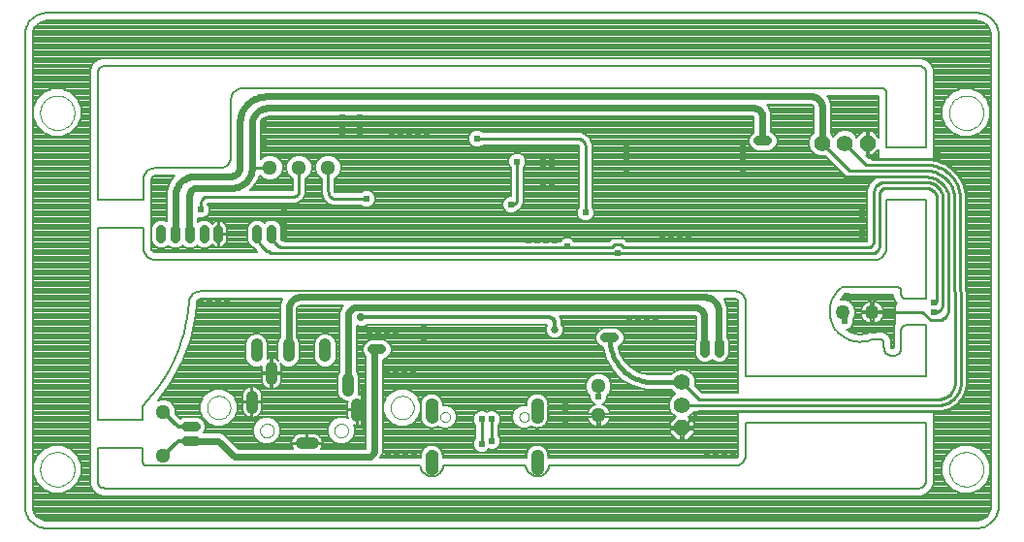
<source format=gbl>
G75*
G70*
%OFA0B0*%
%FSLAX24Y24*%
%IPPOS*%
%LPD*%
%AMOC8*
5,1,8,0,0,1.08239X$1,22.5*
%
%ADD10C,0.0050*%
%ADD11C,0.0000*%
%ADD12C,0.0500*%
%ADD13C,0.0512*%
%ADD14C,0.0400*%
%ADD15C,0.0277*%
%ADD16C,0.0004*%
%ADD17C,0.0550*%
%ADD18OC8,0.0550*%
%ADD19C,0.0317*%
%ADD20C,0.0080*%
%ADD21C,0.0240*%
%ADD22C,0.0100*%
%ADD23C,0.0200*%
%ADD24C,0.0140*%
%ADD25C,0.0280*%
%ADD26C,0.0320*%
%ADD27C,0.0220*%
%ADD28C,0.0240*%
%ADD29C,0.0160*%
%ADD30C,0.0260*%
D10*
X001677Y000927D02*
X033631Y000927D01*
X033630Y000927D02*
X033684Y000929D01*
X033738Y000934D01*
X033791Y000943D01*
X033844Y000956D01*
X033895Y000973D01*
X033945Y000993D01*
X033993Y001017D01*
X034040Y001044D01*
X034085Y001075D01*
X034127Y001108D01*
X034167Y001145D01*
X034204Y001184D01*
X034238Y001226D01*
X034269Y001270D01*
X034297Y001316D01*
X034321Y001364D01*
X034342Y001414D01*
X034360Y001465D01*
X034374Y001517D01*
X034384Y001570D01*
X034390Y001624D01*
X034392Y001677D01*
X034392Y017896D01*
X034392Y017895D02*
X034390Y017949D01*
X034383Y018003D01*
X034373Y018056D01*
X034360Y018108D01*
X034342Y018159D01*
X034321Y018209D01*
X034297Y018257D01*
X034269Y018303D01*
X034237Y018347D01*
X034203Y018388D01*
X034166Y018427D01*
X034126Y018464D01*
X034084Y018497D01*
X034040Y018528D01*
X033993Y018555D01*
X033945Y018578D01*
X033895Y018599D01*
X033843Y018615D01*
X033791Y018628D01*
X033738Y018637D01*
X033684Y018643D01*
X033631Y018644D01*
X001677Y018644D01*
X001624Y018642D01*
X001570Y018637D01*
X001518Y018627D01*
X001466Y018614D01*
X001415Y018597D01*
X001366Y018577D01*
X001318Y018553D01*
X001272Y018526D01*
X001228Y018495D01*
X001186Y018462D01*
X001147Y018425D01*
X001111Y018386D01*
X001077Y018345D01*
X001046Y018301D01*
X001019Y018255D01*
X000995Y018207D01*
X000975Y018158D01*
X000958Y018107D01*
X000944Y018055D01*
X000935Y018003D01*
X000929Y017949D01*
X000927Y017896D01*
X000927Y001677D01*
X000929Y001623D01*
X000935Y001570D01*
X000944Y001518D01*
X000957Y001466D01*
X000974Y001415D01*
X000995Y001365D01*
X001019Y001318D01*
X001046Y001272D01*
X001077Y001228D01*
X001110Y001186D01*
X001147Y001147D01*
X001186Y001110D01*
X001228Y001077D01*
X001272Y001046D01*
X001318Y001019D01*
X001365Y000995D01*
X001415Y000974D01*
X001466Y000957D01*
X001518Y000944D01*
X001570Y000935D01*
X001623Y000929D01*
X001677Y000927D01*
X003677Y002305D02*
X031642Y002305D01*
X031672Y002307D01*
X031702Y002312D01*
X031731Y002321D01*
X031758Y002334D01*
X031784Y002349D01*
X031808Y002368D01*
X031829Y002389D01*
X031848Y002413D01*
X031863Y002439D01*
X031876Y002466D01*
X031885Y002495D01*
X031890Y002525D01*
X031892Y002555D01*
X031892Y004570D01*
X025710Y004570D01*
X025710Y003477D01*
X025708Y003438D01*
X025702Y003399D01*
X025693Y003361D01*
X025680Y003324D01*
X025663Y003288D01*
X025643Y003255D01*
X025619Y003223D01*
X025593Y003194D01*
X025564Y003168D01*
X025532Y003144D01*
X025499Y003124D01*
X025463Y003107D01*
X025426Y003094D01*
X025388Y003085D01*
X025349Y003079D01*
X025310Y003077D01*
X018928Y003077D01*
X018928Y003078D02*
X018923Y003039D01*
X018914Y003001D01*
X018901Y002964D01*
X018885Y002929D01*
X018865Y002895D01*
X018842Y002863D01*
X018816Y002834D01*
X018787Y002808D01*
X018756Y002785D01*
X018722Y002764D01*
X018687Y002748D01*
X018650Y002734D01*
X018613Y002725D01*
X018574Y002719D01*
X018535Y002717D01*
X018496Y002719D01*
X018457Y002725D01*
X018420Y002734D01*
X018383Y002748D01*
X018348Y002764D01*
X018314Y002785D01*
X018283Y002808D01*
X018254Y002834D01*
X018228Y002863D01*
X018205Y002895D01*
X018185Y002929D01*
X018169Y002964D01*
X018156Y003001D01*
X018147Y003039D01*
X018142Y003078D01*
X018141Y003077D02*
X015298Y003077D01*
X015298Y003078D02*
X015293Y003039D01*
X015284Y003001D01*
X015271Y002964D01*
X015255Y002929D01*
X015235Y002895D01*
X015212Y002863D01*
X015186Y002834D01*
X015157Y002808D01*
X015126Y002785D01*
X015092Y002764D01*
X015057Y002748D01*
X015020Y002734D01*
X014983Y002725D01*
X014944Y002719D01*
X014905Y002717D01*
X014866Y002719D01*
X014827Y002725D01*
X014790Y002734D01*
X014753Y002748D01*
X014718Y002764D01*
X014684Y002785D01*
X014653Y002808D01*
X014624Y002834D01*
X014598Y002863D01*
X014575Y002895D01*
X014555Y002929D01*
X014539Y002964D01*
X014526Y003001D01*
X014517Y003039D01*
X014512Y003078D01*
X014511Y003077D02*
X005110Y003077D01*
X005085Y003082D01*
X005062Y003091D01*
X005039Y003103D01*
X005019Y003118D01*
X005001Y003136D01*
X004986Y003156D01*
X004974Y003178D01*
X004965Y003202D01*
X004960Y003227D01*
X004958Y003252D01*
X004960Y003277D01*
X004960Y003683D01*
X003427Y003683D01*
X003427Y002527D01*
X003431Y002499D01*
X003438Y002471D01*
X003448Y002444D01*
X003461Y002419D01*
X003477Y002396D01*
X003496Y002374D01*
X003517Y002355D01*
X003541Y002339D01*
X003566Y002326D01*
X003593Y002316D01*
X003620Y002309D01*
X003648Y002305D01*
X003677Y002305D01*
X003427Y004671D02*
X004960Y004671D01*
X004960Y005127D01*
X003427Y004671D02*
X003427Y011245D01*
X004994Y011245D01*
X004994Y010564D01*
X004996Y010525D01*
X005002Y010486D01*
X005011Y010448D01*
X005024Y010411D01*
X005041Y010375D01*
X005061Y010342D01*
X005085Y010310D01*
X005111Y010281D01*
X005140Y010255D01*
X005172Y010231D01*
X005205Y010211D01*
X005241Y010194D01*
X005278Y010181D01*
X005316Y010172D01*
X005355Y010166D01*
X005394Y010164D01*
X030138Y010164D01*
X030177Y010166D01*
X030216Y010172D01*
X030254Y010181D01*
X030291Y010194D01*
X030327Y010211D01*
X030360Y010231D01*
X030392Y010255D01*
X030421Y010281D01*
X030447Y010310D01*
X030471Y010342D01*
X030491Y010375D01*
X030508Y010411D01*
X030521Y010448D01*
X030530Y010486D01*
X030536Y010525D01*
X030538Y010564D01*
X030538Y012220D01*
X031892Y012220D01*
X031892Y008810D01*
X031192Y008810D01*
X031169Y008814D01*
X031147Y008821D01*
X031126Y008831D01*
X031107Y008844D01*
X031090Y008860D01*
X031076Y008878D01*
X031064Y008898D01*
X031055Y008919D01*
X031049Y008941D01*
X031046Y008964D01*
X031047Y008987D01*
X031046Y008988D02*
X031046Y009050D01*
X031046Y009073D01*
X031042Y009096D01*
X031036Y009118D01*
X031026Y009139D01*
X031014Y009158D01*
X030999Y009175D01*
X030981Y009190D01*
X030962Y009203D01*
X030941Y009212D01*
X030919Y009218D01*
X030896Y009222D01*
X029019Y009222D01*
X028969Y009184D01*
X028921Y009143D01*
X028876Y009099D01*
X028834Y009053D01*
X028794Y009004D01*
X028758Y008952D01*
X028725Y008899D01*
X028695Y008844D01*
X028668Y008787D01*
X028645Y008728D01*
X028626Y008668D01*
X028610Y008607D01*
X028598Y008546D01*
X028589Y008483D01*
X028585Y008420D01*
X028584Y008358D01*
X028587Y008295D01*
X028594Y008232D01*
X028605Y008170D01*
X028619Y008109D01*
X028637Y008049D01*
X028659Y007990D01*
X028684Y007932D01*
X028713Y007876D01*
X028745Y007822D01*
X028780Y007770D01*
X028818Y007720D01*
X028859Y007672D01*
X028904Y007627D01*
X028950Y007585D01*
X028999Y007546D01*
X029051Y007510D01*
X029104Y007477D01*
X029160Y007447D01*
X029217Y007421D01*
X029275Y007398D01*
X029335Y007379D01*
X029396Y007363D01*
X029458Y007351D01*
X029520Y007343D01*
X029583Y007339D01*
X029646Y007338D01*
X029709Y007342D01*
X029771Y007349D01*
X029833Y007360D01*
X029895Y007374D01*
X029955Y007392D01*
X030014Y007414D01*
X030071Y007440D01*
X030267Y007440D01*
X030293Y007438D01*
X030318Y007433D01*
X030342Y007424D01*
X030364Y007411D01*
X030385Y007396D01*
X030403Y007378D01*
X030418Y007357D01*
X030431Y007335D01*
X030440Y007311D01*
X030445Y007286D01*
X030447Y007260D01*
X030447Y007147D01*
X030448Y007147D02*
X030450Y007114D01*
X030455Y007080D01*
X030465Y007048D01*
X030478Y007017D01*
X030494Y006988D01*
X030513Y006961D01*
X030536Y006936D01*
X030561Y006913D01*
X030588Y006894D01*
X030617Y006878D01*
X030648Y006865D01*
X030680Y006855D01*
X030714Y006850D01*
X030747Y006848D01*
X030780Y006850D01*
X030814Y006855D01*
X030846Y006865D01*
X030877Y006878D01*
X030906Y006894D01*
X030933Y006913D01*
X030958Y006936D01*
X030981Y006961D01*
X031000Y006988D01*
X031016Y007017D01*
X031029Y007048D01*
X031039Y007080D01*
X031044Y007114D01*
X031046Y007147D01*
X031046Y007761D01*
X031047Y007761D02*
X031050Y007784D01*
X031057Y007806D01*
X031067Y007827D01*
X031080Y007847D01*
X031095Y007864D01*
X031113Y007879D01*
X031133Y007891D01*
X031154Y007901D01*
X031177Y007907D01*
X031200Y007910D01*
X031223Y007909D01*
X031223Y007910D02*
X031892Y007910D01*
X031892Y006158D01*
X025710Y006158D01*
X025710Y008677D01*
X025708Y008716D01*
X025702Y008755D01*
X025693Y008793D01*
X025680Y008830D01*
X025663Y008866D01*
X025643Y008899D01*
X025619Y008931D01*
X025593Y008960D01*
X025564Y008986D01*
X025532Y009010D01*
X025499Y009030D01*
X025463Y009047D01*
X025426Y009060D01*
X025388Y009069D01*
X025349Y009075D01*
X025310Y009077D01*
X006960Y009077D01*
X006921Y009075D01*
X006882Y009069D01*
X006844Y009060D01*
X006807Y009047D01*
X006771Y009030D01*
X006738Y009010D01*
X006706Y008986D01*
X006677Y008960D01*
X006651Y008931D01*
X006627Y008899D01*
X006607Y008866D01*
X006590Y008830D01*
X006577Y008793D01*
X006568Y008755D01*
X006562Y008716D01*
X006560Y008677D01*
X006534Y008413D01*
X006496Y008151D01*
X006446Y007891D01*
X006384Y007633D01*
X006310Y007379D01*
X006224Y007129D01*
X006126Y006882D01*
X006017Y006641D01*
X005897Y006404D01*
X005767Y006174D01*
X005625Y005950D01*
X005473Y005733D01*
X005312Y005523D01*
X005141Y005321D01*
X004960Y005127D01*
X004994Y012233D02*
X003427Y012233D01*
X003427Y016586D01*
X003429Y016616D01*
X003434Y016646D01*
X003443Y016675D01*
X003456Y016702D01*
X003471Y016728D01*
X003490Y016752D01*
X003511Y016773D01*
X003535Y016792D01*
X003561Y016807D01*
X003588Y016820D01*
X003617Y016829D01*
X003647Y016834D01*
X003677Y016836D01*
X031642Y016836D01*
X031672Y016834D01*
X031702Y016829D01*
X031731Y016820D01*
X031758Y016807D01*
X031784Y016792D01*
X031808Y016773D01*
X031829Y016752D01*
X031848Y016728D01*
X031863Y016702D01*
X031876Y016675D01*
X031885Y016646D01*
X031890Y016616D01*
X031892Y016586D01*
X031892Y014008D01*
X030538Y014008D01*
X030538Y015914D01*
X030536Y015937D01*
X030531Y015960D01*
X030522Y015982D01*
X030509Y016002D01*
X030494Y016020D01*
X030476Y016035D01*
X030456Y016048D01*
X030434Y016057D01*
X030411Y016062D01*
X030388Y016064D01*
X008410Y016064D01*
X008371Y016062D01*
X008332Y016056D01*
X008294Y016047D01*
X008257Y016034D01*
X008221Y016017D01*
X008188Y015997D01*
X008156Y015973D01*
X008127Y015947D01*
X008101Y015918D01*
X008077Y015886D01*
X008057Y015853D01*
X008040Y015817D01*
X008027Y015780D01*
X008018Y015742D01*
X008012Y015703D01*
X008010Y015664D01*
X008010Y013714D01*
X008008Y013675D01*
X008002Y013636D01*
X007993Y013598D01*
X007980Y013561D01*
X007963Y013525D01*
X007943Y013492D01*
X007919Y013460D01*
X007893Y013431D01*
X007864Y013405D01*
X007832Y013381D01*
X007799Y013361D01*
X007763Y013344D01*
X007726Y013331D01*
X007688Y013322D01*
X007649Y013316D01*
X007610Y013314D01*
X005394Y013314D01*
X005355Y013312D01*
X005316Y013306D01*
X005278Y013297D01*
X005241Y013284D01*
X005205Y013267D01*
X005172Y013247D01*
X005140Y013223D01*
X005111Y013197D01*
X005085Y013168D01*
X005061Y013136D01*
X005041Y013103D01*
X005024Y013067D01*
X005011Y013030D01*
X005002Y012992D01*
X004996Y012953D01*
X004994Y012914D01*
X004994Y012233D01*
D11*
X001440Y015215D02*
X001442Y015263D01*
X001448Y015311D01*
X001458Y015358D01*
X001471Y015404D01*
X001489Y015449D01*
X001509Y015493D01*
X001534Y015535D01*
X001562Y015574D01*
X001592Y015611D01*
X001626Y015645D01*
X001663Y015677D01*
X001701Y015706D01*
X001742Y015731D01*
X001785Y015753D01*
X001830Y015771D01*
X001876Y015785D01*
X001923Y015796D01*
X001971Y015803D01*
X002019Y015806D01*
X002067Y015805D01*
X002115Y015800D01*
X002163Y015791D01*
X002209Y015779D01*
X002254Y015762D01*
X002298Y015742D01*
X002340Y015719D01*
X002380Y015692D01*
X002418Y015662D01*
X002453Y015629D01*
X002485Y015593D01*
X002515Y015555D01*
X002541Y015514D01*
X002563Y015471D01*
X002583Y015427D01*
X002598Y015382D01*
X002610Y015335D01*
X002618Y015287D01*
X002622Y015239D01*
X002622Y015191D01*
X002618Y015143D01*
X002610Y015095D01*
X002598Y015048D01*
X002583Y015003D01*
X002563Y014959D01*
X002541Y014916D01*
X002515Y014875D01*
X002485Y014837D01*
X002453Y014801D01*
X002418Y014768D01*
X002380Y014738D01*
X002340Y014711D01*
X002298Y014688D01*
X002254Y014668D01*
X002209Y014651D01*
X002163Y014639D01*
X002115Y014630D01*
X002067Y014625D01*
X002019Y014624D01*
X001971Y014627D01*
X001923Y014634D01*
X001876Y014645D01*
X001830Y014659D01*
X001785Y014677D01*
X001742Y014699D01*
X001701Y014724D01*
X001663Y014753D01*
X001626Y014785D01*
X001592Y014819D01*
X001562Y014856D01*
X001534Y014895D01*
X001509Y014937D01*
X001489Y014981D01*
X001471Y015026D01*
X001458Y015072D01*
X001448Y015119D01*
X001442Y015167D01*
X001440Y015215D01*
X007182Y005080D02*
X007184Y005120D01*
X007190Y005159D01*
X007200Y005198D01*
X007213Y005235D01*
X007231Y005271D01*
X007252Y005305D01*
X007276Y005337D01*
X007303Y005366D01*
X007333Y005393D01*
X007365Y005416D01*
X007400Y005436D01*
X007436Y005452D01*
X007474Y005465D01*
X007513Y005474D01*
X007552Y005479D01*
X007592Y005480D01*
X007632Y005477D01*
X007671Y005470D01*
X007709Y005459D01*
X007747Y005445D01*
X007782Y005426D01*
X007815Y005405D01*
X007847Y005380D01*
X007875Y005352D01*
X007901Y005322D01*
X007923Y005289D01*
X007942Y005254D01*
X007958Y005217D01*
X007970Y005179D01*
X007978Y005140D01*
X007982Y005100D01*
X007982Y005060D01*
X007978Y005020D01*
X007970Y004981D01*
X007958Y004943D01*
X007942Y004906D01*
X007923Y004871D01*
X007901Y004838D01*
X007875Y004808D01*
X007847Y004780D01*
X007815Y004755D01*
X007782Y004734D01*
X007747Y004715D01*
X007709Y004701D01*
X007671Y004690D01*
X007632Y004683D01*
X007592Y004680D01*
X007552Y004681D01*
X007513Y004686D01*
X007474Y004695D01*
X007436Y004708D01*
X007400Y004724D01*
X007365Y004744D01*
X007333Y004767D01*
X007303Y004794D01*
X007276Y004823D01*
X007252Y004855D01*
X007231Y004889D01*
X007213Y004925D01*
X007200Y004962D01*
X007190Y005001D01*
X007184Y005040D01*
X007182Y005080D01*
X009001Y004288D02*
X009003Y004318D01*
X009009Y004348D01*
X009018Y004377D01*
X009031Y004404D01*
X009048Y004429D01*
X009067Y004452D01*
X009090Y004473D01*
X009115Y004490D01*
X009141Y004504D01*
X009170Y004514D01*
X009199Y004521D01*
X009229Y004524D01*
X009260Y004523D01*
X009290Y004518D01*
X009319Y004509D01*
X009346Y004497D01*
X009372Y004482D01*
X009396Y004463D01*
X009417Y004441D01*
X009435Y004417D01*
X009450Y004390D01*
X009461Y004362D01*
X009469Y004333D01*
X009473Y004303D01*
X009473Y004273D01*
X009469Y004243D01*
X009461Y004214D01*
X009450Y004186D01*
X009435Y004159D01*
X009417Y004135D01*
X009396Y004113D01*
X009372Y004094D01*
X009346Y004079D01*
X009319Y004067D01*
X009290Y004058D01*
X009260Y004053D01*
X009229Y004052D01*
X009199Y004055D01*
X009170Y004062D01*
X009141Y004072D01*
X009115Y004086D01*
X009090Y004103D01*
X009067Y004124D01*
X009048Y004147D01*
X009031Y004172D01*
X009018Y004199D01*
X009009Y004228D01*
X009003Y004258D01*
X009001Y004288D01*
X011560Y004288D02*
X011562Y004318D01*
X011568Y004348D01*
X011577Y004377D01*
X011590Y004404D01*
X011607Y004429D01*
X011626Y004452D01*
X011649Y004473D01*
X011674Y004490D01*
X011700Y004504D01*
X011729Y004514D01*
X011758Y004521D01*
X011788Y004524D01*
X011819Y004523D01*
X011849Y004518D01*
X011878Y004509D01*
X011905Y004497D01*
X011931Y004482D01*
X011955Y004463D01*
X011976Y004441D01*
X011994Y004417D01*
X012009Y004390D01*
X012020Y004362D01*
X012028Y004333D01*
X012032Y004303D01*
X012032Y004273D01*
X012028Y004243D01*
X012020Y004214D01*
X012009Y004186D01*
X011994Y004159D01*
X011976Y004135D01*
X011955Y004113D01*
X011931Y004094D01*
X011905Y004079D01*
X011878Y004067D01*
X011849Y004058D01*
X011819Y004053D01*
X011788Y004052D01*
X011758Y004055D01*
X011729Y004062D01*
X011700Y004072D01*
X011674Y004086D01*
X011649Y004103D01*
X011626Y004124D01*
X011607Y004147D01*
X011590Y004172D01*
X011577Y004199D01*
X011568Y004228D01*
X011562Y004258D01*
X011560Y004288D01*
X013487Y005080D02*
X013489Y005120D01*
X013495Y005159D01*
X013505Y005198D01*
X013518Y005235D01*
X013536Y005271D01*
X013557Y005305D01*
X013581Y005337D01*
X013608Y005366D01*
X013638Y005393D01*
X013670Y005416D01*
X013705Y005436D01*
X013741Y005452D01*
X013779Y005465D01*
X013818Y005474D01*
X013857Y005479D01*
X013897Y005480D01*
X013937Y005477D01*
X013976Y005470D01*
X014014Y005459D01*
X014052Y005445D01*
X014087Y005426D01*
X014120Y005405D01*
X014152Y005380D01*
X014180Y005352D01*
X014206Y005322D01*
X014228Y005289D01*
X014247Y005254D01*
X014263Y005217D01*
X014275Y005179D01*
X014283Y005140D01*
X014287Y005100D01*
X014287Y005060D01*
X014283Y005020D01*
X014275Y004981D01*
X014263Y004943D01*
X014247Y004906D01*
X014228Y004871D01*
X014206Y004838D01*
X014180Y004808D01*
X014152Y004780D01*
X014120Y004755D01*
X014087Y004734D01*
X014052Y004715D01*
X014014Y004701D01*
X013976Y004690D01*
X013937Y004683D01*
X013897Y004680D01*
X013857Y004681D01*
X013818Y004686D01*
X013779Y004695D01*
X013741Y004708D01*
X013705Y004724D01*
X013670Y004744D01*
X013638Y004767D01*
X013608Y004794D01*
X013581Y004823D01*
X013557Y004855D01*
X013536Y004889D01*
X013518Y004925D01*
X013505Y004962D01*
X013495Y005001D01*
X013489Y005040D01*
X013487Y005080D01*
X015196Y004757D02*
X015198Y004782D01*
X015204Y004807D01*
X015213Y004830D01*
X015226Y004852D01*
X015242Y004871D01*
X015261Y004888D01*
X015282Y004902D01*
X015305Y004912D01*
X015330Y004919D01*
X015355Y004922D01*
X015380Y004921D01*
X015405Y004916D01*
X015428Y004908D01*
X015451Y004895D01*
X015471Y004880D01*
X015488Y004862D01*
X015503Y004841D01*
X015514Y004819D01*
X015522Y004795D01*
X015526Y004770D01*
X015526Y004744D01*
X015522Y004719D01*
X015514Y004695D01*
X015503Y004673D01*
X015488Y004652D01*
X015471Y004634D01*
X015451Y004619D01*
X015428Y004606D01*
X015405Y004598D01*
X015380Y004593D01*
X015355Y004592D01*
X015330Y004595D01*
X015305Y004602D01*
X015282Y004612D01*
X015261Y004626D01*
X015242Y004643D01*
X015226Y004662D01*
X015213Y004684D01*
X015204Y004707D01*
X015198Y004732D01*
X015196Y004757D01*
X017913Y004757D02*
X017915Y004782D01*
X017921Y004807D01*
X017930Y004830D01*
X017943Y004852D01*
X017959Y004871D01*
X017978Y004888D01*
X017999Y004902D01*
X018022Y004912D01*
X018047Y004919D01*
X018072Y004922D01*
X018097Y004921D01*
X018122Y004916D01*
X018145Y004908D01*
X018168Y004895D01*
X018188Y004880D01*
X018205Y004862D01*
X018220Y004841D01*
X018231Y004819D01*
X018239Y004795D01*
X018243Y004770D01*
X018243Y004744D01*
X018239Y004719D01*
X018231Y004695D01*
X018220Y004673D01*
X018205Y004652D01*
X018188Y004634D01*
X018168Y004619D01*
X018145Y004606D01*
X018122Y004598D01*
X018097Y004593D01*
X018072Y004592D01*
X018047Y004595D01*
X018022Y004602D01*
X017999Y004612D01*
X017978Y004626D01*
X017959Y004643D01*
X017943Y004662D01*
X017930Y004684D01*
X017921Y004707D01*
X017915Y004732D01*
X017913Y004757D01*
X032687Y002959D02*
X032689Y003007D01*
X032695Y003055D01*
X032705Y003102D01*
X032718Y003148D01*
X032736Y003193D01*
X032756Y003237D01*
X032781Y003279D01*
X032809Y003318D01*
X032839Y003355D01*
X032873Y003389D01*
X032910Y003421D01*
X032948Y003450D01*
X032989Y003475D01*
X033032Y003497D01*
X033077Y003515D01*
X033123Y003529D01*
X033170Y003540D01*
X033218Y003547D01*
X033266Y003550D01*
X033314Y003549D01*
X033362Y003544D01*
X033410Y003535D01*
X033456Y003523D01*
X033501Y003506D01*
X033545Y003486D01*
X033587Y003463D01*
X033627Y003436D01*
X033665Y003406D01*
X033700Y003373D01*
X033732Y003337D01*
X033762Y003299D01*
X033788Y003258D01*
X033810Y003215D01*
X033830Y003171D01*
X033845Y003126D01*
X033857Y003079D01*
X033865Y003031D01*
X033869Y002983D01*
X033869Y002935D01*
X033865Y002887D01*
X033857Y002839D01*
X033845Y002792D01*
X033830Y002747D01*
X033810Y002703D01*
X033788Y002660D01*
X033762Y002619D01*
X033732Y002581D01*
X033700Y002545D01*
X033665Y002512D01*
X033627Y002482D01*
X033587Y002455D01*
X033545Y002432D01*
X033501Y002412D01*
X033456Y002395D01*
X033410Y002383D01*
X033362Y002374D01*
X033314Y002369D01*
X033266Y002368D01*
X033218Y002371D01*
X033170Y002378D01*
X033123Y002389D01*
X033077Y002403D01*
X033032Y002421D01*
X032989Y002443D01*
X032948Y002468D01*
X032910Y002497D01*
X032873Y002529D01*
X032839Y002563D01*
X032809Y002600D01*
X032781Y002639D01*
X032756Y002681D01*
X032736Y002725D01*
X032718Y002770D01*
X032705Y002816D01*
X032695Y002863D01*
X032689Y002911D01*
X032687Y002959D01*
X032687Y015215D02*
X032689Y015263D01*
X032695Y015311D01*
X032705Y015358D01*
X032718Y015404D01*
X032736Y015449D01*
X032756Y015493D01*
X032781Y015535D01*
X032809Y015574D01*
X032839Y015611D01*
X032873Y015645D01*
X032910Y015677D01*
X032948Y015706D01*
X032989Y015731D01*
X033032Y015753D01*
X033077Y015771D01*
X033123Y015785D01*
X033170Y015796D01*
X033218Y015803D01*
X033266Y015806D01*
X033314Y015805D01*
X033362Y015800D01*
X033410Y015791D01*
X033456Y015779D01*
X033501Y015762D01*
X033545Y015742D01*
X033587Y015719D01*
X033627Y015692D01*
X033665Y015662D01*
X033700Y015629D01*
X033732Y015593D01*
X033762Y015555D01*
X033788Y015514D01*
X033810Y015471D01*
X033830Y015427D01*
X033845Y015382D01*
X033857Y015335D01*
X033865Y015287D01*
X033869Y015239D01*
X033869Y015191D01*
X033865Y015143D01*
X033857Y015095D01*
X033845Y015048D01*
X033830Y015003D01*
X033810Y014959D01*
X033788Y014916D01*
X033762Y014875D01*
X033732Y014837D01*
X033700Y014801D01*
X033665Y014768D01*
X033627Y014738D01*
X033587Y014711D01*
X033545Y014688D01*
X033501Y014668D01*
X033456Y014651D01*
X033410Y014639D01*
X033362Y014630D01*
X033314Y014625D01*
X033266Y014624D01*
X033218Y014627D01*
X033170Y014634D01*
X033123Y014645D01*
X033077Y014659D01*
X033032Y014677D01*
X032989Y014699D01*
X032948Y014724D01*
X032910Y014753D01*
X032873Y014785D01*
X032839Y014819D01*
X032809Y014856D01*
X032781Y014895D01*
X032756Y014937D01*
X032736Y014981D01*
X032718Y015026D01*
X032705Y015072D01*
X032695Y015119D01*
X032689Y015167D01*
X032687Y015215D01*
X001440Y002959D02*
X001442Y003007D01*
X001448Y003055D01*
X001458Y003102D01*
X001471Y003148D01*
X001489Y003193D01*
X001509Y003237D01*
X001534Y003279D01*
X001562Y003318D01*
X001592Y003355D01*
X001626Y003389D01*
X001663Y003421D01*
X001701Y003450D01*
X001742Y003475D01*
X001785Y003497D01*
X001830Y003515D01*
X001876Y003529D01*
X001923Y003540D01*
X001971Y003547D01*
X002019Y003550D01*
X002067Y003549D01*
X002115Y003544D01*
X002163Y003535D01*
X002209Y003523D01*
X002254Y003506D01*
X002298Y003486D01*
X002340Y003463D01*
X002380Y003436D01*
X002418Y003406D01*
X002453Y003373D01*
X002485Y003337D01*
X002515Y003299D01*
X002541Y003258D01*
X002563Y003215D01*
X002583Y003171D01*
X002598Y003126D01*
X002610Y003079D01*
X002618Y003031D01*
X002622Y002983D01*
X002622Y002935D01*
X002618Y002887D01*
X002610Y002839D01*
X002598Y002792D01*
X002583Y002747D01*
X002563Y002703D01*
X002541Y002660D01*
X002515Y002619D01*
X002485Y002581D01*
X002453Y002545D01*
X002418Y002512D01*
X002380Y002482D01*
X002340Y002455D01*
X002298Y002432D01*
X002254Y002412D01*
X002209Y002395D01*
X002163Y002383D01*
X002115Y002374D01*
X002067Y002369D01*
X002019Y002368D01*
X001971Y002371D01*
X001923Y002378D01*
X001876Y002389D01*
X001830Y002403D01*
X001785Y002421D01*
X001742Y002443D01*
X001701Y002468D01*
X001663Y002497D01*
X001626Y002529D01*
X001592Y002563D01*
X001562Y002600D01*
X001534Y002639D01*
X001509Y002681D01*
X001489Y002725D01*
X001471Y002770D01*
X001458Y002816D01*
X001448Y002863D01*
X001442Y002911D01*
X001440Y002959D01*
D12*
X029046Y008352D03*
X030046Y008352D03*
D13*
X020645Y005809D03*
X020645Y004809D03*
X005677Y004927D03*
X005677Y003427D03*
X009346Y013327D03*
X010346Y013327D03*
X011346Y013327D03*
D14*
X011245Y007244D02*
X011245Y006844D01*
X009985Y006844D02*
X009985Y007244D01*
X008883Y007244D02*
X008883Y006844D01*
X009395Y006457D02*
X009395Y006057D01*
X008725Y005473D02*
X008725Y005073D01*
X010415Y003855D02*
X010815Y003855D01*
X012347Y004797D02*
X012347Y005197D01*
X012033Y005663D02*
X012033Y006063D01*
D15*
X014905Y004978D03*
X014905Y003206D03*
X018535Y003206D03*
X018535Y004978D03*
D16*
X018731Y004978D02*
X018338Y004978D01*
X018338Y004976D02*
X018731Y004976D01*
X018731Y004973D02*
X018338Y004973D01*
X018338Y004971D02*
X018731Y004971D01*
X018731Y004968D02*
X018338Y004968D01*
X018338Y004966D02*
X018731Y004966D01*
X018731Y004963D02*
X018338Y004963D01*
X018338Y004961D02*
X018731Y004961D01*
X018731Y004959D02*
X018338Y004959D01*
X018338Y004956D02*
X018731Y004956D01*
X018731Y004954D02*
X018338Y004954D01*
X018338Y004951D02*
X018731Y004951D01*
X018731Y004949D02*
X018338Y004949D01*
X018338Y004946D02*
X018731Y004946D01*
X018731Y004944D02*
X018338Y004944D01*
X018338Y004942D02*
X018731Y004942D01*
X018731Y004939D02*
X018338Y004939D01*
X018338Y004937D02*
X018731Y004937D01*
X018731Y004934D02*
X018338Y004934D01*
X018338Y004932D02*
X018731Y004932D01*
X018731Y004929D02*
X018338Y004929D01*
X018338Y004927D02*
X018731Y004927D01*
X018731Y004924D02*
X018338Y004924D01*
X018338Y004922D02*
X018731Y004922D01*
X018731Y004920D02*
X018338Y004920D01*
X018338Y004917D02*
X018731Y004917D01*
X018731Y004915D02*
X018338Y004915D01*
X018338Y004912D02*
X018731Y004912D01*
X018731Y004910D02*
X018338Y004910D01*
X018338Y004907D02*
X018731Y004907D01*
X018731Y004905D02*
X018338Y004905D01*
X018338Y004903D02*
X018731Y004903D01*
X018731Y004900D02*
X018338Y004900D01*
X018338Y004898D02*
X018731Y004898D01*
X018731Y004895D02*
X018338Y004895D01*
X018338Y004893D02*
X018731Y004893D01*
X018731Y004890D02*
X018338Y004890D01*
X018338Y004888D02*
X018731Y004888D01*
X018731Y004886D02*
X018338Y004886D01*
X018338Y004883D02*
X018731Y004883D01*
X018731Y004881D02*
X018338Y004881D01*
X018338Y004878D02*
X018731Y004878D01*
X018731Y004876D02*
X018338Y004876D01*
X018338Y004873D02*
X018731Y004873D01*
X018731Y004871D02*
X018338Y004871D01*
X018338Y004868D02*
X018731Y004868D01*
X018731Y004866D02*
X018338Y004866D01*
X018338Y004864D02*
X018731Y004864D01*
X018731Y004861D02*
X018338Y004861D01*
X018338Y004859D02*
X018731Y004859D01*
X018731Y004856D02*
X018338Y004856D01*
X018338Y004854D02*
X018731Y004854D01*
X018731Y004851D02*
X018338Y004851D01*
X018338Y004849D02*
X018731Y004849D01*
X018731Y004847D02*
X018338Y004847D01*
X018338Y004844D02*
X018731Y004844D01*
X018731Y004842D02*
X018338Y004842D01*
X018338Y004839D02*
X018731Y004839D01*
X018731Y004837D02*
X018338Y004837D01*
X018338Y004834D02*
X018731Y004834D01*
X018731Y004832D02*
X018338Y004832D01*
X018338Y004829D02*
X018731Y004829D01*
X018731Y004827D02*
X018338Y004827D01*
X018338Y004825D02*
X018731Y004825D01*
X018731Y004822D02*
X018338Y004822D01*
X018338Y004820D02*
X018731Y004820D01*
X018731Y004817D02*
X018338Y004817D01*
X018338Y004815D02*
X018731Y004815D01*
X018731Y004812D02*
X018338Y004812D01*
X018338Y004810D02*
X018731Y004810D01*
X018731Y004808D02*
X018338Y004808D01*
X018338Y004805D02*
X018731Y004805D01*
X018731Y004803D02*
X018338Y004803D01*
X018338Y004800D02*
X018731Y004800D01*
X018731Y004798D02*
X018338Y004798D01*
X018338Y004795D02*
X018731Y004795D01*
X018731Y004793D02*
X018338Y004793D01*
X018338Y004790D02*
X018731Y004790D01*
X018731Y004788D02*
X018338Y004788D01*
X018338Y004786D02*
X018731Y004786D01*
X018731Y004783D02*
X018338Y004783D01*
X018338Y004781D02*
X018731Y004781D01*
X018731Y004778D02*
X018338Y004778D01*
X018338Y004776D02*
X018731Y004776D01*
X018731Y004773D02*
X018338Y004773D01*
X018338Y004771D02*
X018731Y004771D01*
X018731Y004769D02*
X018338Y004769D01*
X018338Y004766D02*
X018731Y004766D01*
X018731Y004764D02*
X018338Y004764D01*
X018338Y004761D02*
X018343Y004717D01*
X018727Y004717D01*
X018731Y004761D01*
X018338Y004761D01*
X018338Y005194D01*
X018343Y005238D01*
X018357Y005280D01*
X018381Y005317D01*
X018412Y005348D01*
X018449Y005372D01*
X018491Y005386D01*
X018535Y005391D01*
X018578Y005386D01*
X018620Y005372D01*
X018657Y005348D01*
X018689Y005317D01*
X018381Y005317D01*
X018383Y005319D02*
X018686Y005319D01*
X018689Y005317D02*
X018712Y005280D01*
X018727Y005238D01*
X018731Y005194D01*
X018731Y004761D01*
X018731Y004759D02*
X018338Y004759D01*
X018338Y004756D02*
X018731Y004756D01*
X018731Y004754D02*
X018339Y004754D01*
X018339Y004751D02*
X018730Y004751D01*
X018730Y004749D02*
X018339Y004749D01*
X018339Y004747D02*
X018730Y004747D01*
X018730Y004744D02*
X018340Y004744D01*
X018340Y004742D02*
X018729Y004742D01*
X018729Y004739D02*
X018340Y004739D01*
X018341Y004737D02*
X018729Y004737D01*
X018728Y004734D02*
X018341Y004734D01*
X018341Y004732D02*
X018728Y004732D01*
X018728Y004730D02*
X018341Y004730D01*
X018342Y004727D02*
X018728Y004727D01*
X018727Y004725D02*
X018342Y004725D01*
X018342Y004722D02*
X018727Y004722D01*
X018727Y004720D02*
X018342Y004720D01*
X018343Y004717D02*
X018357Y004676D01*
X018712Y004676D01*
X018727Y004717D01*
X018726Y004715D02*
X018344Y004715D01*
X018344Y004712D02*
X018725Y004712D01*
X018724Y004710D02*
X018345Y004710D01*
X018346Y004708D02*
X018723Y004708D01*
X018722Y004705D02*
X018347Y004705D01*
X018348Y004703D02*
X018721Y004703D01*
X018721Y004700D02*
X018349Y004700D01*
X018350Y004698D02*
X018720Y004698D01*
X018719Y004695D02*
X018350Y004695D01*
X018351Y004693D02*
X018718Y004693D01*
X018717Y004691D02*
X018352Y004691D01*
X018353Y004688D02*
X018716Y004688D01*
X018715Y004686D02*
X018354Y004686D01*
X018355Y004683D02*
X018715Y004683D01*
X018714Y004681D02*
X018356Y004681D01*
X018356Y004678D02*
X018713Y004678D01*
X018712Y004676D02*
X018689Y004639D01*
X018380Y004639D01*
X018381Y004639D02*
X018412Y004607D01*
X018449Y004584D01*
X018491Y004569D01*
X018535Y004564D01*
X018578Y004569D01*
X018620Y004584D01*
X018657Y004607D01*
X018689Y004639D01*
X018687Y004637D02*
X018382Y004637D01*
X018381Y004639D02*
X018357Y004676D01*
X018359Y004673D02*
X018710Y004673D01*
X018709Y004671D02*
X018360Y004671D01*
X018362Y004669D02*
X018707Y004669D01*
X018706Y004666D02*
X018363Y004666D01*
X018365Y004664D02*
X018704Y004664D01*
X018703Y004661D02*
X018366Y004661D01*
X018368Y004659D02*
X018701Y004659D01*
X018700Y004656D02*
X018370Y004656D01*
X018371Y004654D02*
X018698Y004654D01*
X018697Y004652D02*
X018373Y004652D01*
X018374Y004649D02*
X018695Y004649D01*
X018694Y004647D02*
X018376Y004647D01*
X018377Y004644D02*
X018692Y004644D01*
X018691Y004642D02*
X018379Y004642D01*
X018385Y004634D02*
X018684Y004634D01*
X018682Y004632D02*
X018387Y004632D01*
X018390Y004630D02*
X018680Y004630D01*
X018677Y004627D02*
X018392Y004627D01*
X018395Y004625D02*
X018675Y004625D01*
X018672Y004622D02*
X018397Y004622D01*
X018399Y004620D02*
X018670Y004620D01*
X018667Y004617D02*
X018402Y004617D01*
X018404Y004615D02*
X018665Y004615D01*
X018663Y004613D02*
X018407Y004613D01*
X018409Y004610D02*
X018660Y004610D01*
X018658Y004608D02*
X018412Y004608D01*
X018415Y004605D02*
X018654Y004605D01*
X018650Y004603D02*
X018419Y004603D01*
X018423Y004600D02*
X018646Y004600D01*
X018642Y004598D02*
X018427Y004598D01*
X018431Y004595D02*
X018638Y004595D01*
X018635Y004593D02*
X018435Y004593D01*
X018439Y004591D02*
X018631Y004591D01*
X018627Y004588D02*
X018442Y004588D01*
X018446Y004586D02*
X018623Y004586D01*
X018618Y004583D02*
X018451Y004583D01*
X018458Y004581D02*
X018611Y004581D01*
X018604Y004578D02*
X018465Y004578D01*
X018472Y004576D02*
X018597Y004576D01*
X018590Y004574D02*
X018479Y004574D01*
X018486Y004571D02*
X018583Y004571D01*
X018572Y004569D02*
X018497Y004569D01*
X018519Y004566D02*
X018551Y004566D01*
X018731Y004981D02*
X018338Y004981D01*
X018338Y004983D02*
X018731Y004983D01*
X018731Y004985D02*
X018338Y004985D01*
X018338Y004988D02*
X018731Y004988D01*
X018731Y004990D02*
X018338Y004990D01*
X018338Y004993D02*
X018731Y004993D01*
X018731Y004995D02*
X018338Y004995D01*
X018338Y004998D02*
X018731Y004998D01*
X018731Y005000D02*
X018338Y005000D01*
X018338Y005002D02*
X018731Y005002D01*
X018731Y005005D02*
X018338Y005005D01*
X018338Y005007D02*
X018731Y005007D01*
X018731Y005010D02*
X018338Y005010D01*
X018338Y005012D02*
X018731Y005012D01*
X018731Y005015D02*
X018338Y005015D01*
X018338Y005017D02*
X018731Y005017D01*
X018731Y005020D02*
X018338Y005020D01*
X018338Y005022D02*
X018731Y005022D01*
X018731Y005024D02*
X018338Y005024D01*
X018338Y005027D02*
X018731Y005027D01*
X018731Y005029D02*
X018338Y005029D01*
X018338Y005032D02*
X018731Y005032D01*
X018731Y005034D02*
X018338Y005034D01*
X018338Y005037D02*
X018731Y005037D01*
X018731Y005039D02*
X018338Y005039D01*
X018338Y005041D02*
X018731Y005041D01*
X018731Y005044D02*
X018338Y005044D01*
X018338Y005046D02*
X018731Y005046D01*
X018731Y005049D02*
X018338Y005049D01*
X018338Y005051D02*
X018731Y005051D01*
X018731Y005054D02*
X018338Y005054D01*
X018338Y005056D02*
X018731Y005056D01*
X018731Y005059D02*
X018338Y005059D01*
X018338Y005061D02*
X018731Y005061D01*
X018731Y005063D02*
X018338Y005063D01*
X018338Y005066D02*
X018731Y005066D01*
X018731Y005068D02*
X018338Y005068D01*
X018338Y005071D02*
X018731Y005071D01*
X018731Y005073D02*
X018338Y005073D01*
X018338Y005076D02*
X018731Y005076D01*
X018731Y005078D02*
X018338Y005078D01*
X018338Y005080D02*
X018731Y005080D01*
X018731Y005083D02*
X018338Y005083D01*
X018338Y005085D02*
X018731Y005085D01*
X018731Y005088D02*
X018338Y005088D01*
X018338Y005090D02*
X018731Y005090D01*
X018731Y005093D02*
X018338Y005093D01*
X018338Y005095D02*
X018731Y005095D01*
X018731Y005098D02*
X018338Y005098D01*
X018338Y005100D02*
X018731Y005100D01*
X018731Y005102D02*
X018338Y005102D01*
X018338Y005105D02*
X018731Y005105D01*
X018731Y005107D02*
X018338Y005107D01*
X018338Y005110D02*
X018731Y005110D01*
X018731Y005112D02*
X018338Y005112D01*
X018338Y005115D02*
X018731Y005115D01*
X018731Y005117D02*
X018338Y005117D01*
X018338Y005119D02*
X018731Y005119D01*
X018731Y005122D02*
X018338Y005122D01*
X018338Y005124D02*
X018731Y005124D01*
X018731Y005127D02*
X018338Y005127D01*
X018338Y005129D02*
X018731Y005129D01*
X018731Y005132D02*
X018338Y005132D01*
X018338Y005134D02*
X018731Y005134D01*
X018731Y005137D02*
X018338Y005137D01*
X018338Y005139D02*
X018731Y005139D01*
X018731Y005141D02*
X018338Y005141D01*
X018338Y005144D02*
X018731Y005144D01*
X018731Y005146D02*
X018338Y005146D01*
X018338Y005149D02*
X018731Y005149D01*
X018731Y005151D02*
X018338Y005151D01*
X018338Y005154D02*
X018731Y005154D01*
X018731Y005156D02*
X018338Y005156D01*
X018338Y005158D02*
X018731Y005158D01*
X018731Y005161D02*
X018338Y005161D01*
X018338Y005163D02*
X018731Y005163D01*
X018731Y005166D02*
X018338Y005166D01*
X018338Y005168D02*
X018731Y005168D01*
X018731Y005171D02*
X018338Y005171D01*
X018338Y005173D02*
X018731Y005173D01*
X018731Y005176D02*
X018338Y005176D01*
X018338Y005178D02*
X018731Y005178D01*
X018731Y005180D02*
X018338Y005180D01*
X018338Y005183D02*
X018731Y005183D01*
X018731Y005185D02*
X018338Y005185D01*
X018338Y005188D02*
X018731Y005188D01*
X018731Y005190D02*
X018338Y005190D01*
X018338Y005193D02*
X018731Y005193D01*
X018731Y005195D02*
X018338Y005195D01*
X018338Y005197D02*
X018731Y005197D01*
X018731Y005200D02*
X018338Y005200D01*
X018339Y005202D02*
X018731Y005202D01*
X018730Y005205D02*
X018339Y005205D01*
X018339Y005207D02*
X018730Y005207D01*
X018730Y005210D02*
X018340Y005210D01*
X018340Y005212D02*
X018729Y005212D01*
X018729Y005215D02*
X018340Y005215D01*
X018340Y005217D02*
X018729Y005217D01*
X018729Y005219D02*
X018341Y005219D01*
X018341Y005222D02*
X018728Y005222D01*
X018728Y005224D02*
X018341Y005224D01*
X018341Y005227D02*
X018728Y005227D01*
X018728Y005229D02*
X018342Y005229D01*
X018342Y005232D02*
X018727Y005232D01*
X018727Y005234D02*
X018342Y005234D01*
X018343Y005236D02*
X018727Y005236D01*
X018726Y005239D02*
X018343Y005239D01*
X018344Y005241D02*
X018725Y005241D01*
X018725Y005244D02*
X018345Y005244D01*
X018346Y005246D02*
X018724Y005246D01*
X018723Y005249D02*
X018346Y005249D01*
X018347Y005251D02*
X018722Y005251D01*
X018721Y005254D02*
X018348Y005254D01*
X018349Y005256D02*
X018720Y005256D01*
X018719Y005258D02*
X018350Y005258D01*
X018351Y005261D02*
X018719Y005261D01*
X018718Y005263D02*
X018352Y005263D01*
X018352Y005266D02*
X018717Y005266D01*
X018716Y005268D02*
X018353Y005268D01*
X018354Y005271D02*
X018715Y005271D01*
X018714Y005273D02*
X018355Y005273D01*
X018356Y005275D02*
X018713Y005275D01*
X018713Y005278D02*
X018357Y005278D01*
X018358Y005280D02*
X018712Y005280D01*
X018710Y005283D02*
X018359Y005283D01*
X018361Y005285D02*
X018709Y005285D01*
X018707Y005288D02*
X018362Y005288D01*
X018364Y005290D02*
X018706Y005290D01*
X018704Y005293D02*
X018365Y005293D01*
X018367Y005295D02*
X018702Y005295D01*
X018701Y005297D02*
X018368Y005297D01*
X018370Y005300D02*
X018699Y005300D01*
X018698Y005302D02*
X018371Y005302D01*
X018373Y005305D02*
X018696Y005305D01*
X018695Y005307D02*
X018375Y005307D01*
X018376Y005310D02*
X018693Y005310D01*
X018692Y005312D02*
X018378Y005312D01*
X018379Y005314D02*
X018690Y005314D01*
X018684Y005322D02*
X018385Y005322D01*
X018388Y005324D02*
X018681Y005324D01*
X018679Y005327D02*
X018390Y005327D01*
X018393Y005329D02*
X018677Y005329D01*
X018674Y005332D02*
X018395Y005332D01*
X018398Y005334D02*
X018672Y005334D01*
X018669Y005336D02*
X018400Y005336D01*
X018403Y005339D02*
X018667Y005339D01*
X018664Y005341D02*
X018405Y005341D01*
X018407Y005344D02*
X018662Y005344D01*
X018659Y005346D02*
X018410Y005346D01*
X018412Y005349D02*
X018657Y005349D01*
X018653Y005351D02*
X018416Y005351D01*
X018420Y005353D02*
X018649Y005353D01*
X018645Y005356D02*
X018424Y005356D01*
X018428Y005358D02*
X018641Y005358D01*
X018637Y005361D02*
X018432Y005361D01*
X018436Y005363D02*
X018634Y005363D01*
X018630Y005366D02*
X018440Y005366D01*
X018443Y005368D02*
X018626Y005368D01*
X018622Y005371D02*
X018447Y005371D01*
X018453Y005373D02*
X018616Y005373D01*
X018609Y005375D02*
X018460Y005375D01*
X018467Y005378D02*
X018603Y005378D01*
X018596Y005380D02*
X018474Y005380D01*
X018481Y005383D02*
X018589Y005383D01*
X018582Y005385D02*
X018488Y005385D01*
X018503Y005388D02*
X018567Y005388D01*
X018545Y005390D02*
X018524Y005390D01*
X018535Y003620D02*
X018491Y003615D01*
X018449Y003600D01*
X018412Y003577D01*
X018657Y003577D01*
X018620Y003600D01*
X018578Y003615D01*
X018535Y003620D01*
X018547Y003618D02*
X018522Y003618D01*
X018501Y003616D02*
X018569Y003616D01*
X018582Y003613D02*
X018487Y003613D01*
X018480Y003611D02*
X018589Y003611D01*
X018596Y003608D02*
X018473Y003608D01*
X018466Y003606D02*
X018603Y003606D01*
X018610Y003604D02*
X018459Y003604D01*
X018452Y003601D02*
X018617Y003601D01*
X018622Y003599D02*
X018447Y003599D01*
X018443Y003596D02*
X018626Y003596D01*
X018630Y003594D02*
X018439Y003594D01*
X018435Y003591D02*
X018634Y003591D01*
X018638Y003589D02*
X018431Y003589D01*
X018428Y003586D02*
X018642Y003586D01*
X018646Y003584D02*
X018424Y003584D01*
X018420Y003582D02*
X018649Y003582D01*
X018653Y003579D02*
X018416Y003579D01*
X018412Y003577D02*
X018381Y003545D01*
X018357Y003508D01*
X018343Y003466D01*
X018338Y003423D01*
X018731Y003423D01*
X018727Y003466D01*
X018712Y003508D01*
X018689Y003545D01*
X018380Y003545D01*
X018379Y003543D02*
X018690Y003543D01*
X018689Y003545D02*
X018657Y003577D01*
X018660Y003574D02*
X018410Y003574D01*
X018407Y003572D02*
X018662Y003572D01*
X018665Y003569D02*
X018405Y003569D01*
X018402Y003567D02*
X018667Y003567D01*
X018669Y003565D02*
X018400Y003565D01*
X018397Y003562D02*
X018672Y003562D01*
X018674Y003560D02*
X018395Y003560D01*
X018393Y003557D02*
X018677Y003557D01*
X018679Y003555D02*
X018390Y003555D01*
X018388Y003552D02*
X018682Y003552D01*
X018684Y003550D02*
X018385Y003550D01*
X018383Y003547D02*
X018687Y003547D01*
X018692Y003540D02*
X018377Y003540D01*
X018376Y003538D02*
X018693Y003538D01*
X018695Y003535D02*
X018374Y003535D01*
X018373Y003533D02*
X018696Y003533D01*
X018698Y003530D02*
X018371Y003530D01*
X018370Y003528D02*
X018700Y003528D01*
X018701Y003526D02*
X018368Y003526D01*
X018367Y003523D02*
X018703Y003523D01*
X018704Y003521D02*
X018365Y003521D01*
X018364Y003518D02*
X018706Y003518D01*
X018707Y003516D02*
X018362Y003516D01*
X018361Y003513D02*
X018709Y003513D01*
X018710Y003511D02*
X018359Y003511D01*
X018358Y003508D02*
X018712Y003508D01*
X018713Y003506D02*
X018357Y003506D01*
X018356Y003504D02*
X018714Y003504D01*
X018714Y003501D02*
X018355Y003501D01*
X018354Y003499D02*
X018715Y003499D01*
X018716Y003496D02*
X018353Y003496D01*
X018352Y003494D02*
X018717Y003494D01*
X018718Y003491D02*
X018351Y003491D01*
X018351Y003489D02*
X018719Y003489D01*
X018720Y003487D02*
X018350Y003487D01*
X018349Y003484D02*
X018720Y003484D01*
X018721Y003482D02*
X018348Y003482D01*
X018347Y003479D02*
X018722Y003479D01*
X018723Y003477D02*
X018346Y003477D01*
X018345Y003474D02*
X018724Y003474D01*
X018725Y003472D02*
X018345Y003472D01*
X018344Y003469D02*
X018726Y003469D01*
X018726Y003467D02*
X018343Y003467D01*
X018343Y003465D02*
X018727Y003465D01*
X018727Y003462D02*
X018342Y003462D01*
X018342Y003460D02*
X018727Y003460D01*
X018728Y003457D02*
X018342Y003457D01*
X018341Y003455D02*
X018728Y003455D01*
X018728Y003452D02*
X018341Y003452D01*
X018341Y003450D02*
X018728Y003450D01*
X018729Y003448D02*
X018341Y003448D01*
X018340Y003445D02*
X018729Y003445D01*
X018729Y003443D02*
X018340Y003443D01*
X018340Y003440D02*
X018730Y003440D01*
X018730Y003438D02*
X018339Y003438D01*
X018339Y003435D02*
X018730Y003435D01*
X018730Y003433D02*
X018339Y003433D01*
X018339Y003430D02*
X018731Y003430D01*
X018731Y003428D02*
X018338Y003428D01*
X018338Y003426D02*
X018731Y003426D01*
X018731Y003423D02*
X018731Y002990D01*
X018727Y002946D01*
X018712Y002904D01*
X018357Y002904D01*
X018381Y002867D01*
X018412Y002836D01*
X018657Y002836D01*
X018689Y002867D01*
X018380Y002867D01*
X018379Y002870D02*
X018690Y002870D01*
X018692Y002872D02*
X018377Y002872D01*
X018376Y002875D02*
X018694Y002875D01*
X018695Y002877D02*
X018374Y002877D01*
X018373Y002880D02*
X018697Y002880D01*
X018698Y002882D02*
X018371Y002882D01*
X018370Y002885D02*
X018700Y002885D01*
X018701Y002887D02*
X018368Y002887D01*
X018367Y002889D02*
X018703Y002889D01*
X018704Y002892D02*
X018365Y002892D01*
X018364Y002894D02*
X018706Y002894D01*
X018707Y002897D02*
X018362Y002897D01*
X018360Y002899D02*
X018709Y002899D01*
X018710Y002902D02*
X018359Y002902D01*
X018357Y002904D02*
X018343Y002946D01*
X018338Y002990D01*
X018338Y003423D01*
X018338Y003421D02*
X018731Y003421D01*
X018731Y003418D02*
X018338Y003418D01*
X018338Y003416D02*
X018731Y003416D01*
X018731Y003413D02*
X018338Y003413D01*
X018338Y003411D02*
X018731Y003411D01*
X018731Y003409D02*
X018338Y003409D01*
X018338Y003406D02*
X018731Y003406D01*
X018731Y003404D02*
X018338Y003404D01*
X018338Y003401D02*
X018731Y003401D01*
X018731Y003399D02*
X018338Y003399D01*
X018338Y003396D02*
X018731Y003396D01*
X018731Y003394D02*
X018338Y003394D01*
X018338Y003391D02*
X018731Y003391D01*
X018731Y003389D02*
X018338Y003389D01*
X018338Y003387D02*
X018731Y003387D01*
X018731Y003384D02*
X018338Y003384D01*
X018338Y003382D02*
X018731Y003382D01*
X018731Y003379D02*
X018338Y003379D01*
X018338Y003377D02*
X018731Y003377D01*
X018731Y003374D02*
X018338Y003374D01*
X018338Y003372D02*
X018731Y003372D01*
X018731Y003370D02*
X018338Y003370D01*
X018338Y003367D02*
X018731Y003367D01*
X018731Y003365D02*
X018338Y003365D01*
X018338Y003362D02*
X018731Y003362D01*
X018731Y003360D02*
X018338Y003360D01*
X018338Y003357D02*
X018731Y003357D01*
X018731Y003355D02*
X018338Y003355D01*
X018338Y003352D02*
X018731Y003352D01*
X018731Y003350D02*
X018338Y003350D01*
X018338Y003348D02*
X018731Y003348D01*
X018731Y003345D02*
X018338Y003345D01*
X018338Y003343D02*
X018731Y003343D01*
X018731Y003340D02*
X018338Y003340D01*
X018338Y003338D02*
X018731Y003338D01*
X018731Y003335D02*
X018338Y003335D01*
X018338Y003333D02*
X018731Y003333D01*
X018731Y003331D02*
X018338Y003331D01*
X018338Y003328D02*
X018731Y003328D01*
X018731Y003326D02*
X018338Y003326D01*
X018338Y003323D02*
X018731Y003323D01*
X018731Y003321D02*
X018338Y003321D01*
X018338Y003318D02*
X018731Y003318D01*
X018731Y003316D02*
X018338Y003316D01*
X018338Y003313D02*
X018731Y003313D01*
X018731Y003311D02*
X018338Y003311D01*
X018338Y003309D02*
X018731Y003309D01*
X018731Y003306D02*
X018338Y003306D01*
X018338Y003304D02*
X018731Y003304D01*
X018731Y003301D02*
X018338Y003301D01*
X018338Y003299D02*
X018731Y003299D01*
X018731Y003296D02*
X018338Y003296D01*
X018338Y003294D02*
X018731Y003294D01*
X018731Y003292D02*
X018338Y003292D01*
X018338Y003289D02*
X018731Y003289D01*
X018731Y003287D02*
X018338Y003287D01*
X018338Y003284D02*
X018731Y003284D01*
X018731Y003282D02*
X018338Y003282D01*
X018338Y003279D02*
X018731Y003279D01*
X018731Y003277D02*
X018338Y003277D01*
X018338Y003274D02*
X018731Y003274D01*
X018731Y003272D02*
X018338Y003272D01*
X018338Y003270D02*
X018731Y003270D01*
X018731Y003267D02*
X018338Y003267D01*
X018338Y003265D02*
X018731Y003265D01*
X018731Y003262D02*
X018338Y003262D01*
X018338Y003260D02*
X018731Y003260D01*
X018731Y003257D02*
X018338Y003257D01*
X018338Y003255D02*
X018731Y003255D01*
X018731Y003253D02*
X018338Y003253D01*
X018338Y003250D02*
X018731Y003250D01*
X018731Y003248D02*
X018338Y003248D01*
X018338Y003245D02*
X018731Y003245D01*
X018731Y003243D02*
X018338Y003243D01*
X018338Y003240D02*
X018731Y003240D01*
X018731Y003238D02*
X018338Y003238D01*
X018338Y003235D02*
X018731Y003235D01*
X018731Y003233D02*
X018338Y003233D01*
X018338Y003231D02*
X018731Y003231D01*
X018731Y003228D02*
X018338Y003228D01*
X018338Y003226D02*
X018731Y003226D01*
X018731Y003223D02*
X018338Y003223D01*
X018338Y003221D02*
X018731Y003221D01*
X018731Y003218D02*
X018338Y003218D01*
X018338Y003216D02*
X018731Y003216D01*
X018731Y003214D02*
X018338Y003214D01*
X018338Y003211D02*
X018731Y003211D01*
X018731Y003209D02*
X018338Y003209D01*
X018338Y003206D02*
X018731Y003206D01*
X018731Y003204D02*
X018338Y003204D01*
X018338Y003201D02*
X018731Y003201D01*
X018731Y003199D02*
X018338Y003199D01*
X018338Y003196D02*
X018731Y003196D01*
X018731Y003194D02*
X018338Y003194D01*
X018338Y003192D02*
X018731Y003192D01*
X018731Y003189D02*
X018338Y003189D01*
X018338Y003187D02*
X018731Y003187D01*
X018731Y003184D02*
X018338Y003184D01*
X018338Y003182D02*
X018731Y003182D01*
X018731Y003179D02*
X018338Y003179D01*
X018338Y003177D02*
X018731Y003177D01*
X018731Y003175D02*
X018338Y003175D01*
X018338Y003172D02*
X018731Y003172D01*
X018731Y003170D02*
X018338Y003170D01*
X018338Y003167D02*
X018731Y003167D01*
X018731Y003165D02*
X018338Y003165D01*
X018338Y003162D02*
X018731Y003162D01*
X018731Y003160D02*
X018338Y003160D01*
X018338Y003157D02*
X018731Y003157D01*
X018731Y003155D02*
X018338Y003155D01*
X018338Y003153D02*
X018731Y003153D01*
X018731Y003150D02*
X018338Y003150D01*
X018338Y003148D02*
X018731Y003148D01*
X018731Y003145D02*
X018338Y003145D01*
X018338Y003143D02*
X018731Y003143D01*
X018731Y003140D02*
X018338Y003140D01*
X018338Y003138D02*
X018731Y003138D01*
X018731Y003136D02*
X018338Y003136D01*
X018338Y003133D02*
X018731Y003133D01*
X018731Y003131D02*
X018338Y003131D01*
X018338Y003128D02*
X018731Y003128D01*
X018731Y003126D02*
X018338Y003126D01*
X018338Y003123D02*
X018731Y003123D01*
X018731Y003121D02*
X018338Y003121D01*
X018338Y003118D02*
X018731Y003118D01*
X018731Y003116D02*
X018338Y003116D01*
X018338Y003114D02*
X018731Y003114D01*
X018731Y003111D02*
X018338Y003111D01*
X018338Y003109D02*
X018731Y003109D01*
X018731Y003106D02*
X018338Y003106D01*
X018338Y003104D02*
X018731Y003104D01*
X018731Y003101D02*
X018338Y003101D01*
X018338Y003099D02*
X018731Y003099D01*
X018731Y003097D02*
X018338Y003097D01*
X018338Y003094D02*
X018731Y003094D01*
X018731Y003092D02*
X018338Y003092D01*
X018338Y003089D02*
X018731Y003089D01*
X018731Y003087D02*
X018338Y003087D01*
X018338Y003084D02*
X018731Y003084D01*
X018731Y003082D02*
X018338Y003082D01*
X018338Y003079D02*
X018731Y003079D01*
X018731Y003077D02*
X018338Y003077D01*
X018338Y003075D02*
X018731Y003075D01*
X018731Y003072D02*
X018338Y003072D01*
X018338Y003070D02*
X018731Y003070D01*
X018731Y003067D02*
X018338Y003067D01*
X018338Y003065D02*
X018731Y003065D01*
X018731Y003062D02*
X018338Y003062D01*
X018338Y003060D02*
X018731Y003060D01*
X018731Y003058D02*
X018338Y003058D01*
X018338Y003055D02*
X018731Y003055D01*
X018731Y003053D02*
X018338Y003053D01*
X018338Y003050D02*
X018731Y003050D01*
X018731Y003048D02*
X018338Y003048D01*
X018338Y003045D02*
X018731Y003045D01*
X018731Y003043D02*
X018338Y003043D01*
X018338Y003041D02*
X018731Y003041D01*
X018731Y003038D02*
X018338Y003038D01*
X018338Y003036D02*
X018731Y003036D01*
X018731Y003033D02*
X018338Y003033D01*
X018338Y003031D02*
X018731Y003031D01*
X018731Y003028D02*
X018338Y003028D01*
X018338Y003026D02*
X018731Y003026D01*
X018731Y003023D02*
X018338Y003023D01*
X018338Y003021D02*
X018731Y003021D01*
X018731Y003019D02*
X018338Y003019D01*
X018338Y003016D02*
X018731Y003016D01*
X018731Y003014D02*
X018338Y003014D01*
X018338Y003011D02*
X018731Y003011D01*
X018731Y003009D02*
X018338Y003009D01*
X018338Y003006D02*
X018731Y003006D01*
X018731Y003004D02*
X018338Y003004D01*
X018338Y003002D02*
X018731Y003002D01*
X018731Y002999D02*
X018338Y002999D01*
X018338Y002997D02*
X018731Y002997D01*
X018731Y002994D02*
X018338Y002994D01*
X018338Y002992D02*
X018731Y002992D01*
X018731Y002989D02*
X018338Y002989D01*
X018338Y002987D02*
X018731Y002987D01*
X018731Y002984D02*
X018338Y002984D01*
X018339Y002982D02*
X018731Y002982D01*
X018730Y002980D02*
X018339Y002980D01*
X018339Y002977D02*
X018730Y002977D01*
X018730Y002975D02*
X018339Y002975D01*
X018340Y002972D02*
X018730Y002972D01*
X018729Y002970D02*
X018340Y002970D01*
X018340Y002967D02*
X018729Y002967D01*
X018729Y002965D02*
X018341Y002965D01*
X018341Y002963D02*
X018728Y002963D01*
X018728Y002960D02*
X018341Y002960D01*
X018341Y002958D02*
X018728Y002958D01*
X018728Y002955D02*
X018342Y002955D01*
X018342Y002953D02*
X018727Y002953D01*
X018727Y002950D02*
X018342Y002950D01*
X018342Y002948D02*
X018727Y002948D01*
X018726Y002945D02*
X018343Y002945D01*
X018344Y002943D02*
X018726Y002943D01*
X018725Y002941D02*
X018345Y002941D01*
X018345Y002938D02*
X018724Y002938D01*
X018723Y002936D02*
X018346Y002936D01*
X018347Y002933D02*
X018722Y002933D01*
X018721Y002931D02*
X018348Y002931D01*
X018349Y002928D02*
X018720Y002928D01*
X018720Y002926D02*
X018350Y002926D01*
X018351Y002924D02*
X018719Y002924D01*
X018718Y002921D02*
X018351Y002921D01*
X018352Y002919D02*
X018717Y002919D01*
X018716Y002916D02*
X018353Y002916D01*
X018354Y002914D02*
X018715Y002914D01*
X018714Y002911D02*
X018355Y002911D01*
X018356Y002909D02*
X018714Y002909D01*
X018713Y002906D02*
X018356Y002906D01*
X018383Y002865D02*
X018687Y002865D01*
X018689Y002867D02*
X018712Y002904D01*
X018684Y002863D02*
X018385Y002863D01*
X018387Y002860D02*
X018682Y002860D01*
X018679Y002858D02*
X018390Y002858D01*
X018392Y002855D02*
X018677Y002855D01*
X018675Y002853D02*
X018395Y002853D01*
X018397Y002850D02*
X018672Y002850D01*
X018670Y002848D02*
X018400Y002848D01*
X018402Y002846D02*
X018667Y002846D01*
X018665Y002843D02*
X018405Y002843D01*
X018407Y002841D02*
X018662Y002841D01*
X018660Y002838D02*
X018409Y002838D01*
X018412Y002836D02*
X018449Y002812D01*
X018491Y002798D01*
X018535Y002793D01*
X018578Y002798D01*
X018620Y002812D01*
X018657Y002836D01*
X018654Y002833D02*
X018416Y002833D01*
X018420Y002831D02*
X018650Y002831D01*
X018646Y002828D02*
X018423Y002828D01*
X018427Y002826D02*
X018642Y002826D01*
X018638Y002824D02*
X018431Y002824D01*
X018435Y002821D02*
X018634Y002821D01*
X018630Y002819D02*
X018439Y002819D01*
X018443Y002816D02*
X018626Y002816D01*
X018623Y002814D02*
X018447Y002814D01*
X018452Y002811D02*
X018618Y002811D01*
X018611Y002809D02*
X018459Y002809D01*
X018466Y002807D02*
X018604Y002807D01*
X018597Y002804D02*
X018473Y002804D01*
X018480Y002802D02*
X018590Y002802D01*
X018583Y002799D02*
X018486Y002799D01*
X018499Y002797D02*
X018570Y002797D01*
X018549Y002794D02*
X018521Y002794D01*
X015102Y002990D02*
X015102Y003423D01*
X014708Y003423D01*
X014713Y003466D01*
X014727Y003508D01*
X014751Y003545D01*
X015059Y003545D01*
X015027Y003577D01*
X014782Y003577D01*
X014751Y003545D01*
X014753Y003547D02*
X015057Y003547D01*
X015059Y003545D02*
X015082Y003508D01*
X015097Y003466D01*
X015102Y003423D01*
X015102Y003421D02*
X014708Y003421D01*
X014708Y003423D02*
X014708Y002990D01*
X014713Y002946D01*
X014727Y002904D01*
X014751Y002867D01*
X014782Y002836D01*
X015028Y002836D01*
X015027Y002836D02*
X015059Y002867D01*
X015082Y002904D01*
X014727Y002904D01*
X014727Y002906D02*
X015083Y002906D01*
X015082Y002904D02*
X015097Y002946D01*
X015102Y002990D01*
X015102Y002989D02*
X014708Y002989D01*
X014708Y002987D02*
X015101Y002987D01*
X015101Y002984D02*
X014708Y002984D01*
X014709Y002982D02*
X015101Y002982D01*
X015100Y002980D02*
X014709Y002980D01*
X014709Y002977D02*
X015100Y002977D01*
X015100Y002975D02*
X014710Y002975D01*
X014710Y002972D02*
X015100Y002972D01*
X015099Y002970D02*
X014710Y002970D01*
X014710Y002967D02*
X015099Y002967D01*
X015099Y002965D02*
X014711Y002965D01*
X014711Y002963D02*
X015099Y002963D01*
X015098Y002960D02*
X014711Y002960D01*
X014711Y002958D02*
X015098Y002958D01*
X015098Y002955D02*
X014712Y002955D01*
X014712Y002953D02*
X015097Y002953D01*
X015097Y002950D02*
X014712Y002950D01*
X014713Y002948D02*
X015097Y002948D01*
X015097Y002945D02*
X014713Y002945D01*
X014714Y002943D02*
X015096Y002943D01*
X015095Y002941D02*
X014715Y002941D01*
X014715Y002938D02*
X015094Y002938D01*
X015093Y002936D02*
X014716Y002936D01*
X014717Y002933D02*
X015092Y002933D01*
X015091Y002931D02*
X014718Y002931D01*
X014719Y002928D02*
X015091Y002928D01*
X015090Y002926D02*
X014720Y002926D01*
X014721Y002924D02*
X015089Y002924D01*
X015088Y002921D02*
X014721Y002921D01*
X014722Y002919D02*
X015087Y002919D01*
X015086Y002916D02*
X014723Y002916D01*
X014724Y002914D02*
X015085Y002914D01*
X015085Y002911D02*
X014725Y002911D01*
X014726Y002909D02*
X015084Y002909D01*
X015080Y002902D02*
X014729Y002902D01*
X014731Y002899D02*
X015079Y002899D01*
X015077Y002897D02*
X014732Y002897D01*
X014734Y002894D02*
X015076Y002894D01*
X015074Y002892D02*
X014735Y002892D01*
X014737Y002889D02*
X015073Y002889D01*
X015071Y002887D02*
X014738Y002887D01*
X014740Y002885D02*
X015070Y002885D01*
X015068Y002882D02*
X014741Y002882D01*
X014743Y002880D02*
X015067Y002880D01*
X015065Y002877D02*
X014744Y002877D01*
X014746Y002875D02*
X015064Y002875D01*
X015062Y002872D02*
X014747Y002872D01*
X014749Y002870D02*
X015061Y002870D01*
X015059Y002867D02*
X014750Y002867D01*
X014753Y002865D02*
X015057Y002865D01*
X015054Y002863D02*
X014755Y002863D01*
X014758Y002860D02*
X015052Y002860D01*
X015049Y002858D02*
X014760Y002858D01*
X014762Y002855D02*
X015047Y002855D01*
X015045Y002853D02*
X014765Y002853D01*
X014767Y002850D02*
X015042Y002850D01*
X015040Y002848D02*
X014770Y002848D01*
X014772Y002846D02*
X015037Y002846D01*
X015035Y002843D02*
X014775Y002843D01*
X014777Y002841D02*
X015032Y002841D01*
X015030Y002838D02*
X014779Y002838D01*
X014782Y002836D02*
X014819Y002812D01*
X014861Y002798D01*
X014905Y002793D01*
X014949Y002798D01*
X014990Y002812D01*
X015027Y002836D01*
X015024Y002833D02*
X014786Y002833D01*
X014790Y002831D02*
X015020Y002831D01*
X015016Y002828D02*
X014794Y002828D01*
X014797Y002826D02*
X015012Y002826D01*
X015008Y002824D02*
X014801Y002824D01*
X014805Y002821D02*
X015004Y002821D01*
X015000Y002819D02*
X014809Y002819D01*
X014813Y002816D02*
X014997Y002816D01*
X014993Y002814D02*
X014817Y002814D01*
X014822Y002811D02*
X014988Y002811D01*
X014981Y002809D02*
X014829Y002809D01*
X014836Y002807D02*
X014974Y002807D01*
X014967Y002804D02*
X014843Y002804D01*
X014850Y002802D02*
X014960Y002802D01*
X014953Y002799D02*
X014857Y002799D01*
X014869Y002797D02*
X014940Y002797D01*
X014919Y002794D02*
X014891Y002794D01*
X014708Y002992D02*
X015102Y002992D01*
X015102Y002994D02*
X014708Y002994D01*
X014708Y002997D02*
X015102Y002997D01*
X015102Y002999D02*
X014708Y002999D01*
X014708Y003002D02*
X015102Y003002D01*
X015102Y003004D02*
X014708Y003004D01*
X014708Y003006D02*
X015102Y003006D01*
X015102Y003009D02*
X014708Y003009D01*
X014708Y003011D02*
X015102Y003011D01*
X015102Y003014D02*
X014708Y003014D01*
X014708Y003016D02*
X015102Y003016D01*
X015102Y003019D02*
X014708Y003019D01*
X014708Y003021D02*
X015102Y003021D01*
X015102Y003023D02*
X014708Y003023D01*
X014708Y003026D02*
X015102Y003026D01*
X015102Y003028D02*
X014708Y003028D01*
X014708Y003031D02*
X015102Y003031D01*
X015102Y003033D02*
X014708Y003033D01*
X014708Y003036D02*
X015102Y003036D01*
X015102Y003038D02*
X014708Y003038D01*
X014708Y003041D02*
X015102Y003041D01*
X015102Y003043D02*
X014708Y003043D01*
X014708Y003045D02*
X015102Y003045D01*
X015102Y003048D02*
X014708Y003048D01*
X014708Y003050D02*
X015102Y003050D01*
X015102Y003053D02*
X014708Y003053D01*
X014708Y003055D02*
X015102Y003055D01*
X015102Y003058D02*
X014708Y003058D01*
X014708Y003060D02*
X015102Y003060D01*
X015102Y003062D02*
X014708Y003062D01*
X014708Y003065D02*
X015102Y003065D01*
X015102Y003067D02*
X014708Y003067D01*
X014708Y003070D02*
X015102Y003070D01*
X015102Y003072D02*
X014708Y003072D01*
X014708Y003075D02*
X015102Y003075D01*
X015102Y003077D02*
X014708Y003077D01*
X014708Y003079D02*
X015102Y003079D01*
X015102Y003082D02*
X014708Y003082D01*
X014708Y003084D02*
X015102Y003084D01*
X015102Y003087D02*
X014708Y003087D01*
X014708Y003089D02*
X015102Y003089D01*
X015102Y003092D02*
X014708Y003092D01*
X014708Y003094D02*
X015102Y003094D01*
X015102Y003097D02*
X014708Y003097D01*
X014708Y003099D02*
X015102Y003099D01*
X015102Y003101D02*
X014708Y003101D01*
X014708Y003104D02*
X015102Y003104D01*
X015102Y003106D02*
X014708Y003106D01*
X014708Y003109D02*
X015102Y003109D01*
X015102Y003111D02*
X014708Y003111D01*
X014708Y003114D02*
X015102Y003114D01*
X015102Y003116D02*
X014708Y003116D01*
X014708Y003118D02*
X015102Y003118D01*
X015102Y003121D02*
X014708Y003121D01*
X014708Y003123D02*
X015102Y003123D01*
X015102Y003126D02*
X014708Y003126D01*
X014708Y003128D02*
X015102Y003128D01*
X015102Y003131D02*
X014708Y003131D01*
X014708Y003133D02*
X015102Y003133D01*
X015102Y003136D02*
X014708Y003136D01*
X014708Y003138D02*
X015102Y003138D01*
X015102Y003140D02*
X014708Y003140D01*
X014708Y003143D02*
X015102Y003143D01*
X015102Y003145D02*
X014708Y003145D01*
X014708Y003148D02*
X015102Y003148D01*
X015102Y003150D02*
X014708Y003150D01*
X014708Y003153D02*
X015102Y003153D01*
X015102Y003155D02*
X014708Y003155D01*
X014708Y003157D02*
X015102Y003157D01*
X015102Y003160D02*
X014708Y003160D01*
X014708Y003162D02*
X015102Y003162D01*
X015102Y003165D02*
X014708Y003165D01*
X014708Y003167D02*
X015102Y003167D01*
X015102Y003170D02*
X014708Y003170D01*
X014708Y003172D02*
X015102Y003172D01*
X015102Y003175D02*
X014708Y003175D01*
X014708Y003177D02*
X015102Y003177D01*
X015102Y003179D02*
X014708Y003179D01*
X014708Y003182D02*
X015102Y003182D01*
X015102Y003184D02*
X014708Y003184D01*
X014708Y003187D02*
X015102Y003187D01*
X015102Y003189D02*
X014708Y003189D01*
X014708Y003192D02*
X015102Y003192D01*
X015102Y003194D02*
X014708Y003194D01*
X014708Y003196D02*
X015102Y003196D01*
X015102Y003199D02*
X014708Y003199D01*
X014708Y003201D02*
X015102Y003201D01*
X015102Y003204D02*
X014708Y003204D01*
X014708Y003206D02*
X015102Y003206D01*
X015102Y003209D02*
X014708Y003209D01*
X014708Y003211D02*
X015102Y003211D01*
X015102Y003214D02*
X014708Y003214D01*
X014708Y003216D02*
X015102Y003216D01*
X015102Y003218D02*
X014708Y003218D01*
X014708Y003221D02*
X015102Y003221D01*
X015102Y003223D02*
X014708Y003223D01*
X014708Y003226D02*
X015102Y003226D01*
X015102Y003228D02*
X014708Y003228D01*
X014708Y003231D02*
X015102Y003231D01*
X015102Y003233D02*
X014708Y003233D01*
X014708Y003235D02*
X015102Y003235D01*
X015102Y003238D02*
X014708Y003238D01*
X014708Y003240D02*
X015102Y003240D01*
X015102Y003243D02*
X014708Y003243D01*
X014708Y003245D02*
X015102Y003245D01*
X015102Y003248D02*
X014708Y003248D01*
X014708Y003250D02*
X015102Y003250D01*
X015102Y003253D02*
X014708Y003253D01*
X014708Y003255D02*
X015102Y003255D01*
X015102Y003257D02*
X014708Y003257D01*
X014708Y003260D02*
X015102Y003260D01*
X015102Y003262D02*
X014708Y003262D01*
X014708Y003265D02*
X015102Y003265D01*
X015102Y003267D02*
X014708Y003267D01*
X014708Y003270D02*
X015102Y003270D01*
X015102Y003272D02*
X014708Y003272D01*
X014708Y003274D02*
X015102Y003274D01*
X015102Y003277D02*
X014708Y003277D01*
X014708Y003279D02*
X015102Y003279D01*
X015102Y003282D02*
X014708Y003282D01*
X014708Y003284D02*
X015102Y003284D01*
X015102Y003287D02*
X014708Y003287D01*
X014708Y003289D02*
X015102Y003289D01*
X015102Y003292D02*
X014708Y003292D01*
X014708Y003294D02*
X015102Y003294D01*
X015102Y003296D02*
X014708Y003296D01*
X014708Y003299D02*
X015102Y003299D01*
X015102Y003301D02*
X014708Y003301D01*
X014708Y003304D02*
X015102Y003304D01*
X015102Y003306D02*
X014708Y003306D01*
X014708Y003309D02*
X015102Y003309D01*
X015102Y003311D02*
X014708Y003311D01*
X014708Y003313D02*
X015102Y003313D01*
X015102Y003316D02*
X014708Y003316D01*
X014708Y003318D02*
X015102Y003318D01*
X015102Y003321D02*
X014708Y003321D01*
X014708Y003323D02*
X015102Y003323D01*
X015102Y003326D02*
X014708Y003326D01*
X014708Y003328D02*
X015102Y003328D01*
X015102Y003331D02*
X014708Y003331D01*
X014708Y003333D02*
X015102Y003333D01*
X015102Y003335D02*
X014708Y003335D01*
X014708Y003338D02*
X015102Y003338D01*
X015102Y003340D02*
X014708Y003340D01*
X014708Y003343D02*
X015102Y003343D01*
X015102Y003345D02*
X014708Y003345D01*
X014708Y003348D02*
X015102Y003348D01*
X015102Y003350D02*
X014708Y003350D01*
X014708Y003352D02*
X015102Y003352D01*
X015102Y003355D02*
X014708Y003355D01*
X014708Y003357D02*
X015102Y003357D01*
X015102Y003360D02*
X014708Y003360D01*
X014708Y003362D02*
X015102Y003362D01*
X015102Y003365D02*
X014708Y003365D01*
X014708Y003367D02*
X015102Y003367D01*
X015102Y003370D02*
X014708Y003370D01*
X014708Y003372D02*
X015102Y003372D01*
X015102Y003374D02*
X014708Y003374D01*
X014708Y003377D02*
X015102Y003377D01*
X015102Y003379D02*
X014708Y003379D01*
X014708Y003382D02*
X015102Y003382D01*
X015102Y003384D02*
X014708Y003384D01*
X014708Y003387D02*
X015102Y003387D01*
X015102Y003389D02*
X014708Y003389D01*
X014708Y003391D02*
X015102Y003391D01*
X015102Y003394D02*
X014708Y003394D01*
X014708Y003396D02*
X015102Y003396D01*
X015102Y003399D02*
X014708Y003399D01*
X014708Y003401D02*
X015102Y003401D01*
X015102Y003404D02*
X014708Y003404D01*
X014708Y003406D02*
X015102Y003406D01*
X015102Y003409D02*
X014708Y003409D01*
X014708Y003411D02*
X015102Y003411D01*
X015102Y003413D02*
X014708Y003413D01*
X014708Y003416D02*
X015102Y003416D01*
X015102Y003418D02*
X014708Y003418D01*
X014708Y003426D02*
X015101Y003426D01*
X015101Y003428D02*
X014708Y003428D01*
X014709Y003430D02*
X015101Y003430D01*
X015100Y003433D02*
X014709Y003433D01*
X014709Y003435D02*
X015100Y003435D01*
X015100Y003438D02*
X014710Y003438D01*
X014710Y003440D02*
X015100Y003440D01*
X015099Y003443D02*
X014710Y003443D01*
X014710Y003445D02*
X015099Y003445D01*
X015099Y003448D02*
X014711Y003448D01*
X014711Y003450D02*
X015099Y003450D01*
X015098Y003452D02*
X014711Y003452D01*
X014711Y003455D02*
X015098Y003455D01*
X015098Y003457D02*
X014712Y003457D01*
X014712Y003460D02*
X015097Y003460D01*
X015097Y003462D02*
X014712Y003462D01*
X014713Y003465D02*
X015097Y003465D01*
X015096Y003467D02*
X014713Y003467D01*
X014714Y003469D02*
X015096Y003469D01*
X015095Y003472D02*
X014715Y003472D01*
X014716Y003474D02*
X015094Y003474D01*
X015093Y003477D02*
X014716Y003477D01*
X014717Y003479D02*
X015092Y003479D01*
X015091Y003482D02*
X014718Y003482D01*
X014719Y003484D02*
X015090Y003484D01*
X015090Y003487D02*
X014720Y003487D01*
X014721Y003489D02*
X015089Y003489D01*
X015088Y003491D02*
X014722Y003491D01*
X014722Y003494D02*
X015087Y003494D01*
X015086Y003496D02*
X014723Y003496D01*
X014724Y003499D02*
X015085Y003499D01*
X015085Y003501D02*
X014725Y003501D01*
X014726Y003504D02*
X015084Y003504D01*
X015083Y003506D02*
X014727Y003506D01*
X014728Y003508D02*
X015082Y003508D01*
X015080Y003511D02*
X014729Y003511D01*
X014731Y003513D02*
X015079Y003513D01*
X015077Y003516D02*
X014732Y003516D01*
X014734Y003518D02*
X015076Y003518D01*
X015074Y003521D02*
X014735Y003521D01*
X014737Y003523D02*
X015073Y003523D01*
X015071Y003526D02*
X014738Y003526D01*
X014740Y003528D02*
X015070Y003528D01*
X015068Y003530D02*
X014741Y003530D01*
X014743Y003533D02*
X015067Y003533D01*
X015065Y003535D02*
X014744Y003535D01*
X014746Y003538D02*
X015063Y003538D01*
X015062Y003540D02*
X014748Y003540D01*
X014749Y003543D02*
X015060Y003543D01*
X015054Y003550D02*
X014755Y003550D01*
X014758Y003552D02*
X015052Y003552D01*
X015049Y003555D02*
X014760Y003555D01*
X014763Y003557D02*
X015047Y003557D01*
X015044Y003560D02*
X014765Y003560D01*
X014767Y003562D02*
X015042Y003562D01*
X015040Y003565D02*
X014770Y003565D01*
X014772Y003567D02*
X015037Y003567D01*
X015035Y003569D02*
X014775Y003569D01*
X014777Y003572D02*
X015032Y003572D01*
X015030Y003574D02*
X014780Y003574D01*
X014782Y003577D02*
X014819Y003600D01*
X014861Y003615D01*
X014905Y003620D01*
X014949Y003615D01*
X014990Y003600D01*
X015027Y003577D01*
X015023Y003579D02*
X014786Y003579D01*
X014790Y003582D02*
X015020Y003582D01*
X015016Y003584D02*
X014794Y003584D01*
X014798Y003586D02*
X015012Y003586D01*
X015008Y003589D02*
X014802Y003589D01*
X014805Y003591D02*
X015004Y003591D01*
X015000Y003594D02*
X014809Y003594D01*
X014813Y003596D02*
X014996Y003596D01*
X014992Y003599D02*
X014817Y003599D01*
X014822Y003601D02*
X014987Y003601D01*
X014980Y003604D02*
X014829Y003604D01*
X014836Y003606D02*
X014973Y003606D01*
X014966Y003608D02*
X014843Y003608D01*
X014850Y003611D02*
X014959Y003611D01*
X014952Y003613D02*
X014857Y003613D01*
X014871Y003616D02*
X014939Y003616D01*
X014917Y003618D02*
X014892Y003618D01*
X014905Y004564D02*
X014949Y004569D01*
X014990Y004584D01*
X015027Y004607D01*
X015059Y004639D01*
X014750Y004639D01*
X014751Y004639D02*
X014782Y004607D01*
X014819Y004584D01*
X014861Y004569D01*
X014905Y004564D01*
X014889Y004566D02*
X014921Y004566D01*
X014942Y004569D02*
X014867Y004569D01*
X014856Y004571D02*
X014954Y004571D01*
X014960Y004574D02*
X014849Y004574D01*
X014842Y004576D02*
X014967Y004576D01*
X014974Y004578D02*
X014835Y004578D01*
X014828Y004581D02*
X014981Y004581D01*
X014988Y004583D02*
X014821Y004583D01*
X014816Y004586D02*
X014993Y004586D01*
X014997Y004588D02*
X014813Y004588D01*
X014809Y004591D02*
X015001Y004591D01*
X015005Y004593D02*
X014805Y004593D01*
X014801Y004595D02*
X015009Y004595D01*
X015012Y004598D02*
X014797Y004598D01*
X014793Y004600D02*
X015016Y004600D01*
X015020Y004603D02*
X014789Y004603D01*
X014785Y004605D02*
X015024Y004605D01*
X015028Y004608D02*
X014782Y004608D01*
X014779Y004610D02*
X015030Y004610D01*
X015033Y004613D02*
X014777Y004613D01*
X014774Y004615D02*
X015035Y004615D01*
X015038Y004617D02*
X014772Y004617D01*
X014770Y004620D02*
X015040Y004620D01*
X015042Y004622D02*
X014767Y004622D01*
X014765Y004625D02*
X015045Y004625D01*
X015047Y004627D02*
X014762Y004627D01*
X014760Y004630D02*
X015050Y004630D01*
X015052Y004632D02*
X014757Y004632D01*
X014755Y004634D02*
X015055Y004634D01*
X015057Y004637D02*
X014752Y004637D01*
X014751Y004639D02*
X014727Y004676D01*
X015082Y004676D01*
X015097Y004717D01*
X014713Y004717D01*
X014727Y004676D01*
X014726Y004678D02*
X015083Y004678D01*
X015082Y004676D02*
X015059Y004639D01*
X015061Y004642D02*
X014749Y004642D01*
X014747Y004644D02*
X015062Y004644D01*
X015064Y004647D02*
X014746Y004647D01*
X014744Y004649D02*
X015065Y004649D01*
X015067Y004652D02*
X014743Y004652D01*
X014741Y004654D02*
X015068Y004654D01*
X015070Y004656D02*
X014740Y004656D01*
X014738Y004659D02*
X015071Y004659D01*
X015073Y004661D02*
X014737Y004661D01*
X014735Y004664D02*
X015074Y004664D01*
X015076Y004666D02*
X014733Y004666D01*
X014732Y004669D02*
X015078Y004669D01*
X015079Y004671D02*
X014730Y004671D01*
X014729Y004673D02*
X015081Y004673D01*
X015084Y004681D02*
X014726Y004681D01*
X014725Y004683D02*
X015085Y004683D01*
X015086Y004686D02*
X014724Y004686D01*
X014723Y004688D02*
X015086Y004688D01*
X015087Y004691D02*
X014722Y004691D01*
X014721Y004693D02*
X015088Y004693D01*
X015089Y004695D02*
X014721Y004695D01*
X014720Y004698D02*
X015090Y004698D01*
X015091Y004700D02*
X014719Y004700D01*
X014718Y004703D02*
X015091Y004703D01*
X015092Y004705D02*
X014717Y004705D01*
X014716Y004708D02*
X015093Y004708D01*
X015094Y004710D02*
X014715Y004710D01*
X014715Y004712D02*
X015095Y004712D01*
X015096Y004715D02*
X014714Y004715D01*
X014713Y004717D02*
X014708Y004761D01*
X015102Y004761D01*
X015102Y005194D01*
X015097Y005238D01*
X015082Y005280D01*
X015059Y005317D01*
X014751Y005317D01*
X014727Y005280D01*
X014713Y005238D01*
X014708Y005194D01*
X014708Y004761D01*
X014708Y004759D02*
X015101Y004759D01*
X015102Y004761D02*
X015097Y004717D01*
X015097Y004720D02*
X014713Y004720D01*
X014712Y004722D02*
X015097Y004722D01*
X015097Y004725D02*
X014712Y004725D01*
X014712Y004727D02*
X015098Y004727D01*
X015098Y004730D02*
X014711Y004730D01*
X014711Y004732D02*
X015098Y004732D01*
X015099Y004734D02*
X014711Y004734D01*
X014711Y004737D02*
X015099Y004737D01*
X015099Y004739D02*
X014710Y004739D01*
X014710Y004742D02*
X015099Y004742D01*
X015100Y004744D02*
X014710Y004744D01*
X014710Y004747D02*
X015100Y004747D01*
X015100Y004749D02*
X014709Y004749D01*
X014709Y004751D02*
X015100Y004751D01*
X015101Y004754D02*
X014709Y004754D01*
X014708Y004756D02*
X015101Y004756D01*
X015102Y004764D02*
X014708Y004764D01*
X014708Y004766D02*
X015102Y004766D01*
X015102Y004769D02*
X014708Y004769D01*
X014708Y004771D02*
X015102Y004771D01*
X015102Y004773D02*
X014708Y004773D01*
X014708Y004776D02*
X015102Y004776D01*
X015102Y004778D02*
X014708Y004778D01*
X014708Y004781D02*
X015102Y004781D01*
X015102Y004783D02*
X014708Y004783D01*
X014708Y004786D02*
X015102Y004786D01*
X015102Y004788D02*
X014708Y004788D01*
X014708Y004790D02*
X015102Y004790D01*
X015102Y004793D02*
X014708Y004793D01*
X014708Y004795D02*
X015102Y004795D01*
X015102Y004798D02*
X014708Y004798D01*
X014708Y004800D02*
X015102Y004800D01*
X015102Y004803D02*
X014708Y004803D01*
X014708Y004805D02*
X015102Y004805D01*
X015102Y004808D02*
X014708Y004808D01*
X014708Y004810D02*
X015102Y004810D01*
X015102Y004812D02*
X014708Y004812D01*
X014708Y004815D02*
X015102Y004815D01*
X015102Y004817D02*
X014708Y004817D01*
X014708Y004820D02*
X015102Y004820D01*
X015102Y004822D02*
X014708Y004822D01*
X014708Y004825D02*
X015102Y004825D01*
X015102Y004827D02*
X014708Y004827D01*
X014708Y004829D02*
X015102Y004829D01*
X015102Y004832D02*
X014708Y004832D01*
X014708Y004834D02*
X015102Y004834D01*
X015102Y004837D02*
X014708Y004837D01*
X014708Y004839D02*
X015102Y004839D01*
X015102Y004842D02*
X014708Y004842D01*
X014708Y004844D02*
X015102Y004844D01*
X015102Y004847D02*
X014708Y004847D01*
X014708Y004849D02*
X015102Y004849D01*
X015102Y004851D02*
X014708Y004851D01*
X014708Y004854D02*
X015102Y004854D01*
X015102Y004856D02*
X014708Y004856D01*
X014708Y004859D02*
X015102Y004859D01*
X015102Y004861D02*
X014708Y004861D01*
X014708Y004864D02*
X015102Y004864D01*
X015102Y004866D02*
X014708Y004866D01*
X014708Y004868D02*
X015102Y004868D01*
X015102Y004871D02*
X014708Y004871D01*
X014708Y004873D02*
X015102Y004873D01*
X015102Y004876D02*
X014708Y004876D01*
X014708Y004878D02*
X015102Y004878D01*
X015102Y004881D02*
X014708Y004881D01*
X014708Y004883D02*
X015102Y004883D01*
X015102Y004886D02*
X014708Y004886D01*
X014708Y004888D02*
X015102Y004888D01*
X015102Y004890D02*
X014708Y004890D01*
X014708Y004893D02*
X015102Y004893D01*
X015102Y004895D02*
X014708Y004895D01*
X014708Y004898D02*
X015102Y004898D01*
X015102Y004900D02*
X014708Y004900D01*
X014708Y004903D02*
X015102Y004903D01*
X015102Y004905D02*
X014708Y004905D01*
X014708Y004907D02*
X015102Y004907D01*
X015102Y004910D02*
X014708Y004910D01*
X014708Y004912D02*
X015102Y004912D01*
X015102Y004915D02*
X014708Y004915D01*
X014708Y004917D02*
X015102Y004917D01*
X015102Y004920D02*
X014708Y004920D01*
X014708Y004922D02*
X015102Y004922D01*
X015102Y004924D02*
X014708Y004924D01*
X014708Y004927D02*
X015102Y004927D01*
X015102Y004929D02*
X014708Y004929D01*
X014708Y004932D02*
X015102Y004932D01*
X015102Y004934D02*
X014708Y004934D01*
X014708Y004937D02*
X015102Y004937D01*
X015102Y004939D02*
X014708Y004939D01*
X014708Y004942D02*
X015102Y004942D01*
X015102Y004944D02*
X014708Y004944D01*
X014708Y004946D02*
X015102Y004946D01*
X015102Y004949D02*
X014708Y004949D01*
X014708Y004951D02*
X015102Y004951D01*
X015102Y004954D02*
X014708Y004954D01*
X014708Y004956D02*
X015102Y004956D01*
X015102Y004959D02*
X014708Y004959D01*
X014708Y004961D02*
X015102Y004961D01*
X015102Y004963D02*
X014708Y004963D01*
X014708Y004966D02*
X015102Y004966D01*
X015102Y004968D02*
X014708Y004968D01*
X014708Y004971D02*
X015102Y004971D01*
X015102Y004973D02*
X014708Y004973D01*
X014708Y004976D02*
X015102Y004976D01*
X015102Y004978D02*
X014708Y004978D01*
X014708Y004981D02*
X015102Y004981D01*
X015102Y004983D02*
X014708Y004983D01*
X014708Y004985D02*
X015102Y004985D01*
X015102Y004988D02*
X014708Y004988D01*
X014708Y004990D02*
X015102Y004990D01*
X015102Y004993D02*
X014708Y004993D01*
X014708Y004995D02*
X015102Y004995D01*
X015102Y004998D02*
X014708Y004998D01*
X014708Y005000D02*
X015102Y005000D01*
X015102Y005002D02*
X014708Y005002D01*
X014708Y005005D02*
X015102Y005005D01*
X015102Y005007D02*
X014708Y005007D01*
X014708Y005010D02*
X015102Y005010D01*
X015102Y005012D02*
X014708Y005012D01*
X014708Y005015D02*
X015102Y005015D01*
X015102Y005017D02*
X014708Y005017D01*
X014708Y005020D02*
X015102Y005020D01*
X015102Y005022D02*
X014708Y005022D01*
X014708Y005024D02*
X015102Y005024D01*
X015102Y005027D02*
X014708Y005027D01*
X014708Y005029D02*
X015102Y005029D01*
X015102Y005032D02*
X014708Y005032D01*
X014708Y005034D02*
X015102Y005034D01*
X015102Y005037D02*
X014708Y005037D01*
X014708Y005039D02*
X015102Y005039D01*
X015102Y005041D02*
X014708Y005041D01*
X014708Y005044D02*
X015102Y005044D01*
X015102Y005046D02*
X014708Y005046D01*
X014708Y005049D02*
X015102Y005049D01*
X015102Y005051D02*
X014708Y005051D01*
X014708Y005054D02*
X015102Y005054D01*
X015102Y005056D02*
X014708Y005056D01*
X014708Y005059D02*
X015102Y005059D01*
X015102Y005061D02*
X014708Y005061D01*
X014708Y005063D02*
X015102Y005063D01*
X015102Y005066D02*
X014708Y005066D01*
X014708Y005068D02*
X015102Y005068D01*
X015102Y005071D02*
X014708Y005071D01*
X014708Y005073D02*
X015102Y005073D01*
X015102Y005076D02*
X014708Y005076D01*
X014708Y005078D02*
X015102Y005078D01*
X015102Y005080D02*
X014708Y005080D01*
X014708Y005083D02*
X015102Y005083D01*
X015102Y005085D02*
X014708Y005085D01*
X014708Y005088D02*
X015102Y005088D01*
X015102Y005090D02*
X014708Y005090D01*
X014708Y005093D02*
X015102Y005093D01*
X015102Y005095D02*
X014708Y005095D01*
X014708Y005098D02*
X015102Y005098D01*
X015102Y005100D02*
X014708Y005100D01*
X014708Y005102D02*
X015102Y005102D01*
X015102Y005105D02*
X014708Y005105D01*
X014708Y005107D02*
X015102Y005107D01*
X015102Y005110D02*
X014708Y005110D01*
X014708Y005112D02*
X015102Y005112D01*
X015102Y005115D02*
X014708Y005115D01*
X014708Y005117D02*
X015102Y005117D01*
X015102Y005119D02*
X014708Y005119D01*
X014708Y005122D02*
X015102Y005122D01*
X015102Y005124D02*
X014708Y005124D01*
X014708Y005127D02*
X015102Y005127D01*
X015102Y005129D02*
X014708Y005129D01*
X014708Y005132D02*
X015102Y005132D01*
X015102Y005134D02*
X014708Y005134D01*
X014708Y005137D02*
X015102Y005137D01*
X015102Y005139D02*
X014708Y005139D01*
X014708Y005141D02*
X015102Y005141D01*
X015102Y005144D02*
X014708Y005144D01*
X014708Y005146D02*
X015102Y005146D01*
X015102Y005149D02*
X014708Y005149D01*
X014708Y005151D02*
X015102Y005151D01*
X015102Y005154D02*
X014708Y005154D01*
X014708Y005156D02*
X015102Y005156D01*
X015102Y005158D02*
X014708Y005158D01*
X014708Y005161D02*
X015102Y005161D01*
X015102Y005163D02*
X014708Y005163D01*
X014708Y005166D02*
X015102Y005166D01*
X015102Y005168D02*
X014708Y005168D01*
X014708Y005171D02*
X015102Y005171D01*
X015102Y005173D02*
X014708Y005173D01*
X014708Y005176D02*
X015102Y005176D01*
X015102Y005178D02*
X014708Y005178D01*
X014708Y005180D02*
X015102Y005180D01*
X015102Y005183D02*
X014708Y005183D01*
X014708Y005185D02*
X015102Y005185D01*
X015102Y005188D02*
X014708Y005188D01*
X014708Y005190D02*
X015102Y005190D01*
X015102Y005193D02*
X014708Y005193D01*
X014708Y005195D02*
X015101Y005195D01*
X015101Y005197D02*
X014708Y005197D01*
X014709Y005200D02*
X015101Y005200D01*
X015101Y005202D02*
X014709Y005202D01*
X014709Y005205D02*
X015100Y005205D01*
X015100Y005207D02*
X014709Y005207D01*
X014710Y005210D02*
X015100Y005210D01*
X015100Y005212D02*
X014710Y005212D01*
X014710Y005215D02*
X015099Y005215D01*
X015099Y005217D02*
X014710Y005217D01*
X014711Y005219D02*
X015099Y005219D01*
X015098Y005222D02*
X014711Y005222D01*
X014711Y005224D02*
X015098Y005224D01*
X015098Y005227D02*
X014712Y005227D01*
X014712Y005229D02*
X015098Y005229D01*
X015097Y005232D02*
X014712Y005232D01*
X014712Y005234D02*
X015097Y005234D01*
X015097Y005236D02*
X014713Y005236D01*
X014713Y005239D02*
X015096Y005239D01*
X015096Y005241D02*
X014714Y005241D01*
X014715Y005244D02*
X015095Y005244D01*
X015094Y005246D02*
X014716Y005246D01*
X014716Y005249D02*
X015093Y005249D01*
X015092Y005251D02*
X014717Y005251D01*
X014718Y005254D02*
X015091Y005254D01*
X015090Y005256D02*
X014719Y005256D01*
X014720Y005258D02*
X015090Y005258D01*
X015089Y005261D02*
X014721Y005261D01*
X014722Y005263D02*
X015088Y005263D01*
X015087Y005266D02*
X014722Y005266D01*
X014723Y005268D02*
X015086Y005268D01*
X015085Y005271D02*
X014724Y005271D01*
X014725Y005273D02*
X015084Y005273D01*
X015084Y005275D02*
X014726Y005275D01*
X014727Y005278D02*
X015083Y005278D01*
X015082Y005280D02*
X014728Y005280D01*
X014729Y005283D02*
X015080Y005283D01*
X015079Y005285D02*
X014731Y005285D01*
X014732Y005288D02*
X015077Y005288D01*
X015076Y005290D02*
X014734Y005290D01*
X014735Y005293D02*
X015074Y005293D01*
X015073Y005295D02*
X014737Y005295D01*
X014738Y005297D02*
X015071Y005297D01*
X015069Y005300D02*
X014740Y005300D01*
X014742Y005302D02*
X015068Y005302D01*
X015066Y005305D02*
X014743Y005305D01*
X014745Y005307D02*
X015065Y005307D01*
X015063Y005310D02*
X014746Y005310D01*
X014748Y005312D02*
X015062Y005312D01*
X015060Y005314D02*
X014749Y005314D01*
X014751Y005317D02*
X014782Y005348D01*
X014819Y005372D01*
X014861Y005386D01*
X014905Y005391D01*
X014949Y005386D01*
X014990Y005372D01*
X015027Y005348D01*
X015059Y005317D01*
X015056Y005319D02*
X014753Y005319D01*
X014756Y005322D02*
X015054Y005322D01*
X015051Y005324D02*
X014758Y005324D01*
X014760Y005327D02*
X015049Y005327D01*
X015047Y005329D02*
X014763Y005329D01*
X014765Y005332D02*
X015044Y005332D01*
X015042Y005334D02*
X014768Y005334D01*
X014770Y005336D02*
X015039Y005336D01*
X015037Y005339D02*
X014773Y005339D01*
X014775Y005341D02*
X015034Y005341D01*
X015032Y005344D02*
X014777Y005344D01*
X014780Y005346D02*
X015030Y005346D01*
X015027Y005349D02*
X014783Y005349D01*
X014786Y005351D02*
X015023Y005351D01*
X015019Y005353D02*
X014790Y005353D01*
X014794Y005356D02*
X015015Y005356D01*
X015011Y005358D02*
X014798Y005358D01*
X014802Y005361D02*
X015008Y005361D01*
X015004Y005363D02*
X014806Y005363D01*
X014810Y005366D02*
X015000Y005366D01*
X014996Y005368D02*
X014814Y005368D01*
X014817Y005371D02*
X014992Y005371D01*
X014987Y005373D02*
X014823Y005373D01*
X014830Y005375D02*
X014980Y005375D01*
X014973Y005378D02*
X014837Y005378D01*
X014844Y005380D02*
X014966Y005380D01*
X014959Y005383D02*
X014851Y005383D01*
X014858Y005385D02*
X014952Y005385D01*
X014937Y005388D02*
X014873Y005388D01*
X014894Y005390D02*
X014915Y005390D01*
D17*
X023509Y005164D03*
X023509Y005951D03*
X028319Y014167D03*
X029106Y014167D03*
D18*
X029894Y014167D03*
X023509Y004377D03*
D19*
X024297Y006968D02*
X024297Y007285D01*
X024789Y007285D02*
X024789Y006968D01*
X009399Y010881D02*
X009399Y011198D01*
X008906Y011198D02*
X008906Y010881D01*
X007574Y010881D02*
X007574Y011198D01*
X007082Y011198D02*
X007082Y010881D01*
X006590Y010881D02*
X006590Y011198D01*
X006097Y011198D02*
X006097Y010881D01*
X005605Y010881D02*
X005605Y011198D01*
X006469Y004423D02*
X006786Y004423D01*
X006786Y003931D02*
X006469Y003931D01*
D20*
X007062Y004221D02*
X007073Y004232D01*
X007124Y004356D01*
X007124Y004491D01*
X007073Y004615D01*
X006978Y004710D01*
X006853Y004762D01*
X006402Y004762D01*
X006277Y004710D01*
X006263Y004696D01*
X006113Y004845D01*
X006113Y005014D01*
X006047Y005174D01*
X005924Y005297D01*
X005764Y005363D01*
X005591Y005363D01*
X005504Y005327D01*
X005933Y005913D01*
X006328Y006646D01*
X006328Y006646D01*
X006616Y007428D01*
X006616Y007428D01*
X006793Y008242D01*
X006793Y008242D01*
X006821Y008615D01*
X006825Y008625D01*
X006825Y008668D01*
X006827Y008704D01*
X006847Y008752D01*
X006885Y008790D01*
X006933Y008810D01*
X006960Y008812D01*
X009775Y008812D01*
X009695Y008621D01*
X009695Y007492D01*
X009663Y007460D01*
X009605Y007320D01*
X009605Y006769D01*
X009635Y006698D01*
X009611Y006721D01*
X009556Y006758D01*
X009494Y006784D01*
X009428Y006797D01*
X009414Y006797D01*
X009414Y006276D01*
X009735Y006276D01*
X009735Y006490D01*
X009722Y006556D01*
X009711Y006581D01*
X009770Y006522D01*
X009910Y006464D01*
X010061Y006464D01*
X010201Y006522D01*
X010307Y006629D01*
X010365Y006769D01*
X010365Y007320D01*
X010307Y007460D01*
X010275Y007492D01*
X010275Y008485D01*
X010277Y008505D01*
X010292Y008542D01*
X011819Y008542D01*
X011827Y008562D02*
X011737Y008345D01*
X011737Y006306D01*
X011710Y006278D01*
X011653Y006139D01*
X011653Y005588D01*
X011710Y005448D01*
X011817Y005341D01*
X011957Y005283D01*
X012018Y005283D01*
X012007Y005231D01*
X012007Y005016D01*
X012328Y005016D01*
X012328Y004978D01*
X012007Y004978D01*
X012007Y004764D01*
X012018Y004712D01*
X011891Y004765D01*
X011702Y004765D01*
X011527Y004692D01*
X011393Y004558D01*
X011320Y004383D01*
X011320Y004194D01*
X011393Y004019D01*
X011527Y003885D01*
X011702Y003812D01*
X011891Y003812D01*
X012066Y003885D01*
X012200Y004019D01*
X012273Y004194D01*
X012273Y004383D01*
X012234Y004476D01*
X012248Y004470D01*
X012314Y004457D01*
X012328Y004457D01*
X012328Y004978D01*
X012367Y004978D01*
X012367Y004457D01*
X012381Y004457D01*
X012447Y004470D01*
X012509Y004496D01*
X012564Y004533D01*
X012612Y004580D01*
X012637Y004619D01*
X012637Y003667D01*
X011099Y003667D01*
X011116Y003694D01*
X011142Y003756D01*
X011155Y003822D01*
X011155Y003836D01*
X010634Y003836D01*
X010634Y003874D01*
X011155Y003874D01*
X011155Y003889D01*
X011142Y003955D01*
X011116Y004016D01*
X011079Y004072D01*
X011032Y004119D01*
X010976Y004157D01*
X010914Y004182D01*
X010849Y004195D01*
X010634Y004195D01*
X010634Y003874D01*
X010596Y003874D01*
X010596Y003836D01*
X010075Y003836D01*
X010075Y003822D01*
X010088Y003756D01*
X010114Y003694D01*
X010132Y003667D01*
X008248Y003667D01*
X007819Y004096D01*
X007738Y004177D01*
X007631Y004221D01*
X007062Y004221D01*
X007065Y004224D02*
X008761Y004224D01*
X008761Y004194D02*
X008834Y004019D01*
X008967Y003885D01*
X009143Y003812D01*
X009332Y003812D01*
X009507Y003885D01*
X009641Y004019D01*
X009713Y004194D01*
X009713Y004383D01*
X009641Y004558D01*
X009507Y004692D01*
X009332Y004765D01*
X009143Y004765D01*
X008967Y004692D01*
X008834Y004558D01*
X008761Y004383D01*
X008761Y004194D01*
X008781Y004146D02*
X007769Y004146D01*
X007848Y004067D02*
X008813Y004067D01*
X008863Y003989D02*
X007926Y003989D01*
X008005Y003910D02*
X008942Y003910D01*
X009095Y003832D02*
X008083Y003832D01*
X008162Y003753D02*
X010089Y003753D01*
X010075Y003832D02*
X009380Y003832D01*
X009533Y003910D02*
X010079Y003910D01*
X010075Y003889D02*
X010075Y003874D01*
X010596Y003874D01*
X010596Y004195D01*
X010382Y004195D01*
X010316Y004182D01*
X010254Y004157D01*
X010198Y004119D01*
X010151Y004072D01*
X010114Y004016D01*
X010088Y003955D01*
X010075Y003889D01*
X010103Y003989D02*
X009611Y003989D01*
X009661Y004067D02*
X010148Y004067D01*
X010238Y004146D02*
X009694Y004146D01*
X009713Y004224D02*
X011320Y004224D01*
X011320Y004303D02*
X009713Y004303D01*
X009713Y004381D02*
X011320Y004381D01*
X011352Y004460D02*
X009682Y004460D01*
X009649Y004538D02*
X011384Y004538D01*
X011451Y004617D02*
X009582Y004617D01*
X009499Y004695D02*
X011534Y004695D01*
X012007Y004774D02*
X008890Y004774D01*
X008886Y004771D02*
X008942Y004809D01*
X008990Y004856D01*
X009027Y004912D01*
X009052Y004974D01*
X009065Y005039D01*
X009065Y005254D01*
X008744Y005254D01*
X008744Y004733D01*
X008759Y004733D01*
X008825Y004746D01*
X008886Y004771D01*
X008975Y004695D02*
X008102Y004695D01*
X008125Y004718D02*
X007945Y004538D01*
X007710Y004440D01*
X007455Y004440D01*
X007220Y004538D01*
X007040Y004718D01*
X006942Y004953D01*
X006942Y005208D01*
X007040Y005443D01*
X007220Y005623D01*
X007455Y005720D01*
X007710Y005720D01*
X007945Y005623D01*
X008125Y005443D01*
X008222Y005208D01*
X008222Y004953D01*
X008125Y004718D01*
X008148Y004774D02*
X008561Y004774D01*
X008564Y004771D02*
X008626Y004746D01*
X008692Y004733D01*
X008706Y004733D01*
X008706Y005254D01*
X008385Y005254D01*
X008385Y005039D01*
X008398Y004974D01*
X008424Y004912D01*
X008461Y004856D01*
X008509Y004809D01*
X008564Y004771D01*
X008465Y004852D02*
X008180Y004852D01*
X008213Y004931D02*
X008416Y004931D01*
X008391Y005009D02*
X008222Y005009D01*
X008222Y005088D02*
X008385Y005088D01*
X008385Y005166D02*
X008222Y005166D01*
X008207Y005245D02*
X008385Y005245D01*
X008385Y005292D02*
X008706Y005292D01*
X008706Y005254D01*
X008744Y005254D01*
X008744Y005292D01*
X008706Y005292D01*
X008706Y005813D01*
X008692Y005813D01*
X008626Y005800D01*
X008564Y005774D01*
X008509Y005737D01*
X008461Y005689D01*
X008424Y005634D01*
X008398Y005572D01*
X008385Y005506D01*
X008385Y005292D01*
X008385Y005323D02*
X008174Y005323D01*
X008142Y005402D02*
X008385Y005402D01*
X008385Y005480D02*
X008087Y005480D01*
X008009Y005559D02*
X008396Y005559D01*
X008427Y005637D02*
X007910Y005637D01*
X007721Y005716D02*
X008488Y005716D01*
X008614Y005794D02*
X005846Y005794D01*
X005789Y005716D02*
X007444Y005716D01*
X007254Y005637D02*
X005731Y005637D01*
X005674Y005559D02*
X007156Y005559D01*
X007077Y005480D02*
X005616Y005480D01*
X005558Y005402D02*
X007023Y005402D01*
X006990Y005323D02*
X005860Y005323D01*
X005976Y005245D02*
X006958Y005245D01*
X006942Y005166D02*
X006050Y005166D01*
X006083Y005088D02*
X006942Y005088D01*
X006942Y005009D02*
X006113Y005009D01*
X006113Y004931D02*
X006951Y004931D01*
X006984Y004852D02*
X006113Y004852D01*
X006184Y004774D02*
X007016Y004774D01*
X006992Y004695D02*
X007062Y004695D01*
X007071Y004617D02*
X007141Y004617D01*
X007105Y004538D02*
X007219Y004538D01*
X007124Y004460D02*
X007408Y004460D01*
X007124Y004381D02*
X008761Y004381D01*
X008761Y004303D02*
X007102Y004303D01*
X007756Y004460D02*
X008793Y004460D01*
X008825Y004538D02*
X007945Y004538D01*
X008024Y004617D02*
X008892Y004617D01*
X008744Y004774D02*
X008706Y004774D01*
X008706Y004852D02*
X008744Y004852D01*
X008744Y004931D02*
X008706Y004931D01*
X008706Y005009D02*
X008744Y005009D01*
X008744Y005088D02*
X008706Y005088D01*
X008706Y005166D02*
X008744Y005166D01*
X008744Y005245D02*
X008706Y005245D01*
X008744Y005292D02*
X009065Y005292D01*
X009065Y005506D01*
X009052Y005572D01*
X009027Y005634D01*
X008990Y005689D01*
X008942Y005737D01*
X008886Y005774D01*
X008825Y005800D01*
X008759Y005813D01*
X008744Y005813D01*
X008744Y005292D01*
X008744Y005323D02*
X008706Y005323D01*
X008706Y005402D02*
X008744Y005402D01*
X008744Y005480D02*
X008706Y005480D01*
X008706Y005559D02*
X008744Y005559D01*
X008744Y005637D02*
X008706Y005637D01*
X008706Y005716D02*
X008744Y005716D01*
X008744Y005794D02*
X008706Y005794D01*
X008837Y005794D02*
X009176Y005794D01*
X009178Y005793D02*
X009234Y005756D01*
X009296Y005730D01*
X009361Y005717D01*
X009376Y005717D01*
X009376Y006238D01*
X009414Y006238D01*
X009414Y006276D01*
X009376Y006276D01*
X009376Y006797D01*
X009361Y006797D01*
X009296Y006784D01*
X009263Y006770D01*
X009263Y007320D01*
X009205Y007460D01*
X009098Y007566D01*
X008959Y007624D01*
X008807Y007624D01*
X008668Y007566D01*
X008561Y007460D01*
X008503Y007320D01*
X008503Y006769D01*
X008561Y006629D01*
X008668Y006522D01*
X008807Y006464D01*
X008959Y006464D01*
X009058Y006505D01*
X009055Y006490D01*
X009055Y006276D01*
X009376Y006276D01*
X009376Y006238D01*
X009055Y006238D01*
X009055Y006023D01*
X009068Y005958D01*
X009093Y005896D01*
X009131Y005840D01*
X009178Y005793D01*
X009109Y005873D02*
X005904Y005873D01*
X005933Y005913D02*
X005933Y005913D01*
X005954Y005951D02*
X009070Y005951D01*
X009055Y006030D02*
X005996Y006030D01*
X006038Y006108D02*
X009055Y006108D01*
X009055Y006187D02*
X006080Y006187D01*
X006123Y006265D02*
X009376Y006265D01*
X009414Y006265D02*
X011705Y006265D01*
X011672Y006187D02*
X009735Y006187D01*
X009735Y006238D02*
X009414Y006238D01*
X009414Y005717D01*
X009428Y005717D01*
X009494Y005730D01*
X009556Y005756D01*
X009611Y005793D01*
X009659Y005840D01*
X009696Y005896D01*
X009722Y005958D01*
X009735Y006023D01*
X009735Y006238D01*
X009735Y006344D02*
X011737Y006344D01*
X011737Y006422D02*
X009735Y006422D01*
X009733Y006501D02*
X009821Y006501D01*
X009713Y006579D02*
X009712Y006579D01*
X009619Y006736D02*
X009588Y006736D01*
X009605Y006815D02*
X009263Y006815D01*
X009263Y006893D02*
X009605Y006893D01*
X009605Y006972D02*
X009263Y006972D01*
X009263Y007050D02*
X009605Y007050D01*
X009605Y007129D02*
X009263Y007129D01*
X009263Y007207D02*
X009605Y007207D01*
X009605Y007286D02*
X009263Y007286D01*
X009244Y007364D02*
X009624Y007364D01*
X009656Y007443D02*
X009212Y007443D01*
X009143Y007521D02*
X009695Y007521D01*
X009695Y007600D02*
X009017Y007600D01*
X008748Y007600D02*
X006653Y007600D01*
X006636Y007521D02*
X008623Y007521D01*
X008554Y007443D02*
X006619Y007443D01*
X006593Y007364D02*
X008521Y007364D01*
X008503Y007286D02*
X006564Y007286D01*
X006535Y007207D02*
X008503Y007207D01*
X008503Y007129D02*
X006506Y007129D01*
X006477Y007050D02*
X008503Y007050D01*
X008503Y006972D02*
X006448Y006972D01*
X006419Y006893D02*
X008503Y006893D01*
X008503Y006815D02*
X006390Y006815D01*
X006361Y006736D02*
X008516Y006736D01*
X008549Y006658D02*
X006332Y006658D01*
X006291Y006579D02*
X008610Y006579D01*
X008719Y006501D02*
X006249Y006501D01*
X006207Y006422D02*
X009055Y006422D01*
X009055Y006344D02*
X006165Y006344D01*
X006670Y007678D02*
X009695Y007678D01*
X009695Y007757D02*
X006688Y007757D01*
X006705Y007835D02*
X009695Y007835D01*
X009695Y007914D02*
X006722Y007914D01*
X006739Y007992D02*
X009695Y007992D01*
X009695Y008071D02*
X006756Y008071D01*
X006773Y008149D02*
X009695Y008149D01*
X009695Y008228D02*
X006790Y008228D01*
X006798Y008306D02*
X009695Y008306D01*
X009695Y008385D02*
X006804Y008385D01*
X006809Y008463D02*
X009695Y008463D01*
X009695Y008542D02*
X006815Y008542D01*
X006823Y008620D02*
X009695Y008620D01*
X009728Y008699D02*
X006827Y008699D01*
X006872Y008777D02*
X009760Y008777D01*
X010292Y008542D02*
X010321Y008570D01*
X010357Y008585D01*
X010377Y008587D01*
X011853Y008587D01*
X011827Y008562D01*
X011827Y008562D01*
X011787Y008463D02*
X010275Y008463D01*
X010275Y008385D02*
X011754Y008385D01*
X011737Y008306D02*
X010275Y008306D01*
X010275Y008228D02*
X011737Y008228D01*
X011737Y008149D02*
X010275Y008149D01*
X010275Y008071D02*
X011737Y008071D01*
X011737Y007992D02*
X010275Y007992D01*
X010275Y007914D02*
X011737Y007914D01*
X011737Y007835D02*
X010275Y007835D01*
X010275Y007757D02*
X011737Y007757D01*
X011737Y007678D02*
X010275Y007678D01*
X010275Y007600D02*
X011111Y007600D01*
X011170Y007624D02*
X011030Y007566D01*
X010923Y007460D01*
X010865Y007320D01*
X010865Y006769D01*
X010923Y006629D01*
X011030Y006522D01*
X011170Y006464D01*
X011321Y006464D01*
X011460Y006522D01*
X011567Y006629D01*
X011625Y006769D01*
X011625Y007320D01*
X011567Y007460D01*
X011460Y007566D01*
X011321Y007624D01*
X011170Y007624D01*
X011380Y007600D02*
X011737Y007600D01*
X011737Y007521D02*
X011505Y007521D01*
X011574Y007443D02*
X011737Y007443D01*
X011737Y007364D02*
X011607Y007364D01*
X011625Y007286D02*
X011737Y007286D01*
X011737Y007207D02*
X011625Y007207D01*
X011625Y007129D02*
X011737Y007129D01*
X011737Y007050D02*
X011625Y007050D01*
X011625Y006972D02*
X011737Y006972D01*
X011737Y006893D02*
X011625Y006893D01*
X011625Y006815D02*
X011737Y006815D01*
X011737Y006736D02*
X011612Y006736D01*
X011579Y006658D02*
X011737Y006658D01*
X011737Y006579D02*
X011518Y006579D01*
X011409Y006501D02*
X011737Y006501D01*
X012317Y006501D02*
X012637Y006501D01*
X012637Y006579D02*
X012317Y006579D01*
X012317Y006658D02*
X012637Y006658D01*
X012637Y006736D02*
X012317Y006736D01*
X012317Y006815D02*
X012637Y006815D01*
X012637Y006837D02*
X012637Y005375D01*
X012612Y005414D01*
X012564Y005461D01*
X012509Y005498D01*
X012447Y005524D01*
X012391Y005535D01*
X012413Y005588D01*
X012413Y006139D01*
X012355Y006278D01*
X012317Y006316D01*
X012317Y007897D01*
X012414Y007857D01*
X012541Y007857D01*
X012659Y007906D01*
X012680Y007927D01*
X018865Y007927D01*
X018818Y007814D01*
X018818Y007690D01*
X018865Y007576D01*
X018952Y007489D01*
X019066Y007442D01*
X019189Y007442D01*
X019303Y007489D01*
X019391Y007576D01*
X019438Y007690D01*
X019438Y007814D01*
X019391Y007927D01*
X019378Y007940D01*
X019378Y008112D01*
X019306Y008237D01*
X023927Y008237D01*
X023939Y008236D01*
X023961Y008227D01*
X023977Y008211D01*
X023986Y008189D01*
X023987Y008177D01*
X023987Y007421D01*
X023959Y007352D01*
X023959Y006900D01*
X024010Y006776D01*
X024105Y006681D01*
X024230Y006629D01*
X024364Y006629D01*
X024489Y006681D01*
X024543Y006735D01*
X024598Y006681D01*
X024722Y006629D01*
X024857Y006629D01*
X024981Y006681D01*
X025076Y006776D01*
X025128Y006900D01*
X025128Y007352D01*
X025076Y007476D01*
X025067Y007485D01*
X025067Y008535D01*
X024952Y008812D01*
X025310Y008812D01*
X025336Y008810D01*
X025385Y008790D01*
X025422Y008752D01*
X025442Y008704D01*
X025445Y008677D01*
X025445Y005594D01*
X024192Y005594D01*
X023952Y005833D01*
X023964Y005861D01*
X023964Y006042D01*
X023895Y006209D01*
X023767Y006337D01*
X023599Y006406D01*
X023418Y006406D01*
X023251Y006337D01*
X023125Y006211D01*
X022503Y006211D01*
X022345Y006222D01*
X022038Y006304D01*
X021763Y006463D01*
X021539Y006687D01*
X021380Y006962D01*
X021324Y007170D01*
X021370Y007189D01*
X021466Y007285D01*
X021517Y007410D01*
X021517Y007545D01*
X021466Y007670D01*
X021370Y007766D01*
X021245Y007817D01*
X020810Y007817D01*
X020685Y007766D01*
X020589Y007670D01*
X020537Y007545D01*
X020537Y007410D01*
X020589Y007285D01*
X020685Y007189D01*
X020781Y007149D01*
X020886Y006757D01*
X021114Y006361D01*
X021437Y006038D01*
X021833Y005810D01*
X022275Y005691D01*
X023125Y005691D01*
X023251Y005566D01*
X023270Y005558D01*
X023251Y005550D01*
X023123Y005422D01*
X023054Y005255D01*
X023054Y005074D01*
X023123Y004906D01*
X023251Y004778D01*
X023302Y004757D01*
X023094Y004549D01*
X023094Y004415D01*
X023470Y004415D01*
X023470Y004338D01*
X023094Y004338D01*
X023094Y004205D01*
X023337Y003962D01*
X023470Y003962D01*
X023470Y004338D01*
X023548Y004338D01*
X023548Y004415D01*
X023924Y004415D01*
X023924Y004549D01*
X023715Y004757D01*
X023767Y004778D01*
X023895Y004906D01*
X023906Y004934D01*
X025445Y004934D01*
X025445Y003477D01*
X025442Y003451D01*
X025422Y003402D01*
X025385Y003365D01*
X025336Y003345D01*
X025310Y003342D01*
X018940Y003342D01*
X018913Y003345D01*
X018913Y003359D01*
X018921Y003368D01*
X018913Y003433D01*
X018913Y003435D01*
X018923Y003455D01*
X018913Y003483D01*
X018913Y003498D01*
X018906Y003506D01*
X018905Y003507D01*
X018903Y003527D01*
X018906Y003541D01*
X018900Y003551D01*
X018899Y003562D01*
X018887Y003571D01*
X018877Y003588D01*
X018871Y003606D01*
X018871Y003621D01*
X018863Y003629D01*
X018859Y003639D01*
X018846Y003646D01*
X018832Y003660D01*
X018821Y003676D01*
X018818Y003691D01*
X018809Y003697D01*
X018803Y003706D01*
X018788Y003709D01*
X018772Y003720D01*
X018758Y003734D01*
X018751Y003747D01*
X018741Y003751D01*
X018733Y003759D01*
X018718Y003759D01*
X018700Y003765D01*
X018683Y003775D01*
X018674Y003787D01*
X018663Y003788D01*
X018653Y003794D01*
X018639Y003791D01*
X018619Y003793D01*
X018601Y003800D01*
X018589Y003809D01*
X018578Y003808D01*
X018567Y003811D01*
X018554Y003805D01*
X018535Y003803D01*
X018515Y003805D01*
X018502Y003811D01*
X018491Y003808D01*
X018480Y003809D01*
X018469Y003800D01*
X018450Y003793D01*
X018431Y003791D01*
X018416Y003794D01*
X018407Y003788D01*
X018396Y003787D01*
X018386Y003775D01*
X018370Y003765D01*
X018351Y003759D01*
X018337Y003759D01*
X018329Y003751D01*
X018318Y003747D01*
X018312Y003734D01*
X018298Y003720D01*
X018281Y003709D01*
X018267Y003706D01*
X018261Y003697D01*
X018251Y003691D01*
X018248Y003676D01*
X018238Y003660D01*
X018224Y003646D01*
X018210Y003639D01*
X018207Y003629D01*
X018199Y003621D01*
X018199Y003606D01*
X018192Y003588D01*
X018182Y003571D01*
X018170Y003562D01*
X018169Y003551D01*
X018163Y003541D01*
X018166Y003527D01*
X018164Y003507D01*
X018164Y003506D01*
X018156Y003498D01*
X018156Y003483D01*
X018146Y003455D01*
X018156Y003435D01*
X018156Y003433D01*
X018149Y003368D01*
X018156Y003359D01*
X018156Y003345D01*
X018129Y003342D01*
X015310Y003342D01*
X015284Y003345D01*
X015284Y003359D01*
X015291Y003368D01*
X015284Y003433D01*
X015284Y003435D01*
X015293Y003455D01*
X015284Y003483D01*
X015284Y003498D01*
X015276Y003506D01*
X015275Y003507D01*
X015273Y003527D01*
X015276Y003541D01*
X015270Y003551D01*
X015269Y003562D01*
X015257Y003571D01*
X015247Y003588D01*
X015241Y003606D01*
X015241Y003621D01*
X015233Y003629D01*
X015229Y003639D01*
X015216Y003646D01*
X015202Y003660D01*
X015191Y003676D01*
X015188Y003691D01*
X015179Y003697D01*
X015173Y003706D01*
X015158Y003709D01*
X015142Y003720D01*
X015128Y003734D01*
X015121Y003747D01*
X015111Y003751D01*
X015103Y003759D01*
X015088Y003759D01*
X015070Y003765D01*
X015053Y003775D01*
X015044Y003787D01*
X015033Y003788D01*
X015023Y003794D01*
X015009Y003791D01*
X014989Y003793D01*
X014971Y003800D01*
X014959Y003809D01*
X014948Y003808D01*
X014937Y003811D01*
X014924Y003805D01*
X014905Y003803D01*
X014885Y003805D01*
X014872Y003811D01*
X014861Y003808D01*
X014850Y003809D01*
X014839Y003800D01*
X014820Y003793D01*
X014801Y003791D01*
X014786Y003794D01*
X014777Y003788D01*
X014766Y003787D01*
X014756Y003775D01*
X014740Y003765D01*
X014721Y003759D01*
X014707Y003759D01*
X014699Y003751D01*
X014688Y003747D01*
X014682Y003734D01*
X014668Y003720D01*
X014651Y003709D01*
X014637Y003706D01*
X014631Y003697D01*
X014621Y003691D01*
X014618Y003676D01*
X014608Y003660D01*
X014594Y003646D01*
X014581Y003639D01*
X014577Y003629D01*
X014569Y003621D01*
X014569Y003606D01*
X014562Y003588D01*
X014552Y003571D01*
X014540Y003562D01*
X014539Y003551D01*
X014533Y003541D01*
X014536Y003527D01*
X014534Y003507D01*
X014534Y003506D01*
X014526Y003498D01*
X014526Y003483D01*
X014516Y003455D01*
X014526Y003435D01*
X014526Y003433D01*
X014519Y003368D01*
X014526Y003359D01*
X014526Y003345D01*
X014499Y003342D01*
X013144Y003342D01*
X013217Y003520D01*
X013217Y006737D01*
X013245Y006737D01*
X013370Y006789D01*
X013466Y006885D01*
X013517Y007010D01*
X013517Y007145D01*
X013466Y007270D01*
X013370Y007366D01*
X013245Y007417D01*
X012810Y007417D01*
X012685Y007366D01*
X012589Y007270D01*
X012537Y007145D01*
X012537Y007010D01*
X012589Y006885D01*
X012637Y006837D01*
X012586Y006893D02*
X012317Y006893D01*
X012317Y006972D02*
X012553Y006972D01*
X012537Y007050D02*
X012317Y007050D01*
X012317Y007129D02*
X012537Y007129D01*
X012563Y007207D02*
X012317Y007207D01*
X012317Y007286D02*
X012605Y007286D01*
X012684Y007364D02*
X012317Y007364D01*
X012317Y007443D02*
X019064Y007443D01*
X019192Y007443D02*
X020537Y007443D01*
X020537Y007521D02*
X019336Y007521D01*
X019400Y007600D02*
X020560Y007600D01*
X020598Y007678D02*
X019433Y007678D01*
X019438Y007757D02*
X020676Y007757D01*
X020556Y007364D02*
X013371Y007364D01*
X013450Y007286D02*
X020589Y007286D01*
X020667Y007207D02*
X013492Y007207D01*
X013517Y007129D02*
X020786Y007129D01*
X020807Y007050D02*
X013517Y007050D01*
X013502Y006972D02*
X020828Y006972D01*
X020849Y006893D02*
X013469Y006893D01*
X013396Y006815D02*
X020870Y006815D01*
X020886Y006757D02*
X020886Y006757D01*
X020898Y006736D02*
X013217Y006736D01*
X013217Y006658D02*
X020943Y006658D01*
X020988Y006579D02*
X013217Y006579D01*
X013217Y006501D02*
X021034Y006501D01*
X021079Y006422D02*
X013217Y006422D01*
X013217Y006344D02*
X021132Y006344D01*
X021114Y006361D02*
X021114Y006361D01*
X021210Y006265D02*
X013217Y006265D01*
X013217Y006187D02*
X020418Y006187D01*
X020398Y006178D02*
X020275Y006056D01*
X020209Y005896D01*
X020209Y005722D01*
X020275Y005562D01*
X020345Y005492D01*
X020345Y005413D01*
X020390Y005303D01*
X020475Y005218D01*
X020539Y005192D01*
X020529Y005190D01*
X020457Y005160D01*
X020392Y005116D01*
X020337Y005061D01*
X020294Y004996D01*
X020264Y004924D01*
X020249Y004849D01*
X020605Y004849D01*
X020605Y004769D01*
X020685Y004769D01*
X020685Y004849D01*
X021040Y004849D01*
X021025Y004924D01*
X020995Y004996D01*
X020952Y005061D01*
X020897Y005116D01*
X020832Y005160D01*
X020760Y005190D01*
X020750Y005192D01*
X020814Y005218D01*
X020899Y005303D01*
X020945Y005413D01*
X020945Y005492D01*
X021014Y005562D01*
X021080Y005722D01*
X021080Y005896D01*
X021014Y006056D01*
X020891Y006178D01*
X020731Y006245D01*
X020558Y006245D01*
X020398Y006178D01*
X020328Y006108D02*
X013217Y006108D01*
X013217Y006030D02*
X020264Y006030D01*
X020232Y005951D02*
X013217Y005951D01*
X013217Y005873D02*
X020209Y005873D01*
X020209Y005794D02*
X013217Y005794D01*
X013217Y005716D02*
X013749Y005716D01*
X013760Y005720D02*
X013525Y005623D01*
X013345Y005443D01*
X013247Y005208D01*
X013247Y004953D01*
X013345Y004718D01*
X013525Y004538D01*
X013760Y004440D01*
X014015Y004440D01*
X014250Y004538D01*
X014430Y004718D01*
X014526Y004950D01*
X014526Y004825D01*
X014519Y004816D01*
X014526Y004751D01*
X014526Y004749D01*
X014516Y004729D01*
X014526Y004701D01*
X014526Y004686D01*
X014534Y004678D01*
X014534Y004677D01*
X014536Y004657D01*
X014533Y004643D01*
X014539Y004633D01*
X014540Y004622D01*
X014552Y004613D01*
X014562Y004596D01*
X014569Y004578D01*
X014569Y004563D01*
X014577Y004555D01*
X014581Y004545D01*
X014594Y004538D01*
X014608Y004524D01*
X014618Y004508D01*
X014621Y004493D01*
X014631Y004487D01*
X014637Y004478D01*
X014651Y004475D01*
X014668Y004464D01*
X014682Y004450D01*
X014688Y004437D01*
X014699Y004433D01*
X014707Y004425D01*
X014721Y004425D01*
X014740Y004419D01*
X014756Y004408D01*
X014766Y004397D01*
X014777Y004396D01*
X014786Y004390D01*
X014801Y004393D01*
X014820Y004391D01*
X014839Y004384D01*
X014850Y004375D01*
X014861Y004376D01*
X014872Y004373D01*
X014885Y004379D01*
X014905Y004381D01*
X014924Y004379D01*
X014937Y004373D01*
X014948Y004376D01*
X014959Y004375D01*
X014971Y004384D01*
X014989Y004391D01*
X015009Y004393D01*
X015023Y004390D01*
X015033Y004396D01*
X015044Y004397D01*
X015053Y004408D01*
X015070Y004419D01*
X015088Y004425D01*
X015103Y004425D01*
X015111Y004433D01*
X015112Y004434D01*
X015132Y004414D01*
X015281Y004352D01*
X015442Y004352D01*
X015591Y004414D01*
X015705Y004528D01*
X015766Y004677D01*
X015766Y004838D01*
X015705Y004987D01*
X015591Y005101D01*
X015442Y005162D01*
X015288Y005162D01*
X015284Y005205D01*
X015284Y005207D01*
X015293Y005227D01*
X015284Y005255D01*
X015284Y005270D01*
X015276Y005278D01*
X015275Y005279D01*
X015273Y005298D01*
X015276Y005313D01*
X015270Y005322D01*
X015269Y005333D01*
X015257Y005343D01*
X015247Y005359D01*
X015241Y005378D01*
X015241Y005392D01*
X015233Y005400D01*
X015229Y005411D01*
X015216Y005417D01*
X015202Y005431D01*
X015191Y005448D01*
X015188Y005462D01*
X015179Y005468D01*
X015173Y005478D01*
X015158Y005481D01*
X015142Y005491D01*
X015128Y005505D01*
X015121Y005519D01*
X015111Y005522D01*
X015103Y005530D01*
X015088Y005530D01*
X015070Y005537D01*
X015053Y005547D01*
X015044Y005559D01*
X015033Y005560D01*
X015023Y005566D01*
X015009Y005563D01*
X014989Y005565D01*
X014971Y005571D01*
X014959Y005580D01*
X014948Y005579D01*
X014937Y005583D01*
X014924Y005576D01*
X014905Y005574D01*
X014885Y005576D01*
X014872Y005583D01*
X014861Y005579D01*
X014850Y005580D01*
X014839Y005571D01*
X014820Y005565D01*
X014801Y005563D01*
X014786Y005566D01*
X014777Y005560D01*
X014766Y005559D01*
X014756Y005547D01*
X014740Y005537D01*
X014721Y005530D01*
X014707Y005530D01*
X014699Y005522D01*
X014688Y005519D01*
X014682Y005505D01*
X014668Y005491D01*
X014651Y005481D01*
X014637Y005478D01*
X014631Y005468D01*
X014621Y005462D01*
X014618Y005448D01*
X014608Y005431D01*
X014594Y005417D01*
X014581Y005411D01*
X014577Y005400D01*
X014569Y005392D01*
X014569Y005378D01*
X014562Y005359D01*
X014552Y005343D01*
X014540Y005333D01*
X014539Y005322D01*
X014533Y005313D01*
X014536Y005298D01*
X014534Y005279D01*
X014534Y005278D01*
X014526Y005270D01*
X014526Y005255D01*
X014518Y005231D01*
X014430Y005443D01*
X014250Y005623D01*
X014015Y005720D01*
X013760Y005720D01*
X013559Y005637D02*
X013217Y005637D01*
X013217Y005559D02*
X013461Y005559D01*
X013382Y005480D02*
X013217Y005480D01*
X013217Y005402D02*
X013328Y005402D01*
X013295Y005323D02*
X013217Y005323D01*
X013217Y005245D02*
X013263Y005245D01*
X013247Y005166D02*
X013217Y005166D01*
X013217Y005088D02*
X013247Y005088D01*
X013247Y005009D02*
X013217Y005009D01*
X013217Y004931D02*
X013256Y004931D01*
X013289Y004852D02*
X013217Y004852D01*
X013217Y004774D02*
X013321Y004774D01*
X013367Y004695D02*
X013217Y004695D01*
X013217Y004617D02*
X013446Y004617D01*
X013524Y004538D02*
X013217Y004538D01*
X013217Y004460D02*
X013713Y004460D01*
X014061Y004460D02*
X014672Y004460D01*
X014593Y004538D02*
X014250Y004538D01*
X014329Y004617D02*
X014547Y004617D01*
X014526Y004695D02*
X014407Y004695D01*
X014453Y004774D02*
X014523Y004774D01*
X014517Y004727D02*
X014517Y005377D01*
X014539Y005323D02*
X014479Y005323D01*
X014512Y005245D02*
X014522Y005245D01*
X014577Y005402D02*
X014447Y005402D01*
X014392Y005480D02*
X014649Y005480D01*
X014768Y005559D02*
X014314Y005559D01*
X014215Y005637D02*
X020244Y005637D01*
X020278Y005559D02*
X018671Y005559D01*
X018674Y005559D02*
X018663Y005560D01*
X018653Y005566D01*
X018639Y005563D01*
X018619Y005565D01*
X018601Y005571D01*
X018589Y005580D01*
X018578Y005579D01*
X018567Y005583D01*
X018554Y005576D01*
X018535Y005574D01*
X018515Y005576D01*
X018502Y005583D01*
X018491Y005579D01*
X018480Y005580D01*
X018469Y005571D01*
X018450Y005565D01*
X018431Y005563D01*
X018416Y005566D01*
X018407Y005560D01*
X018396Y005559D01*
X018386Y005547D01*
X018370Y005537D01*
X018351Y005530D01*
X018337Y005530D01*
X018329Y005522D01*
X018318Y005519D01*
X018312Y005505D01*
X018298Y005491D01*
X018281Y005481D01*
X018267Y005478D01*
X018261Y005468D01*
X018251Y005462D01*
X018248Y005448D01*
X018238Y005431D01*
X018224Y005417D01*
X018210Y005411D01*
X018207Y005400D01*
X018199Y005392D01*
X018199Y005378D01*
X018192Y005359D01*
X018182Y005343D01*
X018170Y005333D01*
X018169Y005322D01*
X018163Y005313D01*
X018166Y005298D01*
X018164Y005279D01*
X018164Y005278D01*
X018156Y005270D01*
X018156Y005255D01*
X018146Y005227D01*
X018156Y005207D01*
X018156Y005205D01*
X018151Y005162D01*
X017997Y005162D01*
X017849Y005101D01*
X017735Y004987D01*
X017673Y004838D01*
X017673Y004677D01*
X017735Y004528D01*
X017849Y004414D01*
X017997Y004352D01*
X018159Y004352D01*
X018307Y004414D01*
X018327Y004434D01*
X018329Y004433D01*
X018337Y004425D01*
X018351Y004425D01*
X018370Y004419D01*
X018386Y004408D01*
X018396Y004397D01*
X018407Y004396D01*
X018416Y004390D01*
X018431Y004393D01*
X018450Y004391D01*
X018469Y004384D01*
X018480Y004375D01*
X018491Y004376D01*
X018502Y004373D01*
X018515Y004379D01*
X018535Y004381D01*
X018554Y004379D01*
X018567Y004373D01*
X018578Y004376D01*
X018589Y004375D01*
X018601Y004384D01*
X018619Y004391D01*
X018639Y004393D01*
X018653Y004390D01*
X018663Y004396D01*
X018674Y004397D01*
X018683Y004408D01*
X018700Y004419D01*
X018718Y004425D01*
X018733Y004425D01*
X018741Y004433D01*
X018751Y004437D01*
X018758Y004450D01*
X018772Y004464D01*
X018788Y004475D01*
X018803Y004478D01*
X018809Y004487D01*
X018818Y004493D01*
X018821Y004508D01*
X018832Y004524D01*
X018846Y004538D01*
X020355Y004538D01*
X020337Y004557D02*
X020392Y004501D01*
X020457Y004458D01*
X020529Y004428D01*
X020605Y004413D01*
X020605Y004769D01*
X020249Y004769D01*
X020264Y004693D01*
X020294Y004621D01*
X020337Y004557D01*
X020297Y004617D02*
X018892Y004617D01*
X018887Y004613D02*
X018899Y004622D01*
X018900Y004633D01*
X018906Y004643D01*
X018903Y004657D01*
X018905Y004677D01*
X018906Y004678D01*
X018913Y004686D01*
X018913Y004701D01*
X018923Y004729D01*
X018913Y004749D01*
X018913Y004751D01*
X018921Y004816D01*
X018913Y004825D01*
X018913Y005131D01*
X018921Y005140D01*
X018913Y005205D01*
X018913Y005207D01*
X018923Y005227D01*
X018913Y005255D01*
X018913Y005270D01*
X018906Y005278D01*
X018905Y005279D01*
X018903Y005298D01*
X018906Y005313D01*
X018900Y005322D01*
X018899Y005333D01*
X018887Y005343D01*
X018877Y005359D01*
X018871Y005378D01*
X018871Y005392D01*
X018863Y005400D01*
X018859Y005411D01*
X018846Y005417D01*
X018832Y005431D01*
X018821Y005448D01*
X018818Y005462D01*
X018809Y005468D01*
X018803Y005478D01*
X018788Y005481D01*
X018772Y005491D01*
X018758Y005505D01*
X018751Y005519D01*
X018741Y005522D01*
X018733Y005530D01*
X018718Y005530D01*
X018700Y005537D01*
X018683Y005547D01*
X018674Y005559D01*
X018791Y005480D02*
X020345Y005480D01*
X020349Y005402D02*
X018862Y005402D01*
X018900Y005323D02*
X020382Y005323D01*
X020448Y005245D02*
X018917Y005245D01*
X018918Y005166D02*
X020473Y005166D01*
X020364Y005088D02*
X018913Y005088D01*
X018913Y005009D02*
X020302Y005009D01*
X020267Y004931D02*
X018913Y004931D01*
X018913Y004852D02*
X020250Y004852D01*
X020263Y004695D02*
X018913Y004695D01*
X018916Y004774D02*
X020605Y004774D01*
X020605Y004695D02*
X020685Y004695D01*
X020685Y004769D02*
X020685Y004413D01*
X020760Y004428D01*
X020832Y004458D01*
X020897Y004501D01*
X020952Y004557D01*
X020995Y004621D01*
X021025Y004693D01*
X021040Y004769D01*
X020685Y004769D01*
X020685Y004774D02*
X023262Y004774D01*
X023241Y004695D02*
X021026Y004695D01*
X020992Y004617D02*
X023162Y004617D01*
X023094Y004538D02*
X020934Y004538D01*
X020835Y004460D02*
X023094Y004460D01*
X023094Y004303D02*
X017207Y004303D01*
X017207Y004381D02*
X017927Y004381D01*
X017803Y004460D02*
X017207Y004460D01*
X017207Y004483D02*
X017232Y004507D01*
X017277Y004618D01*
X017277Y004737D01*
X017232Y004847D01*
X017147Y004932D01*
X017037Y004977D01*
X016918Y004977D01*
X016807Y004932D01*
X016802Y004927D01*
X016797Y004932D01*
X016687Y004977D01*
X016568Y004977D01*
X016457Y004932D01*
X016373Y004847D01*
X016327Y004737D01*
X016327Y004618D01*
X016373Y004507D01*
X016397Y004483D01*
X016397Y004022D01*
X016373Y003997D01*
X016327Y003887D01*
X016327Y003768D01*
X016373Y003657D01*
X016457Y003573D01*
X016568Y003527D01*
X016687Y003527D01*
X016797Y003573D01*
X016871Y003647D01*
X016918Y003627D01*
X017037Y003627D01*
X017147Y003673D01*
X017232Y003757D01*
X017277Y003868D01*
X017277Y003987D01*
X017232Y004097D01*
X017207Y004122D01*
X017207Y004483D01*
X017245Y004538D02*
X017730Y004538D01*
X017698Y004617D02*
X017277Y004617D01*
X017277Y004695D02*
X017673Y004695D01*
X017673Y004774D02*
X017262Y004774D01*
X017227Y004852D02*
X017679Y004852D01*
X017711Y004931D02*
X017148Y004931D01*
X016807Y004931D02*
X016798Y004931D01*
X016457Y004931D02*
X015728Y004931D01*
X015760Y004852D02*
X016378Y004852D01*
X016343Y004774D02*
X015766Y004774D01*
X015766Y004695D02*
X016327Y004695D01*
X016328Y004617D02*
X015742Y004617D01*
X015709Y004538D02*
X016360Y004538D01*
X016397Y004460D02*
X015637Y004460D01*
X015512Y004381D02*
X016397Y004381D01*
X016397Y004303D02*
X013217Y004303D01*
X013217Y004381D02*
X014842Y004381D01*
X014967Y004381D02*
X015211Y004381D01*
X014526Y004852D02*
X014485Y004852D01*
X014518Y004931D02*
X014526Y004931D01*
X015288Y005166D02*
X018152Y005166D01*
X018152Y005245D02*
X015287Y005245D01*
X015270Y005323D02*
X018169Y005323D01*
X018207Y005402D02*
X015232Y005402D01*
X015161Y005480D02*
X018279Y005480D01*
X018398Y005559D02*
X015041Y005559D01*
X015604Y005088D02*
X017836Y005088D01*
X017757Y005009D02*
X015682Y005009D01*
X016397Y004224D02*
X013217Y004224D01*
X013217Y004146D02*
X016397Y004146D01*
X016397Y004067D02*
X013217Y004067D01*
X013217Y003989D02*
X016370Y003989D01*
X016337Y003910D02*
X013217Y003910D01*
X013217Y003832D02*
X016327Y003832D01*
X016333Y003753D02*
X015108Y003753D01*
X015192Y003675D02*
X016366Y003675D01*
X016434Y003596D02*
X015244Y003596D01*
X015274Y003518D02*
X018165Y003518D01*
X018154Y003439D02*
X015286Y003439D01*
X015285Y003361D02*
X018154Y003361D01*
X018195Y003596D02*
X016821Y003596D01*
X017149Y003675D02*
X018247Y003675D01*
X018331Y003753D02*
X017228Y003753D01*
X017263Y003832D02*
X025445Y003832D01*
X025445Y003910D02*
X017277Y003910D01*
X017277Y003989D02*
X023310Y003989D01*
X023231Y004067D02*
X017244Y004067D01*
X017207Y004146D02*
X023153Y004146D01*
X023094Y004224D02*
X017207Y004224D01*
X018229Y004381D02*
X018472Y004381D01*
X018597Y004381D02*
X023470Y004381D01*
X023548Y004381D02*
X025445Y004381D01*
X025445Y004303D02*
X023924Y004303D01*
X023924Y004338D02*
X023924Y004205D01*
X023681Y003962D01*
X023548Y003962D01*
X023548Y004338D01*
X023924Y004338D01*
X023924Y004224D02*
X025445Y004224D01*
X025445Y004146D02*
X023865Y004146D01*
X023787Y004067D02*
X025445Y004067D01*
X025445Y003989D02*
X023708Y003989D01*
X023548Y003989D02*
X023470Y003989D01*
X023470Y004067D02*
X023548Y004067D01*
X023548Y004146D02*
X023470Y004146D01*
X023470Y004224D02*
X023548Y004224D01*
X023548Y004303D02*
X023470Y004303D01*
X023924Y004460D02*
X025445Y004460D01*
X025445Y004538D02*
X023924Y004538D01*
X023855Y004617D02*
X025445Y004617D01*
X025445Y004695D02*
X023777Y004695D01*
X023756Y004774D02*
X025445Y004774D01*
X025445Y004852D02*
X023841Y004852D01*
X023905Y004931D02*
X025445Y004931D01*
X025445Y005637D02*
X024148Y005637D01*
X024070Y005716D02*
X025445Y005716D01*
X025445Y005794D02*
X023991Y005794D01*
X023964Y005873D02*
X025445Y005873D01*
X025445Y005951D02*
X023964Y005951D01*
X023964Y006030D02*
X025445Y006030D01*
X025445Y006108D02*
X023936Y006108D01*
X023904Y006187D02*
X025445Y006187D01*
X025445Y006265D02*
X023838Y006265D01*
X023750Y006344D02*
X025445Y006344D01*
X025445Y006422D02*
X021833Y006422D01*
X021725Y006501D02*
X025445Y006501D01*
X025445Y006579D02*
X021646Y006579D01*
X021568Y006658D02*
X024161Y006658D01*
X024050Y006736D02*
X021510Y006736D01*
X021465Y006815D02*
X023994Y006815D01*
X023962Y006893D02*
X021420Y006893D01*
X021377Y006972D02*
X023959Y006972D01*
X023959Y007050D02*
X021356Y007050D01*
X021335Y007129D02*
X023959Y007129D01*
X023959Y007207D02*
X021388Y007207D01*
X021466Y007286D02*
X023959Y007286D01*
X023964Y007364D02*
X021499Y007364D01*
X021517Y007443D02*
X023987Y007443D01*
X023987Y007521D02*
X021517Y007521D01*
X021495Y007600D02*
X023987Y007600D01*
X023987Y007678D02*
X021457Y007678D01*
X021379Y007757D02*
X023987Y007757D01*
X023987Y007835D02*
X019429Y007835D01*
X019396Y007914D02*
X023987Y007914D01*
X023987Y007992D02*
X019378Y007992D01*
X019378Y008071D02*
X023987Y008071D01*
X023987Y008149D02*
X019356Y008149D01*
X019311Y008228D02*
X023959Y008228D01*
X025067Y008228D02*
X025445Y008228D01*
X025445Y008306D02*
X025067Y008306D01*
X025067Y008385D02*
X025445Y008385D01*
X025445Y008463D02*
X025067Y008463D01*
X025064Y008542D02*
X025445Y008542D01*
X025445Y008620D02*
X025032Y008620D01*
X024999Y008699D02*
X025443Y008699D01*
X025397Y008777D02*
X024967Y008777D01*
X025067Y008149D02*
X025445Y008149D01*
X025445Y008071D02*
X025067Y008071D01*
X025067Y007992D02*
X025445Y007992D01*
X025445Y007914D02*
X025067Y007914D01*
X025067Y007835D02*
X025445Y007835D01*
X025445Y007757D02*
X025067Y007757D01*
X025067Y007678D02*
X025445Y007678D01*
X025445Y007600D02*
X025067Y007600D01*
X025067Y007521D02*
X025445Y007521D01*
X025445Y007443D02*
X025090Y007443D01*
X025122Y007364D02*
X025445Y007364D01*
X025445Y007286D02*
X025128Y007286D01*
X025128Y007207D02*
X025445Y007207D01*
X025445Y007129D02*
X025128Y007129D01*
X025128Y007050D02*
X025445Y007050D01*
X025445Y006972D02*
X025128Y006972D01*
X025125Y006893D02*
X025445Y006893D01*
X025445Y006815D02*
X025092Y006815D01*
X025037Y006736D02*
X025445Y006736D01*
X025445Y006658D02*
X024926Y006658D01*
X024653Y006658D02*
X024434Y006658D01*
X023268Y006344D02*
X021969Y006344D01*
X022182Y006265D02*
X023179Y006265D01*
X022183Y005716D02*
X021078Y005716D01*
X021080Y005794D02*
X021890Y005794D01*
X021724Y005873D02*
X021080Y005873D01*
X021057Y005951D02*
X021588Y005951D01*
X021452Y006030D02*
X021025Y006030D01*
X020961Y006108D02*
X021367Y006108D01*
X021437Y006038D02*
X021437Y006038D01*
X021289Y006187D02*
X020871Y006187D01*
X020211Y005716D02*
X014026Y005716D01*
X012637Y005716D02*
X012413Y005716D01*
X012413Y005794D02*
X012637Y005794D01*
X012637Y005873D02*
X012413Y005873D01*
X012413Y005951D02*
X012637Y005951D01*
X012637Y006030D02*
X012413Y006030D01*
X012413Y006108D02*
X012637Y006108D01*
X012637Y006187D02*
X012393Y006187D01*
X012360Y006265D02*
X012637Y006265D01*
X012637Y006344D02*
X012317Y006344D01*
X012317Y006422D02*
X012637Y006422D01*
X011653Y006108D02*
X009735Y006108D01*
X009735Y006030D02*
X011653Y006030D01*
X011653Y005951D02*
X009719Y005951D01*
X009681Y005873D02*
X011653Y005873D01*
X011653Y005794D02*
X009613Y005794D01*
X009414Y005794D02*
X009376Y005794D01*
X009376Y005873D02*
X009414Y005873D01*
X009414Y005951D02*
X009376Y005951D01*
X009376Y006030D02*
X009414Y006030D01*
X009414Y006108D02*
X009376Y006108D01*
X009376Y006187D02*
X009414Y006187D01*
X009414Y006344D02*
X009376Y006344D01*
X009376Y006422D02*
X009414Y006422D01*
X009414Y006501D02*
X009376Y006501D01*
X009376Y006579D02*
X009414Y006579D01*
X009414Y006658D02*
X009376Y006658D01*
X009376Y006736D02*
X009414Y006736D01*
X009057Y006501D02*
X009047Y006501D01*
X010149Y006501D02*
X011081Y006501D01*
X010973Y006579D02*
X010258Y006579D01*
X010319Y006658D02*
X010911Y006658D01*
X010879Y006736D02*
X010352Y006736D01*
X010365Y006815D02*
X010865Y006815D01*
X010865Y006893D02*
X010365Y006893D01*
X010365Y006972D02*
X010865Y006972D01*
X010865Y007050D02*
X010365Y007050D01*
X010365Y007129D02*
X010865Y007129D01*
X010865Y007207D02*
X010365Y007207D01*
X010365Y007286D02*
X010865Y007286D01*
X010884Y007364D02*
X010347Y007364D01*
X010314Y007443D02*
X010916Y007443D01*
X010985Y007521D02*
X010275Y007521D01*
X012317Y007521D02*
X018920Y007521D01*
X018855Y007600D02*
X012317Y007600D01*
X012317Y007678D02*
X018823Y007678D01*
X018818Y007757D02*
X012317Y007757D01*
X012317Y007835D02*
X018827Y007835D01*
X018859Y007914D02*
X012666Y007914D01*
X011653Y005716D02*
X008963Y005716D01*
X009024Y005637D02*
X011653Y005637D01*
X011664Y005559D02*
X009055Y005559D01*
X009065Y005480D02*
X011697Y005480D01*
X011756Y005402D02*
X009065Y005402D01*
X009065Y005323D02*
X011860Y005323D01*
X012010Y005245D02*
X009065Y005245D01*
X009065Y005166D02*
X012007Y005166D01*
X012007Y005088D02*
X009065Y005088D01*
X009060Y005009D02*
X012328Y005009D01*
X012328Y004931D02*
X012367Y004931D01*
X012367Y004852D02*
X012328Y004852D01*
X012328Y004774D02*
X012367Y004774D01*
X012367Y004695D02*
X012328Y004695D01*
X012328Y004617D02*
X012367Y004617D01*
X012367Y004538D02*
X012328Y004538D01*
X012328Y004460D02*
X012367Y004460D01*
X012395Y004460D02*
X012637Y004460D01*
X012637Y004538D02*
X012570Y004538D01*
X012636Y004617D02*
X012637Y004617D01*
X012637Y004381D02*
X012273Y004381D01*
X012273Y004303D02*
X012637Y004303D01*
X012637Y004224D02*
X012273Y004224D01*
X012253Y004146D02*
X012637Y004146D01*
X012637Y004067D02*
X012220Y004067D01*
X012170Y003989D02*
X012637Y003989D01*
X012637Y003910D02*
X012092Y003910D01*
X011939Y003832D02*
X012637Y003832D01*
X012637Y003753D02*
X011141Y003753D01*
X011155Y003832D02*
X011654Y003832D01*
X011501Y003910D02*
X011151Y003910D01*
X011128Y003989D02*
X011422Y003989D01*
X011372Y004067D02*
X011082Y004067D01*
X010992Y004146D02*
X011340Y004146D01*
X010634Y004146D02*
X010596Y004146D01*
X010596Y004067D02*
X010634Y004067D01*
X010634Y003989D02*
X010596Y003989D01*
X010596Y003910D02*
X010634Y003910D01*
X011104Y003675D02*
X012637Y003675D01*
X013217Y003675D02*
X014617Y003675D01*
X014565Y003596D02*
X013217Y003596D01*
X013217Y003518D02*
X014535Y003518D01*
X014524Y003439D02*
X013184Y003439D01*
X013152Y003361D02*
X014524Y003361D01*
X014701Y003753D02*
X013217Y003753D01*
X012300Y004460D02*
X012241Y004460D01*
X012007Y004852D02*
X008986Y004852D01*
X009035Y004931D02*
X012007Y004931D01*
X012620Y005402D02*
X012637Y005402D01*
X012637Y005480D02*
X012535Y005480D01*
X012637Y005559D02*
X012401Y005559D01*
X012413Y005637D02*
X012637Y005637D01*
X010127Y003675D02*
X008240Y003675D01*
X003685Y002040D02*
X031744Y002040D01*
X031934Y002119D01*
X032079Y002264D01*
X032157Y002453D01*
X032157Y004934D01*
X032470Y004934D01*
X032775Y005033D01*
X033034Y005221D01*
X033222Y005480D01*
X033222Y005480D01*
X033321Y005785D01*
X033321Y005850D01*
X033321Y005850D01*
X033321Y005945D01*
X033321Y006040D01*
X033321Y006040D01*
X033307Y012242D01*
X033307Y012466D01*
X033169Y012893D01*
X032905Y013255D01*
X032543Y013519D01*
X032543Y013519D01*
X032157Y013644D01*
X032157Y016689D01*
X032079Y016878D01*
X031934Y017023D01*
X031934Y017023D01*
X031744Y017101D01*
X003575Y017101D01*
X003386Y017023D01*
X003241Y016878D01*
X003241Y016878D01*
X003162Y016689D01*
X003162Y002572D01*
X003160Y002564D01*
X003162Y002520D01*
X003162Y002475D01*
X003166Y002467D01*
X003169Y002412D01*
X003256Y002233D01*
X003256Y002233D01*
X003405Y002100D01*
X003593Y002035D01*
X003593Y002035D01*
X003685Y002040D01*
X003405Y002100D02*
X003405Y002100D01*
X003400Y002105D02*
X001192Y002105D01*
X001192Y002183D02*
X001732Y002183D01*
X001865Y002128D02*
X001560Y002255D01*
X001326Y002488D01*
X001200Y002794D01*
X001200Y003124D01*
X001326Y003429D01*
X001560Y003663D01*
X001865Y003789D01*
X002196Y003789D01*
X002501Y003663D01*
X002735Y003429D01*
X002861Y003124D01*
X002861Y002794D01*
X002735Y002488D01*
X002501Y002255D01*
X002196Y002128D01*
X001865Y002128D01*
X001553Y002262D02*
X001192Y002262D01*
X001192Y002340D02*
X001474Y002340D01*
X001396Y002419D02*
X001192Y002419D01*
X001192Y002497D02*
X001323Y002497D01*
X001290Y002576D02*
X001192Y002576D01*
X001192Y002654D02*
X001258Y002654D01*
X001225Y002733D02*
X001192Y002733D01*
X001192Y002811D02*
X001200Y002811D01*
X001192Y002890D02*
X001200Y002890D01*
X001192Y002968D02*
X001200Y002968D01*
X001192Y003047D02*
X001200Y003047D01*
X001192Y003125D02*
X001201Y003125D01*
X001192Y003204D02*
X001233Y003204D01*
X001266Y003282D02*
X001192Y003282D01*
X001192Y003361D02*
X001298Y003361D01*
X001336Y003439D02*
X001192Y003439D01*
X001192Y003518D02*
X001415Y003518D01*
X001493Y003596D02*
X001192Y003596D01*
X001192Y003675D02*
X001589Y003675D01*
X001778Y003753D02*
X001192Y003753D01*
X001192Y003832D02*
X003162Y003832D01*
X003162Y003910D02*
X001192Y003910D01*
X001192Y003989D02*
X003162Y003989D01*
X003162Y004067D02*
X001192Y004067D01*
X001192Y004146D02*
X003162Y004146D01*
X003162Y004224D02*
X001192Y004224D01*
X001192Y004303D02*
X003162Y004303D01*
X003162Y004381D02*
X001192Y004381D01*
X001192Y004460D02*
X003162Y004460D01*
X003162Y004538D02*
X001192Y004538D01*
X001192Y004617D02*
X003162Y004617D01*
X003162Y004695D02*
X001192Y004695D01*
X001192Y004774D02*
X003162Y004774D01*
X003162Y004852D02*
X001192Y004852D01*
X001192Y004931D02*
X003162Y004931D01*
X003162Y005009D02*
X001192Y005009D01*
X001192Y005088D02*
X003162Y005088D01*
X003162Y005166D02*
X001192Y005166D01*
X001192Y005245D02*
X003162Y005245D01*
X003162Y005323D02*
X001192Y005323D01*
X001192Y005402D02*
X003162Y005402D01*
X003162Y005480D02*
X001192Y005480D01*
X001192Y005559D02*
X003162Y005559D01*
X003162Y005637D02*
X001192Y005637D01*
X001192Y005716D02*
X003162Y005716D01*
X003162Y005794D02*
X001192Y005794D01*
X001192Y005873D02*
X003162Y005873D01*
X003162Y005951D02*
X001192Y005951D01*
X001192Y006030D02*
X003162Y006030D01*
X003162Y006108D02*
X001192Y006108D01*
X001192Y006187D02*
X003162Y006187D01*
X003162Y006265D02*
X001192Y006265D01*
X001192Y006344D02*
X003162Y006344D01*
X003162Y006422D02*
X001192Y006422D01*
X001192Y006501D02*
X003162Y006501D01*
X003162Y006579D02*
X001192Y006579D01*
X001192Y006658D02*
X003162Y006658D01*
X003162Y006736D02*
X001192Y006736D01*
X001192Y006815D02*
X003162Y006815D01*
X003162Y006893D02*
X001192Y006893D01*
X001192Y006972D02*
X003162Y006972D01*
X003162Y007050D02*
X001192Y007050D01*
X001192Y007129D02*
X003162Y007129D01*
X003162Y007207D02*
X001192Y007207D01*
X001192Y007286D02*
X003162Y007286D01*
X003162Y007364D02*
X001192Y007364D01*
X001192Y007443D02*
X003162Y007443D01*
X003162Y007521D02*
X001192Y007521D01*
X001192Y007600D02*
X003162Y007600D01*
X003162Y007678D02*
X001192Y007678D01*
X001192Y007757D02*
X003162Y007757D01*
X003162Y007835D02*
X001192Y007835D01*
X001192Y007914D02*
X003162Y007914D01*
X003162Y007992D02*
X001192Y007992D01*
X001192Y008071D02*
X003162Y008071D01*
X003162Y008149D02*
X001192Y008149D01*
X001192Y008228D02*
X003162Y008228D01*
X003162Y008306D02*
X001192Y008306D01*
X001192Y008385D02*
X003162Y008385D01*
X003162Y008463D02*
X001192Y008463D01*
X001192Y008542D02*
X003162Y008542D01*
X003162Y008620D02*
X001192Y008620D01*
X001192Y008699D02*
X003162Y008699D01*
X003162Y008777D02*
X001192Y008777D01*
X001192Y008856D02*
X003162Y008856D01*
X003162Y008934D02*
X001192Y008934D01*
X001192Y009013D02*
X003162Y009013D01*
X003162Y009091D02*
X001192Y009091D01*
X001192Y009170D02*
X003162Y009170D01*
X003162Y009248D02*
X001192Y009248D01*
X001192Y009327D02*
X003162Y009327D01*
X003162Y009405D02*
X001192Y009405D01*
X001192Y009484D02*
X003162Y009484D01*
X003162Y009562D02*
X001192Y009562D01*
X001192Y009641D02*
X003162Y009641D01*
X003162Y009719D02*
X001192Y009719D01*
X001192Y009798D02*
X003162Y009798D01*
X003162Y009876D02*
X001192Y009876D01*
X001192Y009955D02*
X003162Y009955D01*
X003162Y010033D02*
X001192Y010033D01*
X001192Y010112D02*
X003162Y010112D01*
X003162Y010190D02*
X001192Y010190D01*
X001192Y010269D02*
X003162Y010269D01*
X003162Y010347D02*
X001192Y010347D01*
X001192Y010426D02*
X003162Y010426D01*
X003162Y010504D02*
X001192Y010504D01*
X001192Y010583D02*
X003162Y010583D01*
X003162Y010661D02*
X001192Y010661D01*
X001192Y010740D02*
X003162Y010740D01*
X003162Y010818D02*
X001192Y010818D01*
X001192Y010897D02*
X003162Y010897D01*
X003162Y010975D02*
X001192Y010975D01*
X001192Y011054D02*
X003162Y011054D01*
X003162Y011132D02*
X001192Y011132D01*
X001192Y011211D02*
X003162Y011211D01*
X003162Y011289D02*
X001192Y011289D01*
X001192Y011368D02*
X003162Y011368D01*
X003162Y011446D02*
X001192Y011446D01*
X001192Y011525D02*
X003162Y011525D01*
X003162Y011603D02*
X001192Y011603D01*
X001192Y011682D02*
X003162Y011682D01*
X003162Y011760D02*
X001192Y011760D01*
X001192Y011839D02*
X003162Y011839D01*
X003162Y011917D02*
X001192Y011917D01*
X001192Y011996D02*
X003162Y011996D01*
X003162Y012074D02*
X001192Y012074D01*
X001192Y012153D02*
X003162Y012153D01*
X003162Y012231D02*
X001192Y012231D01*
X001192Y012310D02*
X003162Y012310D01*
X003162Y012388D02*
X001192Y012388D01*
X001192Y012467D02*
X003162Y012467D01*
X003162Y012545D02*
X001192Y012545D01*
X001192Y012624D02*
X003162Y012624D01*
X003162Y012702D02*
X001192Y012702D01*
X001192Y012781D02*
X003162Y012781D01*
X003162Y012859D02*
X001192Y012859D01*
X001192Y012938D02*
X003162Y012938D01*
X003162Y013016D02*
X001192Y013016D01*
X001192Y013095D02*
X003162Y013095D01*
X003162Y013173D02*
X001192Y013173D01*
X001192Y013252D02*
X003162Y013252D01*
X003162Y013330D02*
X001192Y013330D01*
X001192Y013409D02*
X003162Y013409D01*
X003162Y013487D02*
X001192Y013487D01*
X001192Y013566D02*
X003162Y013566D01*
X003162Y013644D02*
X001192Y013644D01*
X001192Y013723D02*
X003162Y013723D01*
X003162Y013801D02*
X001192Y013801D01*
X001192Y013880D02*
X003162Y013880D01*
X003162Y013958D02*
X001192Y013958D01*
X001192Y014037D02*
X003162Y014037D01*
X003162Y014115D02*
X001192Y014115D01*
X001192Y014194D02*
X003162Y014194D01*
X003162Y014272D02*
X001192Y014272D01*
X001192Y014351D02*
X003162Y014351D01*
X003162Y014429D02*
X002305Y014429D01*
X002196Y014384D02*
X002501Y014511D01*
X002735Y014744D01*
X002861Y015050D01*
X002861Y015380D01*
X002735Y015685D01*
X002501Y015919D01*
X002196Y016045D01*
X001865Y016045D01*
X001560Y015919D01*
X001326Y015685D01*
X001200Y015380D01*
X001200Y015050D01*
X001326Y014744D01*
X001560Y014511D01*
X001865Y014384D01*
X002196Y014384D01*
X002494Y014508D02*
X003162Y014508D01*
X003162Y014586D02*
X002577Y014586D01*
X002655Y014665D02*
X003162Y014665D01*
X003162Y014743D02*
X002734Y014743D01*
X002767Y014822D02*
X003162Y014822D01*
X003162Y014900D02*
X002799Y014900D01*
X002832Y014979D02*
X003162Y014979D01*
X003162Y015057D02*
X002861Y015057D01*
X002861Y015136D02*
X003162Y015136D01*
X003162Y015214D02*
X002861Y015214D01*
X002861Y015293D02*
X003162Y015293D01*
X003162Y015371D02*
X002861Y015371D01*
X002832Y015450D02*
X003162Y015450D01*
X003162Y015528D02*
X002800Y015528D01*
X002767Y015607D02*
X003162Y015607D01*
X003162Y015685D02*
X002734Y015685D01*
X002656Y015764D02*
X003162Y015764D01*
X003162Y015842D02*
X002577Y015842D01*
X002496Y015921D02*
X003162Y015921D01*
X003162Y015999D02*
X002307Y015999D01*
X001755Y015999D02*
X001192Y015999D01*
X001192Y015921D02*
X001565Y015921D01*
X001484Y015842D02*
X001192Y015842D01*
X001192Y015764D02*
X001405Y015764D01*
X001327Y015685D02*
X001192Y015685D01*
X001192Y015607D02*
X001294Y015607D01*
X001261Y015528D02*
X001192Y015528D01*
X001192Y015450D02*
X001229Y015450D01*
X001200Y015371D02*
X001192Y015371D01*
X001192Y015293D02*
X001200Y015293D01*
X001192Y015214D02*
X001200Y015214D01*
X001192Y015136D02*
X001200Y015136D01*
X001192Y015057D02*
X001200Y015057D01*
X001192Y014979D02*
X001229Y014979D01*
X001262Y014900D02*
X001192Y014900D01*
X001192Y014822D02*
X001294Y014822D01*
X001327Y014743D02*
X001192Y014743D01*
X001192Y014665D02*
X001406Y014665D01*
X001484Y014586D02*
X001192Y014586D01*
X001192Y014508D02*
X001567Y014508D01*
X001756Y014429D02*
X001192Y014429D01*
X001192Y016078D02*
X003162Y016078D01*
X003162Y016156D02*
X001192Y016156D01*
X001192Y016235D02*
X003162Y016235D01*
X003162Y016313D02*
X001192Y016313D01*
X001192Y016392D02*
X003162Y016392D01*
X003162Y016470D02*
X001192Y016470D01*
X001192Y016549D02*
X003162Y016549D01*
X003162Y016627D02*
X001192Y016627D01*
X001192Y016706D02*
X003170Y016706D01*
X003202Y016784D02*
X001192Y016784D01*
X001192Y016863D02*
X003235Y016863D01*
X003304Y016941D02*
X001192Y016941D01*
X001192Y017020D02*
X003383Y017020D01*
X003386Y017023D02*
X003386Y017023D01*
X003569Y017098D02*
X001192Y017098D01*
X001192Y017177D02*
X034127Y017177D01*
X034127Y017255D02*
X001192Y017255D01*
X001192Y017334D02*
X034127Y017334D01*
X034127Y017412D02*
X001192Y017412D01*
X001192Y017491D02*
X034127Y017491D01*
X034127Y017569D02*
X001192Y017569D01*
X001192Y017648D02*
X034127Y017648D01*
X034127Y017726D02*
X001192Y017726D01*
X001192Y017805D02*
X034127Y017805D01*
X034127Y017883D02*
X001192Y017883D01*
X001192Y017896D02*
X001198Y017971D01*
X001245Y018115D01*
X001335Y018238D01*
X001457Y018326D01*
X001601Y018373D01*
X001677Y018379D01*
X001677Y018379D01*
X001730Y018379D01*
X033579Y018379D01*
X033581Y018378D01*
X033632Y018379D01*
X033633Y018379D01*
X033710Y018374D01*
X033856Y018328D01*
X033981Y018239D01*
X034072Y018115D01*
X034120Y017970D01*
X034127Y017894D01*
X034127Y001679D01*
X034120Y001603D01*
X034072Y001457D01*
X033981Y001334D01*
X033856Y001244D01*
X033710Y001198D01*
X033633Y001192D01*
X033632Y001192D01*
X033580Y001193D01*
X033579Y001192D01*
X001677Y001192D01*
X001602Y001198D01*
X001457Y001245D01*
X001334Y001334D01*
X001245Y001457D01*
X001198Y001602D01*
X001192Y001677D01*
X001192Y017896D01*
X001198Y017962D02*
X034121Y017962D01*
X034097Y018040D02*
X001221Y018040D01*
X001248Y018119D02*
X034069Y018119D01*
X034011Y018197D02*
X001305Y018197D01*
X001388Y018276D02*
X033928Y018276D01*
X033770Y018354D02*
X001544Y018354D01*
X001730Y018379D02*
X001730Y018379D01*
X009035Y014895D02*
X009027Y014856D01*
X009027Y013625D01*
X009099Y013697D01*
X009260Y013763D01*
X009433Y013763D01*
X009593Y013697D01*
X009716Y013574D01*
X009782Y013414D01*
X009782Y013241D01*
X009716Y013080D01*
X009593Y012958D01*
X009433Y012891D01*
X009260Y012891D01*
X009099Y012958D01*
X008988Y013069D01*
X008927Y012881D01*
X008927Y012881D01*
X008736Y012619D01*
X008736Y012619D01*
X008736Y012619D01*
X008652Y012557D01*
X010116Y012557D01*
X010116Y012951D01*
X010099Y012958D01*
X009977Y013080D01*
X009910Y013241D01*
X009910Y013414D01*
X009977Y013574D01*
X010099Y013697D01*
X010260Y013763D01*
X010433Y013763D01*
X010593Y013697D01*
X010716Y013574D01*
X010782Y013414D01*
X010782Y013241D01*
X010716Y013080D01*
X010593Y012958D01*
X010576Y012951D01*
X010576Y012426D01*
X010456Y012218D01*
X010456Y012218D01*
X010456Y012218D01*
X010248Y012097D01*
X007207Y012097D01*
X007207Y012072D01*
X007232Y012047D01*
X007277Y011937D01*
X007277Y011818D01*
X007232Y011707D01*
X007147Y011623D01*
X007037Y011577D01*
X006918Y011577D01*
X006877Y011594D01*
X006877Y011472D01*
X006890Y011485D01*
X007014Y011536D01*
X007149Y011536D01*
X007273Y011485D01*
X007356Y011402D01*
X007384Y011429D01*
X007433Y011462D01*
X007487Y011485D01*
X007544Y011496D01*
X007565Y011496D01*
X007565Y011048D01*
X007583Y011048D01*
X007872Y011048D01*
X007872Y011227D01*
X007861Y011285D01*
X007838Y011339D01*
X007806Y011388D01*
X007764Y011429D01*
X007715Y011462D01*
X007661Y011485D01*
X007603Y011496D01*
X007583Y011496D01*
X007583Y011048D01*
X007583Y011030D01*
X007583Y010582D01*
X007603Y010582D01*
X007661Y010594D01*
X007715Y010616D01*
X007764Y010649D01*
X007806Y010691D01*
X007838Y010739D01*
X007861Y010794D01*
X007872Y010851D01*
X007872Y011030D01*
X007583Y011030D01*
X007565Y011030D01*
X007565Y010582D01*
X007544Y010582D01*
X007487Y010594D01*
X007433Y010616D01*
X007384Y010649D01*
X007356Y010677D01*
X007273Y010594D01*
X007149Y010542D01*
X007014Y010542D01*
X006890Y010594D01*
X006836Y010648D01*
X006781Y010594D01*
X006657Y010542D01*
X006522Y010542D01*
X006398Y010594D01*
X006344Y010648D01*
X006289Y010594D01*
X006165Y010542D01*
X006030Y010542D01*
X005906Y010594D01*
X005851Y010648D01*
X005797Y010594D01*
X005673Y010542D01*
X005538Y010542D01*
X005414Y010594D01*
X005318Y010689D01*
X005267Y010813D01*
X005267Y011265D01*
X005318Y011389D01*
X005414Y011485D01*
X005538Y011536D01*
X005673Y011536D01*
X005797Y011485D01*
X005797Y011484D01*
X005797Y012528D01*
X005890Y012814D01*
X005890Y012814D01*
X006061Y013049D01*
X005394Y013049D01*
X005367Y013046D01*
X005319Y013026D01*
X005281Y012989D01*
X005261Y012940D01*
X005259Y012914D01*
X005259Y010564D01*
X005261Y010538D01*
X005281Y010489D01*
X005319Y010452D01*
X005367Y010432D01*
X005394Y010429D01*
X008909Y010429D01*
X008822Y010550D01*
X008715Y010594D01*
X008620Y010689D01*
X008568Y010813D01*
X008568Y011265D01*
X008620Y011389D01*
X008715Y011485D01*
X008839Y011536D01*
X008974Y011536D01*
X009098Y011485D01*
X009152Y011430D01*
X009207Y011485D01*
X009331Y011536D01*
X009466Y011536D01*
X009590Y011485D01*
X009685Y011389D01*
X009737Y011265D01*
X009737Y010844D01*
X009815Y010812D01*
X009860Y010807D01*
X019321Y010807D01*
X019395Y010882D01*
X019505Y010927D01*
X019625Y010927D01*
X019735Y010882D01*
X019809Y010807D01*
X021010Y010807D01*
X021110Y010907D01*
X021403Y010907D01*
X021497Y010909D01*
X021498Y010907D01*
X021500Y010907D01*
X021566Y010841D01*
X021601Y010807D01*
X029856Y010807D01*
X029860Y010808D01*
X029867Y010811D01*
X029873Y010816D01*
X029876Y010823D01*
X029876Y010827D01*
X029876Y012593D01*
X029964Y012806D01*
X029964Y012806D01*
X030128Y012969D01*
X030128Y012969D01*
X030196Y012997D01*
X029163Y012997D01*
X028437Y013724D01*
X028409Y013712D01*
X028228Y013712D01*
X028061Y013782D01*
X027933Y013910D01*
X027864Y014077D01*
X027864Y014258D01*
X027933Y014425D01*
X028019Y014511D01*
X028019Y015409D01*
X028017Y015422D01*
X028007Y015447D01*
X027988Y015466D01*
X027963Y015476D01*
X027950Y015477D01*
X026426Y015477D01*
X026486Y015417D01*
X026486Y015417D01*
X026577Y015197D01*
X026577Y014554D01*
X026634Y014530D01*
X026730Y014434D01*
X026782Y014310D01*
X026782Y014174D01*
X026730Y014049D01*
X026634Y013954D01*
X026510Y013902D01*
X026074Y013902D01*
X025949Y013954D01*
X025854Y014049D01*
X025802Y014174D01*
X025802Y014310D01*
X025854Y014434D01*
X025949Y014530D01*
X025977Y014542D01*
X025977Y015077D01*
X009277Y015077D01*
X009231Y015073D01*
X009145Y015040D01*
X009076Y014977D01*
X009035Y014895D01*
X009038Y014900D02*
X025977Y014900D01*
X025977Y014822D02*
X009027Y014822D01*
X009027Y014743D02*
X025977Y014743D01*
X025977Y014665D02*
X009027Y014665D01*
X009027Y014586D02*
X016296Y014586D01*
X016285Y014582D02*
X016201Y014497D01*
X016155Y014387D01*
X016155Y014268D01*
X016201Y014157D01*
X016285Y014073D01*
X016395Y014027D01*
X016515Y014027D01*
X016625Y014073D01*
X016649Y014097D01*
X019899Y014097D01*
X019911Y014096D01*
X019933Y014086D01*
X019950Y014068D01*
X019958Y014046D01*
X019959Y014035D01*
X019959Y014031D01*
X019956Y013938D01*
X019959Y013936D01*
X019959Y011972D01*
X019935Y011947D01*
X019889Y011837D01*
X019889Y011718D01*
X019935Y011607D01*
X020019Y011523D01*
X020129Y011477D01*
X020249Y011477D01*
X020359Y011523D01*
X020443Y011607D01*
X020489Y011718D01*
X020489Y011837D01*
X020443Y011947D01*
X020419Y011972D01*
X020419Y014024D01*
X020422Y014125D01*
X020348Y014319D01*
X020205Y014470D01*
X020015Y014554D01*
X020003Y014555D01*
X020000Y014557D01*
X019908Y014557D01*
X019816Y014560D01*
X019813Y014557D01*
X016649Y014557D01*
X016625Y014582D01*
X016515Y014627D01*
X016395Y014627D01*
X016285Y014582D01*
X016211Y014508D02*
X009027Y014508D01*
X009027Y014429D02*
X016173Y014429D01*
X016155Y014351D02*
X009027Y014351D01*
X009027Y014272D02*
X016155Y014272D01*
X016186Y014194D02*
X009027Y014194D01*
X009027Y014115D02*
X016243Y014115D01*
X016372Y014037D02*
X009027Y014037D01*
X009027Y013958D02*
X019957Y013958D01*
X019959Y013880D02*
X009027Y013880D01*
X009027Y013801D02*
X017697Y013801D01*
X017676Y013793D02*
X017592Y013708D01*
X017546Y013598D01*
X017546Y013479D01*
X017592Y013368D01*
X017616Y013344D01*
X017616Y012347D01*
X017575Y012347D01*
X017465Y012302D01*
X017381Y012217D01*
X017335Y012107D01*
X017335Y011988D01*
X017381Y011877D01*
X017465Y011793D01*
X017575Y011747D01*
X017695Y011747D01*
X017805Y011793D01*
X017889Y011877D01*
X017899Y011902D01*
X017958Y011936D01*
X018076Y012140D01*
X018076Y012163D01*
X018076Y013344D01*
X018100Y013368D01*
X018146Y013479D01*
X018146Y013598D01*
X018100Y013708D01*
X018016Y013793D01*
X017906Y013838D01*
X017786Y013838D01*
X017676Y013793D01*
X017606Y013723D02*
X011530Y013723D01*
X011593Y013697D02*
X011433Y013763D01*
X011260Y013763D01*
X011099Y013697D01*
X010977Y013574D01*
X010910Y013414D01*
X010910Y013241D01*
X010977Y013080D01*
X011099Y012958D01*
X011116Y012951D01*
X011116Y012412D01*
X011190Y012234D01*
X011190Y012234D01*
X011326Y012098D01*
X011505Y012024D01*
X012483Y012024D01*
X012507Y011999D01*
X012618Y011954D01*
X012737Y011954D01*
X012847Y011999D01*
X012932Y012084D01*
X012977Y012194D01*
X012977Y012313D01*
X012932Y012424D01*
X012847Y012508D01*
X012737Y012554D01*
X012618Y012554D01*
X012507Y012508D01*
X012483Y012484D01*
X011601Y012484D01*
X011596Y012484D01*
X011587Y012488D01*
X011580Y012495D01*
X011577Y012504D01*
X011576Y012509D01*
X011576Y012951D01*
X011593Y012958D01*
X011716Y013080D01*
X011782Y013241D01*
X011782Y013414D01*
X011716Y013574D01*
X011593Y013697D01*
X011646Y013644D02*
X017565Y013644D01*
X017546Y013566D02*
X011719Y013566D01*
X011752Y013487D02*
X017546Y013487D01*
X017575Y013409D02*
X011782Y013409D01*
X011782Y013330D02*
X017616Y013330D01*
X017616Y013252D02*
X011782Y013252D01*
X011754Y013173D02*
X017616Y013173D01*
X017616Y013095D02*
X011722Y013095D01*
X011652Y013016D02*
X017616Y013016D01*
X017616Y012938D02*
X011576Y012938D01*
X011576Y012859D02*
X017616Y012859D01*
X017616Y012781D02*
X011576Y012781D01*
X011576Y012702D02*
X017616Y012702D01*
X017616Y012624D02*
X011576Y012624D01*
X011576Y012545D02*
X012598Y012545D01*
X012757Y012545D02*
X017616Y012545D01*
X017616Y012467D02*
X012888Y012467D01*
X012946Y012388D02*
X017616Y012388D01*
X017485Y012310D02*
X012977Y012310D01*
X012977Y012231D02*
X017395Y012231D01*
X017354Y012153D02*
X012960Y012153D01*
X012922Y012074D02*
X017335Y012074D01*
X017335Y011996D02*
X012839Y011996D01*
X012516Y011996D02*
X007253Y011996D01*
X007277Y011917D02*
X017364Y011917D01*
X017419Y011839D02*
X007277Y011839D01*
X007254Y011760D02*
X017544Y011760D01*
X017726Y011760D02*
X019889Y011760D01*
X019890Y011839D02*
X017851Y011839D01*
X017926Y011917D02*
X019922Y011917D01*
X019959Y011996D02*
X017993Y011996D01*
X017958Y011936D02*
X017958Y011936D01*
X017958Y011936D01*
X018038Y012074D02*
X019959Y012074D01*
X019959Y012153D02*
X018076Y012153D01*
X018076Y012231D02*
X019959Y012231D01*
X019959Y012310D02*
X018076Y012310D01*
X018076Y012388D02*
X019959Y012388D01*
X019959Y012467D02*
X018076Y012467D01*
X018076Y012545D02*
X019959Y012545D01*
X019959Y012624D02*
X018076Y012624D01*
X018076Y012702D02*
X019959Y012702D01*
X019959Y012781D02*
X018076Y012781D01*
X018076Y012859D02*
X019959Y012859D01*
X019959Y012938D02*
X018076Y012938D01*
X018076Y013016D02*
X019959Y013016D01*
X019959Y013095D02*
X018076Y013095D01*
X018076Y013173D02*
X019959Y013173D01*
X019959Y013252D02*
X018076Y013252D01*
X018076Y013330D02*
X019959Y013330D01*
X019959Y013409D02*
X018117Y013409D01*
X018146Y013487D02*
X019959Y013487D01*
X019959Y013566D02*
X018146Y013566D01*
X018127Y013644D02*
X019959Y013644D01*
X019959Y013723D02*
X018086Y013723D01*
X017995Y013801D02*
X019959Y013801D01*
X019959Y014037D02*
X016538Y014037D01*
X016614Y014586D02*
X025977Y014586D01*
X025927Y014508D02*
X020119Y014508D01*
X020205Y014470D02*
X020205Y014470D01*
X020243Y014429D02*
X025852Y014429D01*
X025819Y014351D02*
X020317Y014351D01*
X020348Y014319D02*
X020348Y014319D01*
X020365Y014272D02*
X025802Y014272D01*
X025802Y014194D02*
X020395Y014194D01*
X020422Y014125D02*
X020422Y014125D01*
X020421Y014115D02*
X025826Y014115D01*
X025866Y014037D02*
X020419Y014037D01*
X020419Y013958D02*
X025945Y013958D01*
X026639Y013958D02*
X027913Y013958D01*
X027880Y014037D02*
X026718Y014037D01*
X026758Y014115D02*
X027864Y014115D01*
X027864Y014194D02*
X026782Y014194D01*
X026782Y014272D02*
X027870Y014272D01*
X027902Y014351D02*
X026765Y014351D01*
X026732Y014429D02*
X027937Y014429D01*
X028016Y014508D02*
X026657Y014508D01*
X026577Y014586D02*
X028019Y014586D01*
X028019Y014665D02*
X026577Y014665D01*
X026577Y014743D02*
X028019Y014743D01*
X028019Y014822D02*
X026577Y014822D01*
X026577Y014900D02*
X028019Y014900D01*
X028019Y014979D02*
X026577Y014979D01*
X026577Y015057D02*
X028019Y015057D01*
X028019Y015136D02*
X026577Y015136D01*
X026570Y015214D02*
X028019Y015214D01*
X028019Y015293D02*
X026538Y015293D01*
X026505Y015371D02*
X028019Y015371D01*
X028004Y015450D02*
X026453Y015450D01*
X025977Y015057D02*
X009191Y015057D01*
X009078Y014979D02*
X025977Y014979D01*
X027963Y013880D02*
X020419Y013880D01*
X020419Y013801D02*
X028041Y013801D01*
X028203Y013723D02*
X020419Y013723D01*
X020419Y013644D02*
X028516Y013644D01*
X028595Y013566D02*
X020419Y013566D01*
X020419Y013487D02*
X028673Y013487D01*
X028752Y013409D02*
X020419Y013409D01*
X020419Y013330D02*
X028830Y013330D01*
X028909Y013252D02*
X020419Y013252D01*
X020419Y013173D02*
X028987Y013173D01*
X029066Y013095D02*
X020419Y013095D01*
X020419Y013016D02*
X029144Y013016D01*
X029922Y012702D02*
X020419Y012702D01*
X020419Y012624D02*
X029889Y012624D01*
X029876Y012545D02*
X020419Y012545D01*
X020419Y012467D02*
X029876Y012467D01*
X029876Y012388D02*
X020419Y012388D01*
X020419Y012310D02*
X029876Y012310D01*
X029876Y012231D02*
X020419Y012231D01*
X020419Y012153D02*
X029876Y012153D01*
X029876Y012074D02*
X020419Y012074D01*
X020419Y011996D02*
X029876Y011996D01*
X029876Y011917D02*
X020456Y011917D01*
X020488Y011839D02*
X029876Y011839D01*
X029876Y011760D02*
X020489Y011760D01*
X020474Y011682D02*
X029876Y011682D01*
X029876Y011603D02*
X020439Y011603D01*
X020361Y011525D02*
X029876Y011525D01*
X029876Y011446D02*
X009628Y011446D01*
X009694Y011368D02*
X029876Y011368D01*
X029876Y011289D02*
X009727Y011289D01*
X009737Y011211D02*
X029876Y011211D01*
X029876Y011132D02*
X009737Y011132D01*
X009737Y011054D02*
X029876Y011054D01*
X029876Y010975D02*
X009737Y010975D01*
X009737Y010897D02*
X019432Y010897D01*
X019332Y010818D02*
X009799Y010818D01*
X008854Y010504D02*
X005275Y010504D01*
X005259Y010583D02*
X005440Y010583D01*
X005346Y010661D02*
X005259Y010661D01*
X005259Y010740D02*
X005297Y010740D01*
X005267Y010818D02*
X005259Y010818D01*
X005259Y010897D02*
X005267Y010897D01*
X005259Y010975D02*
X005267Y010975D01*
X005259Y011054D02*
X005267Y011054D01*
X005259Y011132D02*
X005267Y011132D01*
X005259Y011211D02*
X005267Y011211D01*
X005259Y011289D02*
X005277Y011289D01*
X005259Y011368D02*
X005310Y011368D01*
X005259Y011446D02*
X005376Y011446D01*
X005259Y011525D02*
X005511Y011525D01*
X005700Y011525D02*
X005797Y011525D01*
X005797Y011603D02*
X005259Y011603D01*
X005259Y011682D02*
X005797Y011682D01*
X005797Y011760D02*
X005259Y011760D01*
X005259Y011839D02*
X005797Y011839D01*
X005797Y011917D02*
X005259Y011917D01*
X005259Y011996D02*
X005797Y011996D01*
X005797Y012074D02*
X005259Y012074D01*
X005259Y012153D02*
X005797Y012153D01*
X005797Y012231D02*
X005259Y012231D01*
X005259Y012310D02*
X005797Y012310D01*
X005797Y012388D02*
X005259Y012388D01*
X005259Y012467D02*
X005797Y012467D01*
X005803Y012545D02*
X005259Y012545D01*
X005259Y012624D02*
X005829Y012624D01*
X005854Y012702D02*
X005259Y012702D01*
X005259Y012781D02*
X005880Y012781D01*
X005923Y012859D02*
X005259Y012859D01*
X005261Y012938D02*
X005980Y012938D01*
X006038Y013016D02*
X005309Y013016D01*
X007207Y012074D02*
X011382Y012074D01*
X011326Y012098D02*
X011326Y012098D01*
X011271Y012153D02*
X010344Y012153D01*
X010464Y012231D02*
X011193Y012231D01*
X011159Y012310D02*
X010509Y012310D01*
X010555Y012388D02*
X011126Y012388D01*
X011116Y012467D02*
X010576Y012467D01*
X010576Y012545D02*
X011116Y012545D01*
X011116Y012624D02*
X010576Y012624D01*
X010576Y012702D02*
X011116Y012702D01*
X011116Y012781D02*
X010576Y012781D01*
X010576Y012859D02*
X011116Y012859D01*
X011116Y012938D02*
X010576Y012938D01*
X010652Y013016D02*
X011041Y013016D01*
X010971Y013095D02*
X010722Y013095D01*
X010754Y013173D02*
X010938Y013173D01*
X010910Y013252D02*
X010782Y013252D01*
X010782Y013330D02*
X010910Y013330D01*
X010910Y013409D02*
X010782Y013409D01*
X010752Y013487D02*
X010941Y013487D01*
X010973Y013566D02*
X010719Y013566D01*
X010646Y013644D02*
X011047Y013644D01*
X011162Y013723D02*
X010530Y013723D01*
X010162Y013723D02*
X009530Y013723D01*
X009646Y013644D02*
X010047Y013644D01*
X009973Y013566D02*
X009719Y013566D01*
X009752Y013487D02*
X009941Y013487D01*
X009910Y013409D02*
X009782Y013409D01*
X009782Y013330D02*
X009910Y013330D01*
X009910Y013252D02*
X009782Y013252D01*
X009754Y013173D02*
X009938Y013173D01*
X009971Y013095D02*
X009722Y013095D01*
X009652Y013016D02*
X010041Y013016D01*
X010116Y012938D02*
X009545Y012938D01*
X010116Y012859D02*
X008911Y012859D01*
X008945Y012938D02*
X009147Y012938D01*
X009041Y013016D02*
X008971Y013016D01*
X008854Y012781D02*
X010116Y012781D01*
X010116Y012702D02*
X008797Y012702D01*
X008740Y012624D02*
X010116Y012624D01*
X009047Y013644D02*
X009027Y013644D01*
X009027Y013723D02*
X009162Y013723D01*
X007206Y011682D02*
X019904Y011682D01*
X019939Y011603D02*
X007100Y011603D01*
X007176Y011525D02*
X008812Y011525D01*
X008677Y011446D02*
X007739Y011446D01*
X007819Y011368D02*
X008611Y011368D01*
X008578Y011289D02*
X007859Y011289D01*
X007872Y011211D02*
X008568Y011211D01*
X008568Y011132D02*
X007872Y011132D01*
X007872Y011054D02*
X008568Y011054D01*
X008568Y010975D02*
X007872Y010975D01*
X007872Y010897D02*
X008568Y010897D01*
X008568Y010818D02*
X007866Y010818D01*
X007839Y010740D02*
X008598Y010740D01*
X008647Y010661D02*
X007777Y010661D01*
X007606Y010583D02*
X008741Y010583D01*
X007583Y010583D02*
X007565Y010583D01*
X007542Y010583D02*
X007247Y010583D01*
X007341Y010661D02*
X007371Y010661D01*
X007565Y010661D02*
X007583Y010661D01*
X007583Y010740D02*
X007565Y010740D01*
X007565Y010818D02*
X007583Y010818D01*
X007583Y010897D02*
X007565Y010897D01*
X007565Y010975D02*
X007583Y010975D01*
X007583Y011054D02*
X007565Y011054D01*
X007565Y011132D02*
X007583Y011132D01*
X007583Y011211D02*
X007565Y011211D01*
X007565Y011289D02*
X007583Y011289D01*
X007583Y011368D02*
X007565Y011368D01*
X007565Y011446D02*
X007583Y011446D01*
X007409Y011446D02*
X007312Y011446D01*
X006988Y011525D02*
X006877Y011525D01*
X006916Y010583D02*
X006755Y010583D01*
X006424Y010583D02*
X006263Y010583D01*
X005932Y010583D02*
X005771Y010583D01*
X009001Y011525D02*
X009304Y011525D01*
X009169Y011446D02*
X009136Y011446D01*
X009493Y011525D02*
X020017Y011525D01*
X019698Y010897D02*
X021099Y010897D01*
X021021Y010818D02*
X019798Y010818D01*
X021511Y010897D02*
X029876Y010897D01*
X029874Y010818D02*
X021590Y010818D01*
X020419Y012781D02*
X029954Y012781D01*
X030018Y012859D02*
X020419Y012859D01*
X020419Y012938D02*
X030096Y012938D01*
X029941Y013657D02*
X029846Y013752D01*
X029855Y013752D01*
X029855Y014129D01*
X029932Y014129D01*
X029932Y013752D01*
X030065Y013752D01*
X030273Y013960D01*
X030273Y013657D01*
X029941Y013657D01*
X029876Y013723D02*
X030273Y013723D01*
X030273Y013801D02*
X030114Y013801D01*
X030193Y013880D02*
X030273Y013880D01*
X030271Y013958D02*
X030273Y013958D01*
X029932Y013958D02*
X029855Y013958D01*
X029855Y013880D02*
X029932Y013880D01*
X029932Y013801D02*
X029855Y013801D01*
X029855Y014037D02*
X029932Y014037D01*
X029932Y014115D02*
X029855Y014115D01*
X029855Y014206D02*
X029855Y014582D01*
X029722Y014582D01*
X029513Y014374D01*
X029492Y014425D01*
X029364Y014553D01*
X029197Y014622D01*
X029016Y014622D01*
X028848Y014553D01*
X028720Y014425D01*
X028712Y014406D01*
X028704Y014425D01*
X028619Y014511D01*
X028619Y015542D01*
X028517Y015787D01*
X028517Y015787D01*
X028505Y015799D01*
X030273Y015799D01*
X030273Y014374D01*
X030065Y014582D01*
X029932Y014582D01*
X029932Y014206D01*
X029855Y014206D01*
X029855Y014272D02*
X029932Y014272D01*
X029932Y014351D02*
X029855Y014351D01*
X029855Y014429D02*
X029932Y014429D01*
X029932Y014508D02*
X029855Y014508D01*
X029647Y014508D02*
X029409Y014508D01*
X029488Y014429D02*
X029569Y014429D01*
X029283Y014586D02*
X030273Y014586D01*
X030273Y014508D02*
X030140Y014508D01*
X030218Y014429D02*
X030273Y014429D01*
X030273Y014665D02*
X028619Y014665D01*
X028619Y014743D02*
X030273Y014743D01*
X030273Y014822D02*
X028619Y014822D01*
X028619Y014900D02*
X030273Y014900D01*
X030273Y014979D02*
X028619Y014979D01*
X028619Y015057D02*
X030273Y015057D01*
X030273Y015136D02*
X028619Y015136D01*
X028619Y015214D02*
X030273Y015214D01*
X030273Y015293D02*
X028619Y015293D01*
X028619Y015371D02*
X030273Y015371D01*
X030273Y015450D02*
X028619Y015450D01*
X028619Y015528D02*
X030273Y015528D01*
X030273Y015607D02*
X028592Y015607D01*
X028559Y015685D02*
X030273Y015685D01*
X030273Y015764D02*
X028527Y015764D01*
X028619Y014586D02*
X028929Y014586D01*
X028803Y014508D02*
X028622Y014508D01*
X028700Y014429D02*
X028725Y014429D01*
X028438Y013723D02*
X028435Y013723D01*
X032157Y013723D02*
X034127Y013723D01*
X034127Y013801D02*
X032157Y013801D01*
X032157Y013880D02*
X034127Y013880D01*
X034127Y013958D02*
X032157Y013958D01*
X032157Y014037D02*
X034127Y014037D01*
X034127Y014115D02*
X032157Y014115D01*
X032157Y014194D02*
X034127Y014194D01*
X034127Y014272D02*
X032157Y014272D01*
X032157Y014351D02*
X034127Y014351D01*
X034127Y014429D02*
X033552Y014429D01*
X033443Y014384D02*
X033748Y014511D01*
X033982Y014744D01*
X034108Y015050D01*
X034108Y015380D01*
X033982Y015685D01*
X033748Y015919D01*
X033443Y016045D01*
X033113Y016045D01*
X032807Y015919D01*
X032574Y015685D01*
X032447Y015380D01*
X032447Y015050D01*
X032574Y014744D01*
X032807Y014511D01*
X033113Y014384D01*
X033443Y014384D01*
X033742Y014508D02*
X034127Y014508D01*
X034127Y014586D02*
X033824Y014586D01*
X033903Y014665D02*
X034127Y014665D01*
X034127Y014743D02*
X033981Y014743D01*
X034014Y014822D02*
X034127Y014822D01*
X034127Y014900D02*
X034047Y014900D01*
X034079Y014979D02*
X034127Y014979D01*
X034127Y015057D02*
X034108Y015057D01*
X034108Y015136D02*
X034127Y015136D01*
X034127Y015214D02*
X034108Y015214D01*
X034108Y015293D02*
X034127Y015293D01*
X034127Y015371D02*
X034108Y015371D01*
X034127Y015450D02*
X034079Y015450D01*
X034047Y015528D02*
X034127Y015528D01*
X034127Y015607D02*
X034014Y015607D01*
X033982Y015685D02*
X034127Y015685D01*
X034127Y015764D02*
X033903Y015764D01*
X033825Y015842D02*
X034127Y015842D01*
X034127Y015921D02*
X033743Y015921D01*
X033554Y015999D02*
X034127Y015999D01*
X034127Y016078D02*
X032157Y016078D01*
X032157Y016156D02*
X034127Y016156D01*
X034127Y016235D02*
X032157Y016235D01*
X032157Y016313D02*
X034127Y016313D01*
X034127Y016392D02*
X032157Y016392D01*
X032157Y016470D02*
X034127Y016470D01*
X034127Y016549D02*
X032157Y016549D01*
X032157Y016627D02*
X034127Y016627D01*
X034127Y016706D02*
X032150Y016706D01*
X032117Y016784D02*
X034127Y016784D01*
X034127Y016863D02*
X032085Y016863D01*
X032079Y016878D02*
X032079Y016878D01*
X032015Y016941D02*
X034127Y016941D01*
X034127Y017020D02*
X031936Y017020D01*
X031751Y017098D02*
X034127Y017098D01*
X033002Y015999D02*
X032157Y015999D01*
X032157Y015921D02*
X032812Y015921D01*
X032731Y015842D02*
X032157Y015842D01*
X032157Y015764D02*
X032652Y015764D01*
X032574Y015685D02*
X032157Y015685D01*
X032157Y015607D02*
X032541Y015607D01*
X032509Y015528D02*
X032157Y015528D01*
X032157Y015450D02*
X032476Y015450D01*
X032447Y015371D02*
X032157Y015371D01*
X032157Y015293D02*
X032447Y015293D01*
X032447Y015214D02*
X032157Y015214D01*
X032157Y015136D02*
X032447Y015136D01*
X032447Y015057D02*
X032157Y015057D01*
X032157Y014979D02*
X032477Y014979D01*
X032509Y014900D02*
X032157Y014900D01*
X032157Y014822D02*
X032542Y014822D01*
X032575Y014743D02*
X032157Y014743D01*
X032157Y014665D02*
X032653Y014665D01*
X032732Y014586D02*
X032157Y014586D01*
X032157Y014508D02*
X032814Y014508D01*
X033003Y014429D02*
X032157Y014429D01*
X032157Y013644D02*
X034127Y013644D01*
X034127Y013566D02*
X032398Y013566D01*
X032586Y013487D02*
X034127Y013487D01*
X034127Y013409D02*
X032694Y013409D01*
X032802Y013330D02*
X034127Y013330D01*
X034127Y013252D02*
X032908Y013252D01*
X032905Y013255D02*
X032905Y013255D01*
X032905Y013255D01*
X032965Y013173D02*
X034127Y013173D01*
X034127Y013095D02*
X033022Y013095D01*
X033079Y013016D02*
X034127Y013016D01*
X034127Y012938D02*
X033136Y012938D01*
X033169Y012893D02*
X033169Y012893D01*
X033180Y012859D02*
X034127Y012859D01*
X034127Y012781D02*
X033205Y012781D01*
X033231Y012702D02*
X034127Y012702D01*
X034127Y012624D02*
X033256Y012624D01*
X033282Y012545D02*
X034127Y012545D01*
X034127Y012467D02*
X033307Y012467D01*
X033307Y012388D02*
X034127Y012388D01*
X034127Y012310D02*
X033307Y012310D01*
X033307Y012231D02*
X034127Y012231D01*
X034127Y012153D02*
X033308Y012153D01*
X033308Y012074D02*
X034127Y012074D01*
X034127Y011996D02*
X033308Y011996D01*
X033308Y011917D02*
X034127Y011917D01*
X034127Y011839D02*
X033308Y011839D01*
X033308Y011760D02*
X034127Y011760D01*
X034127Y011682D02*
X033309Y011682D01*
X033309Y011603D02*
X034127Y011603D01*
X034127Y011525D02*
X033309Y011525D01*
X033309Y011446D02*
X034127Y011446D01*
X034127Y011368D02*
X033309Y011368D01*
X033309Y011289D02*
X034127Y011289D01*
X034127Y011211D02*
X033310Y011211D01*
X033310Y011132D02*
X034127Y011132D01*
X034127Y011054D02*
X033310Y011054D01*
X033310Y010975D02*
X034127Y010975D01*
X034127Y010897D02*
X033310Y010897D01*
X033310Y010818D02*
X034127Y010818D01*
X034127Y010740D02*
X033311Y010740D01*
X033311Y010661D02*
X034127Y010661D01*
X034127Y010583D02*
X033311Y010583D01*
X033311Y010504D02*
X034127Y010504D01*
X034127Y010426D02*
X033311Y010426D01*
X033311Y010347D02*
X034127Y010347D01*
X034127Y010269D02*
X033312Y010269D01*
X033312Y010190D02*
X034127Y010190D01*
X034127Y010112D02*
X033312Y010112D01*
X033312Y010033D02*
X034127Y010033D01*
X034127Y009955D02*
X033312Y009955D01*
X033312Y009876D02*
X034127Y009876D01*
X034127Y009798D02*
X033313Y009798D01*
X033313Y009719D02*
X034127Y009719D01*
X034127Y009641D02*
X033313Y009641D01*
X033313Y009562D02*
X034127Y009562D01*
X034127Y009484D02*
X033313Y009484D01*
X033313Y009405D02*
X034127Y009405D01*
X034127Y009327D02*
X033314Y009327D01*
X033314Y009248D02*
X034127Y009248D01*
X034127Y009170D02*
X033314Y009170D01*
X033314Y009091D02*
X034127Y009091D01*
X034127Y009013D02*
X033314Y009013D01*
X033314Y008934D02*
X034127Y008934D01*
X034127Y008856D02*
X033315Y008856D01*
X033315Y008777D02*
X034127Y008777D01*
X034127Y008699D02*
X033315Y008699D01*
X033315Y008620D02*
X034127Y008620D01*
X034127Y008542D02*
X033315Y008542D01*
X033315Y008463D02*
X034127Y008463D01*
X034127Y008385D02*
X033316Y008385D01*
X033316Y008306D02*
X034127Y008306D01*
X034127Y008228D02*
X033316Y008228D01*
X033316Y008149D02*
X034127Y008149D01*
X034127Y008071D02*
X033316Y008071D01*
X033316Y007992D02*
X034127Y007992D01*
X034127Y007914D02*
X033317Y007914D01*
X033317Y007835D02*
X034127Y007835D01*
X034127Y007757D02*
X033317Y007757D01*
X033317Y007678D02*
X034127Y007678D01*
X034127Y007600D02*
X033317Y007600D01*
X033317Y007521D02*
X034127Y007521D01*
X034127Y007443D02*
X033318Y007443D01*
X033318Y007364D02*
X034127Y007364D01*
X034127Y007286D02*
X033318Y007286D01*
X033318Y007207D02*
X034127Y007207D01*
X034127Y007129D02*
X033318Y007129D01*
X033318Y007050D02*
X034127Y007050D01*
X034127Y006972D02*
X033319Y006972D01*
X033319Y006893D02*
X034127Y006893D01*
X034127Y006815D02*
X033319Y006815D01*
X033319Y006736D02*
X034127Y006736D01*
X034127Y006658D02*
X033319Y006658D01*
X033319Y006579D02*
X034127Y006579D01*
X034127Y006501D02*
X033320Y006501D01*
X033320Y006422D02*
X034127Y006422D01*
X034127Y006344D02*
X033320Y006344D01*
X033320Y006265D02*
X034127Y006265D01*
X034127Y006187D02*
X033320Y006187D01*
X033320Y006108D02*
X034127Y006108D01*
X034127Y006030D02*
X033321Y006030D01*
X033321Y005951D02*
X034127Y005951D01*
X034127Y005873D02*
X033321Y005873D01*
X033321Y005794D02*
X034127Y005794D01*
X034127Y005716D02*
X033298Y005716D01*
X033273Y005637D02*
X034127Y005637D01*
X034127Y005559D02*
X033247Y005559D01*
X033222Y005480D02*
X034127Y005480D01*
X034127Y005402D02*
X033165Y005402D01*
X033108Y005323D02*
X034127Y005323D01*
X034127Y005245D02*
X033051Y005245D01*
X033034Y005221D02*
X033034Y005221D01*
X033034Y005221D01*
X032958Y005166D02*
X034127Y005166D01*
X034127Y005088D02*
X032850Y005088D01*
X032775Y005033D02*
X032775Y005033D01*
X032702Y005009D02*
X034127Y005009D01*
X034127Y004931D02*
X032157Y004931D01*
X032157Y004852D02*
X034127Y004852D01*
X034127Y004774D02*
X032157Y004774D01*
X032157Y004695D02*
X034127Y004695D01*
X034127Y004617D02*
X032157Y004617D01*
X032157Y004538D02*
X034127Y004538D01*
X034127Y004460D02*
X032157Y004460D01*
X032157Y004381D02*
X034127Y004381D01*
X034127Y004303D02*
X032157Y004303D01*
X032157Y004224D02*
X034127Y004224D01*
X034127Y004146D02*
X032157Y004146D01*
X032157Y004067D02*
X034127Y004067D01*
X034127Y003989D02*
X032157Y003989D01*
X032157Y003910D02*
X034127Y003910D01*
X034127Y003832D02*
X032157Y003832D01*
X032157Y003753D02*
X033026Y003753D01*
X033113Y003789D02*
X032807Y003663D01*
X032574Y003429D01*
X032447Y003124D01*
X032447Y002794D01*
X032574Y002488D01*
X032807Y002255D01*
X033113Y002128D01*
X033443Y002128D01*
X033748Y002255D01*
X033982Y002488D01*
X034108Y002794D01*
X034108Y003124D01*
X033982Y003429D01*
X033748Y003663D01*
X033443Y003789D01*
X033113Y003789D01*
X032836Y003675D02*
X032157Y003675D01*
X032157Y003596D02*
X032741Y003596D01*
X032662Y003518D02*
X032157Y003518D01*
X032157Y003439D02*
X032584Y003439D01*
X032545Y003361D02*
X032157Y003361D01*
X032157Y003282D02*
X032513Y003282D01*
X032480Y003204D02*
X032157Y003204D01*
X032157Y003125D02*
X032448Y003125D01*
X032447Y003047D02*
X032157Y003047D01*
X032157Y002968D02*
X032447Y002968D01*
X032447Y002890D02*
X032157Y002890D01*
X032157Y002811D02*
X032447Y002811D01*
X032472Y002733D02*
X032157Y002733D01*
X032157Y002654D02*
X032505Y002654D01*
X032537Y002576D02*
X032157Y002576D01*
X032157Y002497D02*
X032570Y002497D01*
X032643Y002419D02*
X032143Y002419D01*
X032110Y002340D02*
X032722Y002340D01*
X032800Y002262D02*
X032077Y002262D01*
X032079Y002264D02*
X032079Y002264D01*
X031998Y002183D02*
X032980Y002183D01*
X033576Y002183D02*
X034127Y002183D01*
X034127Y002105D02*
X031900Y002105D01*
X031934Y002119D02*
X031934Y002119D01*
X033755Y002262D02*
X034127Y002262D01*
X034127Y002340D02*
X033834Y002340D01*
X033912Y002419D02*
X034127Y002419D01*
X034127Y002497D02*
X033986Y002497D01*
X034018Y002576D02*
X034127Y002576D01*
X034127Y002654D02*
X034051Y002654D01*
X034083Y002733D02*
X034127Y002733D01*
X034127Y002811D02*
X034108Y002811D01*
X034108Y002890D02*
X034127Y002890D01*
X034127Y002968D02*
X034108Y002968D01*
X034108Y003047D02*
X034127Y003047D01*
X034127Y003125D02*
X034108Y003125D01*
X034127Y003204D02*
X034075Y003204D01*
X034043Y003282D02*
X034127Y003282D01*
X034127Y003361D02*
X034010Y003361D01*
X033972Y003439D02*
X034127Y003439D01*
X034127Y003518D02*
X033893Y003518D01*
X033815Y003596D02*
X034127Y003596D01*
X034127Y003675D02*
X033720Y003675D01*
X033530Y003753D02*
X034127Y003753D01*
X034127Y002026D02*
X001192Y002026D01*
X001192Y001948D02*
X034127Y001948D01*
X034127Y001869D02*
X001192Y001869D01*
X001192Y001791D02*
X034127Y001791D01*
X034127Y001712D02*
X001192Y001712D01*
X001196Y001634D02*
X034123Y001634D01*
X034105Y001555D02*
X001213Y001555D01*
X001239Y001477D02*
X034079Y001477D01*
X034029Y001398D02*
X001288Y001398D01*
X001354Y001320D02*
X033962Y001320D01*
X033847Y001241D02*
X001469Y001241D01*
X002329Y002183D02*
X003311Y002183D01*
X003242Y002262D02*
X002508Y002262D01*
X002587Y002340D02*
X003204Y002340D01*
X003169Y002412D02*
X003169Y002412D01*
X003168Y002419D02*
X002665Y002419D01*
X002738Y002497D02*
X003162Y002497D01*
X003162Y002576D02*
X002771Y002576D01*
X002803Y002654D02*
X003162Y002654D01*
X003162Y002733D02*
X002836Y002733D01*
X002861Y002811D02*
X003162Y002811D01*
X003162Y002890D02*
X002861Y002890D01*
X002861Y002968D02*
X003162Y002968D01*
X003162Y003047D02*
X002861Y003047D01*
X002861Y003125D02*
X003162Y003125D01*
X003162Y003204D02*
X002828Y003204D01*
X002796Y003282D02*
X003162Y003282D01*
X003162Y003361D02*
X002763Y003361D01*
X002725Y003439D02*
X003162Y003439D01*
X003162Y003518D02*
X002646Y003518D01*
X002568Y003596D02*
X003162Y003596D01*
X003162Y003675D02*
X002472Y003675D01*
X002283Y003753D02*
X003162Y003753D01*
X018738Y003753D02*
X025445Y003753D01*
X025445Y003675D02*
X018822Y003675D01*
X018874Y003596D02*
X025445Y003596D01*
X025445Y003518D02*
X018904Y003518D01*
X018915Y003439D02*
X025437Y003439D01*
X025374Y003361D02*
X018915Y003361D01*
X018767Y004460D02*
X020454Y004460D01*
X020605Y004460D02*
X020685Y004460D01*
X020685Y004538D02*
X020605Y004538D01*
X020605Y004617D02*
X020685Y004617D01*
X021040Y004852D02*
X023177Y004852D01*
X023113Y004931D02*
X021023Y004931D01*
X020987Y005009D02*
X023080Y005009D01*
X023054Y005088D02*
X020925Y005088D01*
X020816Y005166D02*
X023054Y005166D01*
X023054Y005245D02*
X020841Y005245D01*
X020907Y005323D02*
X023082Y005323D01*
X023115Y005402D02*
X020940Y005402D01*
X020945Y005480D02*
X023182Y005480D01*
X023268Y005559D02*
X021011Y005559D01*
X021045Y005637D02*
X023179Y005637D01*
X018887Y004613D02*
X018877Y004596D01*
X018871Y004578D01*
X018871Y004563D01*
X018863Y004555D01*
X018859Y004545D01*
X018846Y004538D01*
X029165Y007762D02*
X029172Y007762D01*
X029282Y007807D01*
X029366Y007892D01*
X029412Y008002D01*
X029412Y008111D01*
X029476Y008266D01*
X029476Y008437D01*
X029411Y008595D01*
X029290Y008716D01*
X029132Y008782D01*
X028974Y008782D01*
X029076Y008924D01*
X029115Y008957D01*
X030777Y008957D01*
X030771Y008900D01*
X030771Y008900D01*
X030865Y008691D01*
X030907Y008662D01*
X030841Y008596D01*
X030841Y007969D01*
X030792Y007898D01*
X030786Y007825D01*
X030781Y007814D01*
X030781Y007772D01*
X030778Y007731D01*
X030781Y007720D01*
X030781Y007147D01*
X030780Y007140D01*
X030774Y007126D01*
X030762Y007116D01*
X030747Y007113D01*
X030732Y007116D01*
X030720Y007126D01*
X030713Y007140D01*
X030712Y007147D01*
X030712Y007379D01*
X030593Y007585D01*
X030593Y007585D01*
X030387Y007705D01*
X030117Y007705D01*
X030110Y007707D01*
X030064Y007705D01*
X030018Y007705D01*
X030012Y007702D01*
X030004Y007701D01*
X029963Y007682D01*
X029945Y007674D01*
X029838Y007633D01*
X029585Y007604D01*
X029337Y007658D01*
X029165Y007762D01*
X029173Y007757D02*
X030780Y007757D01*
X030781Y007678D02*
X030432Y007678D01*
X030568Y007600D02*
X030781Y007600D01*
X030781Y007521D02*
X030630Y007521D01*
X030675Y007443D02*
X030781Y007443D01*
X030781Y007364D02*
X030712Y007364D01*
X030712Y007286D02*
X030781Y007286D01*
X030781Y007207D02*
X030712Y007207D01*
X030718Y007129D02*
X030775Y007129D01*
X029955Y007678D02*
X029303Y007678D01*
X029310Y007835D02*
X030787Y007835D01*
X030792Y007898D02*
X030792Y007898D01*
X030803Y007914D02*
X029376Y007914D01*
X029408Y007992D02*
X029895Y007992D01*
X029862Y008006D02*
X029933Y007977D01*
X030006Y007962D01*
X030006Y008312D01*
X029657Y008312D01*
X029671Y008238D01*
X029701Y008167D01*
X029743Y008103D01*
X029798Y008049D01*
X029862Y008006D01*
X029776Y008071D02*
X029412Y008071D01*
X029428Y008149D02*
X029713Y008149D01*
X029676Y008228D02*
X029460Y008228D01*
X029476Y008306D02*
X029658Y008306D01*
X029657Y008392D02*
X030006Y008392D01*
X030006Y008312D01*
X030086Y008312D01*
X030086Y007962D01*
X030160Y007977D01*
X030231Y008006D01*
X030295Y008049D01*
X030349Y008103D01*
X030392Y008167D01*
X030421Y008238D01*
X030436Y008312D01*
X030086Y008312D01*
X030086Y008392D01*
X030006Y008392D01*
X030006Y008741D01*
X029933Y008727D01*
X029862Y008697D01*
X029798Y008655D01*
X029743Y008600D01*
X029701Y008537D01*
X029671Y008466D01*
X029657Y008392D01*
X029671Y008463D02*
X029466Y008463D01*
X029476Y008385D02*
X030006Y008385D01*
X030006Y008463D02*
X030086Y008463D01*
X030086Y008392D02*
X030086Y008741D01*
X030160Y008727D01*
X030231Y008697D01*
X030295Y008655D01*
X030349Y008600D01*
X030392Y008537D01*
X030421Y008466D01*
X030436Y008392D01*
X030086Y008392D01*
X030086Y008385D02*
X030841Y008385D01*
X030841Y008463D02*
X030422Y008463D01*
X030388Y008542D02*
X030841Y008542D01*
X030866Y008620D02*
X030329Y008620D01*
X030227Y008699D02*
X030862Y008699D01*
X030865Y008691D02*
X030865Y008691D01*
X030826Y008777D02*
X029142Y008777D01*
X029027Y008856D02*
X030791Y008856D01*
X030775Y008934D02*
X029088Y008934D01*
X029307Y008699D02*
X029865Y008699D01*
X029763Y008620D02*
X029386Y008620D01*
X029433Y008542D02*
X029704Y008542D01*
X030006Y008542D02*
X030086Y008542D01*
X030086Y008620D02*
X030006Y008620D01*
X030006Y008699D02*
X030086Y008699D01*
X030086Y008306D02*
X030006Y008306D01*
X030006Y008228D02*
X030086Y008228D01*
X030086Y008149D02*
X030006Y008149D01*
X030006Y008071D02*
X030086Y008071D01*
X030086Y007992D02*
X030006Y007992D01*
X030198Y007992D02*
X030841Y007992D01*
X030841Y008071D02*
X030317Y008071D01*
X030380Y008149D02*
X030841Y008149D01*
X030841Y008228D02*
X030417Y008228D01*
X030435Y008306D02*
X030841Y008306D01*
X020015Y014554D02*
X020015Y014554D01*
D21*
X019016Y013635D03*
X019016Y013365D03*
X018716Y013365D03*
X018716Y013635D03*
X018716Y013095D03*
X018716Y012825D03*
X019016Y012825D03*
X019016Y013095D03*
X017846Y013538D03*
X016455Y014327D03*
X014739Y014462D03*
X014439Y014462D03*
X014139Y014462D03*
X013839Y014462D03*
X013539Y014462D03*
X012442Y014412D03*
X012442Y014762D03*
X012442Y015062D03*
X011842Y015062D03*
X011842Y014762D03*
X011842Y014462D03*
X009142Y014612D03*
X009142Y014312D03*
X009142Y014012D03*
X009142Y014912D03*
X012677Y012254D03*
X009822Y011782D03*
X009822Y011482D03*
X009822Y011182D03*
X009822Y010882D03*
X006977Y011877D03*
X006963Y008672D03*
X007263Y008672D03*
X007563Y008672D03*
X007863Y008672D03*
X012763Y007622D03*
X013063Y007622D03*
X013363Y007622D03*
X013663Y007622D03*
X014614Y007775D03*
X014614Y007450D03*
X014614Y007125D03*
X014263Y006222D03*
X013963Y006222D03*
X013663Y006222D03*
X013363Y006222D03*
X016627Y004677D03*
X016977Y004677D03*
X016977Y003927D03*
X016627Y003827D03*
X014313Y003522D03*
X014013Y003522D03*
X013713Y003522D03*
X013413Y003522D03*
X019513Y004672D03*
X019513Y004972D03*
X019513Y005272D03*
X019513Y005572D03*
X020645Y005473D03*
X022063Y005572D03*
X022363Y005572D03*
X022663Y005572D03*
X022963Y005572D03*
X024377Y003527D03*
X024677Y003527D03*
X024963Y003522D03*
X025263Y003522D03*
X030103Y007724D03*
X029112Y008062D03*
X029175Y008932D03*
X032177Y008677D03*
X032177Y008348D03*
X029690Y010962D03*
X029690Y011262D03*
X029690Y011562D03*
X029690Y011862D03*
X032290Y013812D03*
X025586Y013862D03*
X025586Y013562D03*
X025586Y013262D03*
X025586Y014162D03*
X021592Y014112D03*
X021592Y013812D03*
X021592Y013512D03*
X021592Y013212D03*
X020189Y011777D03*
X019139Y010812D03*
X018839Y010812D03*
X018539Y010812D03*
X018239Y010812D03*
X019565Y010627D03*
X021305Y010377D03*
X022836Y010962D03*
X023136Y010962D03*
X023436Y010962D03*
X023736Y010962D03*
X022613Y008072D03*
X022313Y008072D03*
X022013Y008072D03*
X021713Y008072D03*
X017635Y012047D03*
D22*
X017663Y012049D01*
X017690Y012054D01*
X017716Y012063D01*
X017740Y012075D01*
X017763Y012091D01*
X017784Y012109D01*
X017802Y012130D01*
X017818Y012152D01*
X017830Y012177D01*
X017839Y012203D01*
X017844Y012230D01*
X017846Y012258D01*
X017846Y013538D01*
X016455Y014327D02*
X019905Y014327D01*
X019938Y014324D01*
X019970Y014318D01*
X020001Y014308D01*
X020031Y014295D01*
X020059Y014278D01*
X020085Y014258D01*
X020109Y014236D01*
X020130Y014211D01*
X020148Y014184D01*
X020163Y014154D01*
X020175Y014124D01*
X020183Y014092D01*
X020188Y014060D01*
X020189Y014027D01*
X020189Y011777D01*
X019565Y010627D02*
X019565Y010615D01*
X019527Y010577D01*
X009860Y010577D01*
X009568Y010377D02*
X021305Y010377D01*
X030006Y010377D01*
X029856Y010577D02*
X021508Y010577D01*
X021405Y010677D01*
X021205Y010677D01*
X021105Y010577D01*
X019615Y010577D01*
X019565Y010627D01*
X012677Y012254D02*
X011601Y012254D01*
X011570Y012256D01*
X011540Y012261D01*
X011511Y012271D01*
X011482Y012283D01*
X011456Y012299D01*
X011432Y012318D01*
X011410Y012340D01*
X011391Y012364D01*
X011375Y012390D01*
X011363Y012419D01*
X011353Y012448D01*
X011348Y012478D01*
X011346Y012509D01*
X011346Y013327D01*
X010346Y013327D02*
X010346Y012546D01*
X010344Y012517D01*
X010339Y012489D01*
X010329Y012462D01*
X010317Y012436D01*
X010301Y012413D01*
X010282Y012391D01*
X010260Y012372D01*
X010236Y012356D01*
X010211Y012344D01*
X010184Y012334D01*
X010156Y012329D01*
X010127Y012327D01*
X007177Y012327D01*
X007151Y012325D01*
X007125Y012320D01*
X007100Y012312D01*
X007077Y012300D01*
X007055Y012286D01*
X007036Y012268D01*
X007018Y012249D01*
X007004Y012227D01*
X006992Y012204D01*
X006984Y012179D01*
X006979Y012153D01*
X006977Y012127D01*
X006977Y011877D01*
X006977Y011977D01*
X008677Y013302D02*
X008727Y013352D01*
X008677Y013327D02*
X008677Y013302D01*
X008677Y013327D02*
X009346Y013327D01*
X008906Y011039D02*
X008908Y010990D01*
X008913Y010940D01*
X008923Y010892D01*
X008935Y010844D01*
X008952Y010797D01*
X008972Y010752D01*
X008995Y010708D01*
X009021Y010666D01*
X009050Y010626D01*
X009083Y010589D01*
X009118Y010554D01*
X009155Y010521D01*
X009195Y010492D01*
X009237Y010466D01*
X009281Y010443D01*
X009326Y010423D01*
X009373Y010406D01*
X009421Y010394D01*
X009469Y010384D01*
X009519Y010379D01*
X009568Y010377D01*
X009860Y010577D02*
X009820Y010579D01*
X009780Y010584D01*
X009740Y010593D01*
X009702Y010605D01*
X009665Y010620D01*
X009629Y010639D01*
X009595Y010661D01*
X009563Y010685D01*
X009533Y010712D01*
X009506Y010742D01*
X009482Y010774D01*
X009460Y010808D01*
X009441Y010844D01*
X009426Y010881D01*
X009414Y010919D01*
X009405Y010959D01*
X009400Y010999D01*
X009398Y011039D01*
X020645Y005809D02*
X020645Y005473D01*
X023509Y005164D02*
X032310Y005164D01*
X032310Y005364D02*
X024096Y005364D01*
X023509Y005951D01*
X024083Y004951D02*
X023509Y004377D01*
X024083Y004951D02*
X032297Y004951D01*
X032357Y004953D01*
X032417Y004958D01*
X032476Y004967D01*
X032535Y004980D01*
X032593Y004996D01*
X032649Y005016D01*
X032705Y005039D01*
X032759Y005065D01*
X032811Y005094D01*
X032862Y005127D01*
X032910Y005163D01*
X032956Y005201D01*
X033000Y005242D01*
X033041Y005286D01*
X033079Y005332D01*
X033115Y005380D01*
X033148Y005431D01*
X033177Y005483D01*
X033203Y005537D01*
X033226Y005593D01*
X033246Y005649D01*
X033262Y005707D01*
X033275Y005766D01*
X033284Y005825D01*
X033289Y005885D01*
X033291Y005945D01*
X033277Y012242D01*
X033077Y012242D02*
X033091Y005945D01*
X032891Y005945D02*
X032877Y012242D01*
X032677Y012229D02*
X032677Y008477D01*
X032477Y008648D02*
X032477Y012242D01*
X032277Y012242D02*
X032277Y008777D01*
X032275Y008760D01*
X032271Y008743D01*
X032264Y008727D01*
X032254Y008713D01*
X032241Y008700D01*
X032227Y008690D01*
X032211Y008683D01*
X032194Y008679D01*
X032177Y008677D01*
X032477Y008648D02*
X032475Y008614D01*
X032469Y008581D01*
X032460Y008549D01*
X032447Y008518D01*
X032431Y008488D01*
X032412Y008461D01*
X032389Y008436D01*
X032364Y008413D01*
X032337Y008394D01*
X032307Y008378D01*
X032276Y008365D01*
X032244Y008356D01*
X032211Y008350D01*
X032177Y008348D01*
X032277Y008077D02*
X032316Y008079D01*
X032355Y008085D01*
X032393Y008094D01*
X032430Y008107D01*
X032466Y008124D01*
X032499Y008144D01*
X032531Y008168D01*
X032560Y008194D01*
X032586Y008223D01*
X032610Y008255D01*
X032630Y008288D01*
X032647Y008324D01*
X032660Y008361D01*
X032669Y008399D01*
X032675Y008438D01*
X032677Y008477D01*
X032277Y008077D02*
X032052Y008077D01*
X031777Y008352D01*
X030046Y008352D01*
X029112Y008286D02*
X029112Y008062D01*
X029112Y008286D02*
X029046Y008352D01*
X030006Y010377D02*
X030040Y010379D01*
X030073Y010385D01*
X030105Y010394D01*
X030136Y010407D01*
X030166Y010423D01*
X030193Y010442D01*
X030218Y010465D01*
X030241Y010490D01*
X030260Y010517D01*
X030276Y010547D01*
X030289Y010578D01*
X030298Y010610D01*
X030304Y010643D01*
X030306Y010677D01*
X030306Y012427D01*
X030106Y012477D02*
X030108Y012514D01*
X030114Y012550D01*
X030123Y012585D01*
X030136Y012619D01*
X030153Y012652D01*
X030173Y012683D01*
X030196Y012711D01*
X030222Y012737D01*
X030250Y012760D01*
X030281Y012780D01*
X030314Y012797D01*
X030348Y012810D01*
X030383Y012819D01*
X030419Y012825D01*
X030456Y012827D01*
X031892Y012827D01*
X031892Y013014D02*
X029063Y013014D01*
X029259Y013227D02*
X028319Y014167D01*
X029106Y014167D02*
X029846Y013427D01*
X031892Y013427D01*
X031892Y013227D02*
X029259Y013227D01*
X029900Y013777D02*
X029900Y014161D01*
X029894Y014167D01*
X029900Y013777D02*
X030050Y013627D01*
X031892Y013627D01*
X032290Y013627D01*
X032290Y013812D01*
X031892Y012627D02*
X030506Y012627D01*
X030480Y012625D01*
X030454Y012620D01*
X030429Y012612D01*
X030406Y012600D01*
X030384Y012586D01*
X030365Y012568D01*
X030347Y012549D01*
X030333Y012527D01*
X030321Y012504D01*
X030313Y012479D01*
X030308Y012453D01*
X030306Y012427D01*
X030106Y012477D02*
X030106Y010827D01*
X030104Y010797D01*
X030099Y010767D01*
X030090Y010738D01*
X030077Y010711D01*
X030062Y010685D01*
X030043Y010661D01*
X030022Y010640D01*
X029998Y010621D01*
X029972Y010606D01*
X029945Y010593D01*
X029916Y010584D01*
X029886Y010579D01*
X029856Y010577D01*
X031892Y013014D02*
X031946Y013012D01*
X031999Y013007D01*
X032052Y012998D01*
X032104Y012985D01*
X032155Y012969D01*
X032205Y012949D01*
X032253Y012926D01*
X032300Y012900D01*
X032345Y012870D01*
X032387Y012838D01*
X032428Y012803D01*
X032466Y012765D01*
X032501Y012724D01*
X032533Y012682D01*
X032563Y012637D01*
X032589Y012590D01*
X032612Y012542D01*
X032632Y012492D01*
X032648Y012441D01*
X032661Y012389D01*
X032670Y012336D01*
X032675Y012283D01*
X032677Y012229D01*
X032877Y012242D02*
X032875Y012304D01*
X032869Y012365D01*
X032860Y012427D01*
X032846Y012487D01*
X032829Y012546D01*
X032808Y012605D01*
X032783Y012661D01*
X032755Y012717D01*
X032724Y012770D01*
X032689Y012821D01*
X032651Y012870D01*
X032610Y012916D01*
X032566Y012960D01*
X032520Y013001D01*
X032471Y013039D01*
X032420Y013074D01*
X032367Y013105D01*
X032311Y013133D01*
X032255Y013158D01*
X032196Y013179D01*
X032137Y013196D01*
X032077Y013210D01*
X032015Y013219D01*
X031954Y013225D01*
X031892Y013227D01*
X031892Y013427D02*
X031958Y013425D01*
X032025Y013420D01*
X032090Y013410D01*
X032156Y013397D01*
X032220Y013381D01*
X032283Y013361D01*
X032345Y013337D01*
X032406Y013310D01*
X032465Y013279D01*
X032522Y013245D01*
X032578Y013208D01*
X032631Y013168D01*
X032682Y013126D01*
X032730Y013080D01*
X032776Y013032D01*
X032818Y012981D01*
X032858Y012928D01*
X032895Y012872D01*
X032929Y012815D01*
X032960Y012756D01*
X032987Y012695D01*
X033011Y012633D01*
X033031Y012570D01*
X033047Y012506D01*
X033060Y012440D01*
X033070Y012375D01*
X033075Y012308D01*
X033077Y012242D01*
X032277Y012242D02*
X032275Y012280D01*
X032270Y012317D01*
X032260Y012354D01*
X032248Y012389D01*
X032232Y012423D01*
X032212Y012456D01*
X032190Y012486D01*
X032164Y012514D01*
X032136Y012540D01*
X032106Y012562D01*
X032073Y012582D01*
X032039Y012598D01*
X032004Y012610D01*
X031967Y012620D01*
X031930Y012625D01*
X031892Y012627D01*
X031892Y012827D02*
X031938Y012825D01*
X031984Y012820D01*
X032029Y012811D01*
X032073Y012798D01*
X032116Y012782D01*
X032158Y012763D01*
X032198Y012741D01*
X032236Y012715D01*
X032272Y012687D01*
X032306Y012656D01*
X032337Y012622D01*
X032365Y012586D01*
X032391Y012548D01*
X032413Y012508D01*
X032432Y012466D01*
X032448Y012423D01*
X032461Y012379D01*
X032470Y012334D01*
X032475Y012288D01*
X032477Y012242D01*
X033277Y012242D02*
X033275Y012314D01*
X033269Y012387D01*
X033260Y012459D01*
X033247Y012530D01*
X033230Y012600D01*
X033209Y012670D01*
X033185Y012738D01*
X033157Y012805D01*
X033126Y012871D01*
X033091Y012935D01*
X033054Y012996D01*
X033012Y013056D01*
X032968Y013114D01*
X032921Y013169D01*
X032871Y013221D01*
X032819Y013271D01*
X032764Y013318D01*
X032706Y013362D01*
X032646Y013404D01*
X032585Y013441D01*
X032521Y013476D01*
X032455Y013507D01*
X032388Y013535D01*
X032320Y013559D01*
X032250Y013580D01*
X032180Y013597D01*
X032109Y013610D01*
X032037Y013619D01*
X031964Y013625D01*
X031892Y013627D01*
X032891Y005945D02*
X032889Y005899D01*
X032884Y005854D01*
X032875Y005809D01*
X032863Y005765D01*
X032847Y005723D01*
X032828Y005681D01*
X032805Y005641D01*
X032780Y005603D01*
X032752Y005568D01*
X032721Y005534D01*
X032687Y005503D01*
X032652Y005475D01*
X032614Y005450D01*
X032574Y005427D01*
X032532Y005408D01*
X032490Y005392D01*
X032446Y005380D01*
X032401Y005371D01*
X032356Y005366D01*
X032310Y005364D01*
X032310Y005164D02*
X032366Y005166D01*
X032421Y005172D01*
X032476Y005182D01*
X032530Y005196D01*
X032583Y005213D01*
X032634Y005235D01*
X032684Y005260D01*
X032732Y005288D01*
X032778Y005320D01*
X032821Y005355D01*
X032862Y005393D01*
X032900Y005434D01*
X032935Y005477D01*
X032967Y005523D01*
X032995Y005571D01*
X033020Y005621D01*
X033042Y005672D01*
X033059Y005725D01*
X033073Y005779D01*
X033083Y005834D01*
X033089Y005889D01*
X033091Y005945D01*
X016977Y004677D02*
X016977Y003927D01*
X016627Y003827D02*
X016627Y004677D01*
D23*
X012577Y004437D02*
X012577Y005707D01*
D24*
X012477Y008177D02*
X018947Y008177D01*
X018973Y008175D01*
X018998Y008170D01*
X019022Y008161D01*
X019044Y008148D01*
X019065Y008133D01*
X019083Y008115D01*
X019098Y008094D01*
X019111Y008072D01*
X019120Y008048D01*
X019125Y008023D01*
X019127Y007997D01*
X019128Y007997D02*
X019128Y007752D01*
X006627Y004423D02*
X006181Y004423D01*
X005677Y004927D01*
X006181Y003931D02*
X005677Y003427D01*
X006181Y003931D02*
X006627Y003931D01*
D25*
X012877Y007077D03*
X013177Y007077D03*
X012477Y008177D03*
X020877Y007477D03*
X021177Y007477D03*
X026142Y014242D03*
X026442Y014242D03*
D26*
X026142Y014242D01*
X021177Y007477D02*
X020877Y007477D01*
X013177Y007077D02*
X012877Y007077D01*
D27*
X012927Y007027D01*
X012927Y003627D01*
X012925Y003597D01*
X012920Y003567D01*
X012911Y003538D01*
X012898Y003511D01*
X012883Y003485D01*
X012864Y003461D01*
X012843Y003440D01*
X012819Y003421D01*
X012793Y003406D01*
X012766Y003393D01*
X012737Y003384D01*
X012707Y003379D01*
X012677Y003377D01*
X008127Y003377D01*
X007573Y003931D01*
X006627Y003931D01*
X009985Y007044D02*
X009985Y008485D01*
X009987Y008523D01*
X009993Y008561D01*
X010002Y008599D01*
X010015Y008635D01*
X010031Y008670D01*
X010051Y008703D01*
X010074Y008734D01*
X010100Y008762D01*
X010128Y008788D01*
X010159Y008811D01*
X010192Y008831D01*
X010227Y008847D01*
X010263Y008860D01*
X010301Y008869D01*
X010339Y008875D01*
X010377Y008877D01*
X024277Y008877D01*
X023927Y008527D02*
X012327Y008527D01*
X012293Y008525D01*
X012260Y008519D01*
X012228Y008510D01*
X012197Y008497D01*
X012167Y008481D01*
X012140Y008462D01*
X012115Y008439D01*
X012092Y008414D01*
X012073Y008387D01*
X012057Y008357D01*
X012044Y008326D01*
X012035Y008294D01*
X012029Y008261D01*
X012027Y008227D01*
X012027Y005868D01*
X012033Y005863D01*
X023927Y008527D02*
X023964Y008525D01*
X024000Y008519D01*
X024035Y008510D01*
X024069Y008497D01*
X024102Y008480D01*
X024133Y008460D01*
X024161Y008437D01*
X024187Y008411D01*
X024210Y008383D01*
X024230Y008352D01*
X024247Y008319D01*
X024260Y008285D01*
X024269Y008250D01*
X024275Y008214D01*
X024277Y008177D01*
X024277Y006946D01*
X024297Y007126D01*
X024789Y007126D02*
X024801Y007109D01*
X024811Y007091D01*
X024818Y007071D01*
X024821Y007051D01*
X024822Y007030D01*
X024819Y007009D01*
X024813Y006989D01*
X024803Y006970D01*
X024791Y006953D01*
X024777Y006938D01*
X024777Y008377D01*
X024775Y008421D01*
X024769Y008464D01*
X024760Y008506D01*
X024747Y008548D01*
X024730Y008588D01*
X024710Y008627D01*
X024687Y008664D01*
X024660Y008698D01*
X024631Y008731D01*
X024598Y008760D01*
X024564Y008787D01*
X024527Y008810D01*
X024488Y008830D01*
X024448Y008847D01*
X024406Y008860D01*
X024364Y008869D01*
X024321Y008875D01*
X024277Y008877D01*
D28*
X028319Y014167D02*
X028319Y015409D01*
X028317Y015445D01*
X028312Y015481D01*
X028303Y015516D01*
X028291Y015550D01*
X028275Y015583D01*
X028257Y015614D01*
X028235Y015643D01*
X028211Y015670D01*
X028184Y015694D01*
X028155Y015716D01*
X028124Y015734D01*
X028091Y015750D01*
X028057Y015762D01*
X028022Y015771D01*
X027986Y015776D01*
X027950Y015778D01*
X027950Y015777D02*
X009202Y015777D01*
X009277Y015377D02*
X025977Y015377D01*
X026011Y015375D01*
X026044Y015369D01*
X026076Y015360D01*
X026107Y015347D01*
X026137Y015331D01*
X026164Y015312D01*
X026189Y015289D01*
X026212Y015264D01*
X026231Y015237D01*
X026247Y015207D01*
X026260Y015176D01*
X026269Y015144D01*
X026275Y015111D01*
X026277Y015077D01*
X026277Y014377D01*
X026278Y014377D02*
X026276Y014356D01*
X026271Y014335D01*
X026263Y014315D01*
X026252Y014297D01*
X026238Y014281D01*
X026222Y014267D01*
X026204Y014256D01*
X026184Y014248D01*
X026163Y014243D01*
X026142Y014241D01*
X009277Y015378D02*
X009232Y015376D01*
X009187Y015371D01*
X009142Y015361D01*
X009099Y015349D01*
X009057Y015332D01*
X009016Y015312D01*
X008977Y015289D01*
X008940Y015263D01*
X008905Y015234D01*
X008873Y015202D01*
X008843Y015168D01*
X008817Y015131D01*
X008793Y015093D01*
X008773Y015052D01*
X008756Y015010D01*
X008742Y014967D01*
X008733Y014922D01*
X008727Y014878D01*
X008727Y014877D02*
X008727Y013352D01*
X008302Y013352D02*
X008302Y014827D01*
X008303Y014885D01*
X008306Y014943D01*
X008314Y015001D01*
X008325Y015058D01*
X008340Y015114D01*
X008358Y015169D01*
X008380Y015223D01*
X008405Y015276D01*
X008433Y015326D01*
X008464Y015375D01*
X008499Y015422D01*
X008536Y015467D01*
X008576Y015509D01*
X008618Y015549D01*
X008663Y015585D01*
X008710Y015619D01*
X008760Y015650D01*
X008811Y015678D01*
X008863Y015703D01*
X008917Y015724D01*
X008973Y015741D01*
X009029Y015756D01*
X009086Y015766D01*
X009144Y015773D01*
X009202Y015777D01*
X008727Y013352D02*
X008725Y013300D01*
X008720Y013249D01*
X008710Y013198D01*
X008698Y013148D01*
X008681Y013099D01*
X008661Y013051D01*
X008638Y013005D01*
X008612Y012960D01*
X008582Y012918D01*
X008550Y012877D01*
X008515Y012839D01*
X008477Y012804D01*
X008436Y012772D01*
X008394Y012742D01*
X008349Y012716D01*
X008303Y012693D01*
X008255Y012673D01*
X008206Y012656D01*
X008156Y012644D01*
X008105Y012634D01*
X008054Y012629D01*
X008002Y012627D01*
X006827Y012627D01*
X006797Y012625D01*
X006767Y012620D01*
X006738Y012611D01*
X006711Y012598D01*
X006685Y012583D01*
X006661Y012564D01*
X006640Y012543D01*
X006621Y012519D01*
X006606Y012493D01*
X006593Y012466D01*
X006584Y012437D01*
X006579Y012407D01*
X006577Y012377D01*
X006577Y011051D01*
X006590Y011039D01*
X006097Y011039D02*
X006097Y012377D01*
X006099Y012426D01*
X006104Y012474D01*
X006113Y012522D01*
X006126Y012569D01*
X006142Y012614D01*
X006161Y012659D01*
X006184Y012702D01*
X006210Y012743D01*
X006239Y012782D01*
X006271Y012819D01*
X006305Y012853D01*
X006342Y012885D01*
X006381Y012914D01*
X006422Y012940D01*
X006465Y012963D01*
X006510Y012982D01*
X006555Y012998D01*
X006602Y013011D01*
X006650Y013020D01*
X006698Y013025D01*
X006747Y013027D01*
X007977Y013027D01*
X008011Y013029D01*
X008045Y013034D01*
X008077Y013043D01*
X008109Y013055D01*
X008139Y013071D01*
X008168Y013089D01*
X008194Y013110D01*
X008219Y013135D01*
X008240Y013161D01*
X008258Y013189D01*
X008274Y013220D01*
X008286Y013252D01*
X008295Y013284D01*
X008300Y013318D01*
X008302Y013352D01*
D29*
X020877Y007477D02*
X021027Y007477D01*
X021027Y007427D01*
X021029Y007352D01*
X021035Y007278D01*
X021044Y007203D01*
X021057Y007130D01*
X021074Y007057D01*
X021095Y006985D01*
X021119Y006914D01*
X021147Y006845D01*
X021178Y006777D01*
X021212Y006711D01*
X021250Y006646D01*
X021292Y006584D01*
X021336Y006524D01*
X021383Y006466D01*
X021433Y006410D01*
X021486Y006357D01*
X021542Y006307D01*
X021600Y006260D01*
X021660Y006216D01*
X021722Y006174D01*
X021787Y006136D01*
X021853Y006102D01*
X021921Y006071D01*
X021990Y006043D01*
X022061Y006019D01*
X022133Y005998D01*
X022206Y005981D01*
X022279Y005968D01*
X022354Y005959D01*
X022428Y005953D01*
X022503Y005951D01*
X023509Y005951D01*
D30*
X019128Y007752D03*
M02*

</source>
